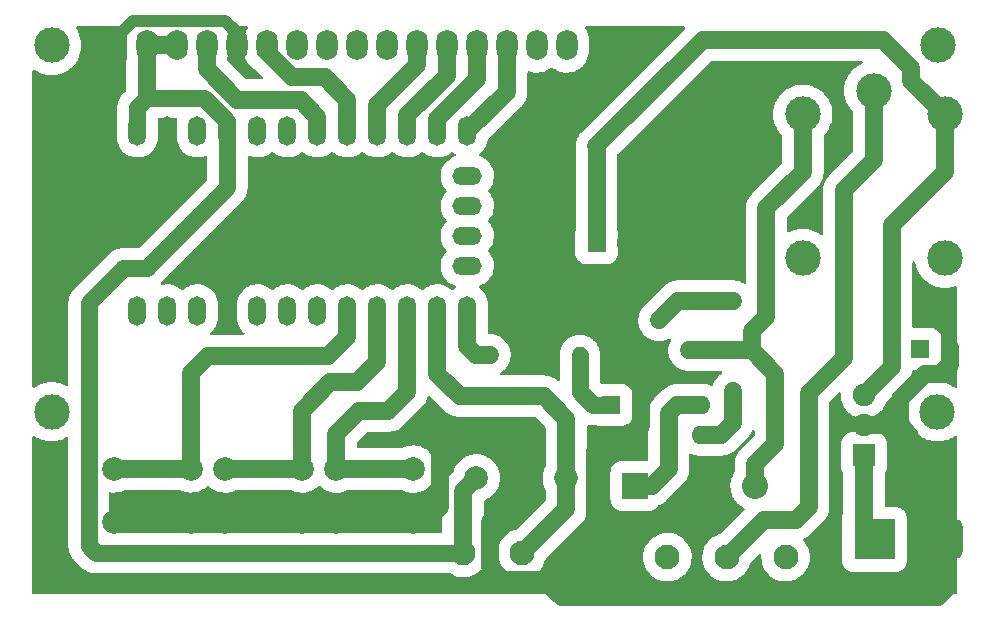
<source format=gbr>
%TF.GenerationSoftware,KiCad,Pcbnew,(6.0.0)*%
%TF.CreationDate,2022-02-01T13:32:59+07:00*%
%TF.ProjectId,egg_pro_mini,6567675f-7072-46f5-9f6d-696e692e6b69,rev?*%
%TF.SameCoordinates,Original*%
%TF.FileFunction,Copper,L1,Top*%
%TF.FilePolarity,Positive*%
%FSLAX46Y46*%
G04 Gerber Fmt 4.6, Leading zero omitted, Abs format (unit mm)*
G04 Created by KiCad (PCBNEW (6.0.0)) date 2022-02-01 13:32:59*
%MOMM*%
%LPD*%
G01*
G04 APERTURE LIST*
G04 Aperture macros list*
%AMRoundRect*
0 Rectangle with rounded corners*
0 $1 Rounding radius*
0 $2 $3 $4 $5 $6 $7 $8 $9 X,Y pos of 4 corners*
0 Add a 4 corners polygon primitive as box body*
4,1,4,$2,$3,$4,$5,$6,$7,$8,$9,$2,$3,0*
0 Add four circle primitives for the rounded corners*
1,1,$1+$1,$2,$3*
1,1,$1+$1,$4,$5*
1,1,$1+$1,$6,$7*
1,1,$1+$1,$8,$9*
0 Add four rect primitives between the rounded corners*
20,1,$1+$1,$2,$3,$4,$5,0*
20,1,$1+$1,$4,$5,$6,$7,0*
20,1,$1+$1,$6,$7,$8,$9,0*
20,1,$1+$1,$8,$9,$2,$3,0*%
G04 Aperture macros list end*
%TA.AperFunction,ComponentPad*%
%ADD10C,1.400000*%
%TD*%
%TA.AperFunction,ComponentPad*%
%ADD11O,1.400000X1.400000*%
%TD*%
%TA.AperFunction,ComponentPad*%
%ADD12C,2.000000*%
%TD*%
%TA.AperFunction,ComponentPad*%
%ADD13O,2.000000X2.000000*%
%TD*%
%TA.AperFunction,ComponentPad*%
%ADD14O,1.500000X2.500000*%
%TD*%
%TA.AperFunction,ComponentPad*%
%ADD15O,2.500000X1.500000*%
%TD*%
%TA.AperFunction,ComponentPad*%
%ADD16R,1.910000X1.910000*%
%TD*%
%TA.AperFunction,ComponentPad*%
%ADD17C,1.910000*%
%TD*%
%TA.AperFunction,ComponentPad*%
%ADD18C,3.000000*%
%TD*%
%TA.AperFunction,ComponentPad*%
%ADD19R,1.800000X2.600000*%
%TD*%
%TA.AperFunction,ComponentPad*%
%ADD20O,1.800000X2.600000*%
%TD*%
%TA.AperFunction,ComponentPad*%
%ADD21R,3.500000X3.500000*%
%TD*%
%TA.AperFunction,ComponentPad*%
%ADD22RoundRect,0.750000X0.750000X1.000000X-0.750000X1.000000X-0.750000X-1.000000X0.750000X-1.000000X0*%
%TD*%
%TA.AperFunction,ComponentPad*%
%ADD23RoundRect,0.875000X0.875000X0.875000X-0.875000X0.875000X-0.875000X-0.875000X0.875000X-0.875000X0*%
%TD*%
%TA.AperFunction,ComponentPad*%
%ADD24R,1.500000X1.500000*%
%TD*%
%TA.AperFunction,ComponentPad*%
%ADD25C,1.500000*%
%TD*%
%TA.AperFunction,ComponentPad*%
%ADD26C,2.100000*%
%TD*%
%TA.AperFunction,ComponentPad*%
%ADD27R,2.200000X2.200000*%
%TD*%
%TA.AperFunction,ComponentPad*%
%ADD28O,2.200000X2.200000*%
%TD*%
%TA.AperFunction,ComponentPad*%
%ADD29R,1.600000X1.600000*%
%TD*%
%TA.AperFunction,ComponentPad*%
%ADD30O,1.600000X1.600000*%
%TD*%
%TA.AperFunction,ComponentPad*%
%ADD31C,1.600000*%
%TD*%
%TA.AperFunction,Conductor*%
%ADD32C,1.500000*%
%TD*%
%TA.AperFunction,Conductor*%
%ADD33C,1.000000*%
%TD*%
%TA.AperFunction,Conductor*%
%ADD34C,1.400000*%
%TD*%
G04 APERTURE END LIST*
D10*
%TO.P,R2,1*%
%TO.N,Net-(R2-Pad1)*%
X160900000Y-83910000D03*
D11*
%TO.P,R2,2*%
%TO.N,Net-(Q1-Pad2)*%
X160900000Y-76290000D03*
%TD*%
D12*
%TO.P,SW3,1,1*%
%TO.N,GND*%
X127320000Y-95010000D03*
X133820000Y-95010000D03*
%TO.P,SW3,2,2*%
%TO.N,D7*%
X127320000Y-90510000D03*
X133820000Y-90510000D03*
%TD*%
%TO.P,R3,1*%
%TO.N,VCC*%
X139180000Y-91250000D03*
D13*
%TO.P,R3,2*%
%TO.N,D8*%
X146800000Y-91250000D03*
%TD*%
D14*
%TO.P,U2,1,D10*%
%TO.N,LD7*%
X138430000Y-61870000D03*
%TO.P,U2,2,D11*%
%TO.N,LD6*%
X135890000Y-61870000D03*
%TO.P,U2,3,D12*%
%TO.N,LD5*%
X133350000Y-61870000D03*
%TO.P,U2,4,D13*%
%TO.N,LD4*%
X130810000Y-61870000D03*
%TO.P,U2,5,A0*%
%TO.N,E*%
X128270000Y-61870000D03*
%TO.P,U2,6,A1*%
%TO.N,RS*%
X125730000Y-61870000D03*
%TO.P,U2,7,A2*%
%TO.N,unconnected-(U2-Pad7)*%
X123190000Y-61870000D03*
%TO.P,U2,8,A3*%
%TO.N,unconnected-(U2-Pad8)*%
X120650000Y-61870000D03*
%TO.P,U2,9,VCC*%
%TO.N,VCC*%
X118110000Y-61870000D03*
%TO.P,U2,10,RST*%
%TO.N,unconnected-(U2-Pad10)*%
X115570000Y-61870000D03*
%TO.P,U2,11,GND*%
%TO.N,GND*%
X113030000Y-61870000D03*
%TO.P,U2,12,RAW*%
%TO.N,VCC*%
X110490000Y-61870000D03*
%TO.P,U2,13,TX*%
%TO.N,unconnected-(U2-Pad13)*%
X110490000Y-77110000D03*
%TO.P,U2,14,RX*%
%TO.N,unconnected-(U2-Pad14)*%
X113030000Y-77110000D03*
%TO.P,U2,15,RST*%
%TO.N,unconnected-(U2-Pad15)*%
X115570000Y-77110000D03*
%TO.P,U2,16,GND*%
%TO.N,GND*%
X118110000Y-77110000D03*
%TO.P,U2,17,D2*%
%TO.N,unconnected-(U2-Pad17)*%
X120650000Y-77110000D03*
%TO.P,U2,18,D3*%
%TO.N,unconnected-(U2-Pad18)*%
X123190000Y-77110000D03*
%TO.P,U2,19,D4*%
%TO.N,unconnected-(U2-Pad19)*%
X125730000Y-77110000D03*
%TO.P,U2,20,D5*%
%TO.N,D5*%
X128270000Y-77110000D03*
%TO.P,U2,21,D6*%
%TO.N,D6*%
X130810000Y-77110000D03*
%TO.P,U2,22,D7*%
%TO.N,D7*%
X133350000Y-77110000D03*
%TO.P,U2,23,D8*%
%TO.N,D8*%
X135890000Y-77110000D03*
%TO.P,U2,24,D9*%
%TO.N,D9*%
X138430000Y-77110000D03*
D15*
%TO.P,U2,25,A4*%
%TO.N,unconnected-(U2-Pad25)*%
X138430000Y-73300000D03*
%TO.P,U2,26,A5*%
%TO.N,unconnected-(U2-Pad26)*%
X138430000Y-70760000D03*
%TO.P,U2,27,A6*%
%TO.N,unconnected-(U2-Pad27)*%
X138430000Y-68220000D03*
%TO.P,U2,28,A7*%
%TO.N,unconnected-(U2-Pad28)*%
X138430000Y-65680000D03*
%TD*%
D16*
%TO.P,U3,1,IN*%
%TO.N,Net-(C1-Pad1)*%
X172008000Y-89350000D03*
D17*
%TO.P,U3,2,GND*%
%TO.N,GND*%
X172008000Y-86800000D03*
%TO.P,U3,3,OUT*%
%TO.N,VCC*%
X172008000Y-84250000D03*
%TD*%
D18*
%TO.P,DS1,*%
%TO.N,*%
X103231125Y-85645700D03*
X178229705Y-85645700D03*
X178230225Y-54645000D03*
X103231125Y-54645000D03*
D19*
%TO.P,DS1,1,VSS*%
%TO.N,GND*%
X108730225Y-54645000D03*
D20*
%TO.P,DS1,2,VDD*%
%TO.N,VCC*%
X111270225Y-54645000D03*
%TO.P,DS1,3,VO*%
X113810225Y-54645000D03*
%TO.P,DS1,4,RS*%
%TO.N,RS*%
X116350225Y-54645000D03*
%TO.P,DS1,5,R/W*%
%TO.N,GND*%
X118890225Y-54645000D03*
%TO.P,DS1,6,E*%
%TO.N,E*%
X121430225Y-54645000D03*
%TO.P,DS1,7,D0*%
%TO.N,unconnected-(DS1-Pad7)*%
X123970225Y-54645000D03*
%TO.P,DS1,8,D1*%
%TO.N,unconnected-(DS1-Pad8)*%
X126510225Y-54645000D03*
%TO.P,DS1,9,D2*%
%TO.N,unconnected-(DS1-Pad9)*%
X129050225Y-54645000D03*
%TO.P,DS1,10,D3*%
%TO.N,unconnected-(DS1-Pad10)*%
X131590225Y-54645000D03*
%TO.P,DS1,11,D4*%
%TO.N,LD4*%
X134130225Y-54645000D03*
%TO.P,DS1,12,D5*%
%TO.N,LD5*%
X136670225Y-54645000D03*
%TO.P,DS1,13,D6*%
%TO.N,LD6*%
X139210225Y-54645000D03*
%TO.P,DS1,14,D7*%
%TO.N,LD7*%
X141750225Y-54645000D03*
%TO.P,DS1,15,LED(+)*%
%TO.N,unconnected-(DS1-Pad15)*%
X144290225Y-54645000D03*
%TO.P,DS1,16,LED(-)*%
%TO.N,unconnected-(DS1-Pad16)*%
X146830225Y-54645000D03*
%TD*%
D21*
%TO.P,J3,1*%
%TO.N,Net-(C1-Pad1)*%
X172900000Y-96467500D03*
D22*
%TO.P,J3,2*%
%TO.N,GND*%
X178900000Y-96467500D03*
D23*
%TO.P,J3,3*%
X175900000Y-91767500D03*
%TD*%
D24*
%TO.P,Q1,1,E*%
%TO.N,GND*%
X152110000Y-80450000D03*
D25*
%TO.P,Q1,2,B*%
%TO.N,Net-(Q1-Pad2)*%
X154650000Y-77910000D03*
%TO.P,Q1,3,C*%
%TO.N,Net-(D1-Pad2)*%
X157190000Y-80450000D03*
%TD*%
D10*
%TO.P,R1,1*%
%TO.N,D9*%
X140330000Y-80830000D03*
D11*
%TO.P,R1,2*%
%TO.N,Net-(R1-Pad2)*%
X147950000Y-80830000D03*
%TD*%
D26*
%TO.P,J2,1,1*%
%TO.N,Net-(J2-Pad1)*%
X155370000Y-97970000D03*
%TO.P,J2,2,2*%
%TO.N,Net-(J2-Pad2)*%
X160370000Y-97970000D03*
%TO.P,J2,3,3*%
%TO.N,Net-(J2-Pad3)*%
X165370000Y-97970000D03*
%TD*%
D27*
%TO.P,D1,1,K*%
%TO.N,VCC*%
X152640000Y-91930000D03*
D28*
%TO.P,D1,2,A*%
%TO.N,Net-(D1-Pad2)*%
X162800000Y-91930000D03*
%TD*%
D29*
%TO.P,U1,1*%
%TO.N,Net-(R1-Pad2)*%
X150600000Y-85075000D03*
D30*
%TO.P,U1,2*%
%TO.N,GND*%
X150600000Y-87615000D03*
%TO.P,U1,3*%
%TO.N,Net-(R2-Pad1)*%
X158220000Y-87615000D03*
%TO.P,U1,4*%
%TO.N,VCC*%
X158220000Y-85075000D03*
%TD*%
D26*
%TO.P,J1,1,1*%
%TO.N,VCC*%
X138060000Y-97620000D03*
%TO.P,J1,2,2*%
%TO.N,D8*%
X143060000Y-97620000D03*
%TO.P,J1,3,3*%
%TO.N,GND*%
X148060000Y-97620000D03*
%TD*%
D12*
%TO.P,SW1,1,1*%
%TO.N,GND*%
X115030000Y-94990000D03*
X108530000Y-94990000D03*
%TO.P,SW1,2,2*%
%TO.N,D5*%
X115030000Y-90490000D03*
X108530000Y-90490000D03*
%TD*%
%TO.P,SW2,1,1*%
%TO.N,GND*%
X117900000Y-95000000D03*
X124400000Y-95000000D03*
%TO.P,SW2,2,2*%
%TO.N,D6*%
X124400000Y-90500000D03*
X117900000Y-90500000D03*
%TD*%
D18*
%TO.P,K1,11*%
%TO.N,Net-(J2-Pad2)*%
X172830000Y-58470000D03*
%TO.P,K1,12*%
%TO.N,Net-(J2-Pad1)*%
X166830000Y-72670000D03*
%TO.P,K1,14*%
%TO.N,Net-(J2-Pad3)*%
X178830000Y-72670000D03*
%TO.P,K1,A1*%
%TO.N,VCC*%
X178830000Y-60470000D03*
%TO.P,K1,A2*%
%TO.N,Net-(D1-Pad2)*%
X166830000Y-60470000D03*
%TD*%
D29*
%TO.P,C3,1*%
%TO.N,VCC*%
X149364888Y-71380000D03*
D31*
%TO.P,C3,2*%
%TO.N,GND*%
X151864888Y-71380000D03*
%TD*%
D29*
%TO.P,C1,1*%
%TO.N,Net-(C1-Pad1)*%
X176754888Y-80340000D03*
D31*
%TO.P,C1,2*%
%TO.N,GND*%
X179254888Y-80340000D03*
%TD*%
D32*
%TO.N,Net-(C1-Pad1)*%
X172008000Y-95575500D02*
X172900000Y-96467500D01*
X172008000Y-89350000D02*
X172008000Y-95575500D01*
%TO.N,GND*%
X107900000Y-64250000D02*
X107900000Y-58640000D01*
D33*
X110090000Y-52540000D02*
X117910000Y-52540000D01*
D32*
X113030000Y-63700000D02*
X111550000Y-65180000D01*
X179254888Y-81705112D02*
X179254888Y-80340000D01*
X178900000Y-100730000D02*
X178900000Y-96467500D01*
X175030000Y-86800000D02*
X175030000Y-84610000D01*
X152110000Y-71625112D02*
X151864888Y-71380000D01*
X177140000Y-82500000D02*
X178460000Y-82500000D01*
X152110000Y-80450000D02*
X152110000Y-71625112D01*
D33*
X118890225Y-53520225D02*
X118890225Y-54645000D01*
D32*
X107900000Y-58640000D02*
X108730225Y-57809775D01*
X133820000Y-95010000D02*
X108550000Y-95010000D01*
X153130000Y-82490000D02*
X153130000Y-86880000D01*
X177757500Y-91767500D02*
X178910000Y-92920000D01*
X140380000Y-94980000D02*
X140380000Y-98840000D01*
X113030000Y-61870000D02*
X113030000Y-63700000D01*
X141430000Y-99890000D02*
X145790000Y-99890000D01*
D33*
X117910000Y-52540000D02*
X118890225Y-53520225D01*
D32*
X137360000Y-87500000D02*
X140850000Y-87500000D01*
X108550000Y-95010000D02*
X108530000Y-94990000D01*
X133820000Y-95010000D02*
X134820000Y-95010000D01*
X149270000Y-88945000D02*
X149270000Y-96410000D01*
X153130000Y-86880000D02*
X152380000Y-87630000D01*
X134820000Y-95010000D02*
X136090000Y-93740000D01*
X178460000Y-82500000D02*
X179254888Y-81705112D01*
X108730225Y-57809775D02*
X108730225Y-54645000D01*
X152365000Y-87615000D02*
X150600000Y-87615000D01*
X145790000Y-99890000D02*
X148060000Y-97620000D01*
X140850000Y-87500000D02*
X142120000Y-88770000D01*
X152110000Y-81470000D02*
X153130000Y-82490000D01*
X175900000Y-91767500D02*
X177757500Y-91767500D01*
D33*
X108730225Y-53899775D02*
X110090000Y-52540000D01*
D32*
X142120000Y-88770000D02*
X142120000Y-93240000D01*
X150600000Y-87615000D02*
X149270000Y-88945000D01*
X146449980Y-101369980D02*
X178260020Y-101369980D01*
X108830000Y-65180000D02*
X107900000Y-64250000D01*
X152380000Y-87630000D02*
X152365000Y-87615000D01*
X178260020Y-101369980D02*
X178900000Y-100730000D01*
X111550000Y-65180000D02*
X108830000Y-65180000D01*
X142120000Y-93240000D02*
X140380000Y-94980000D01*
X152110000Y-80450000D02*
X152110000Y-81470000D01*
X145790000Y-99890000D02*
X145790000Y-100710000D01*
X149270000Y-96410000D02*
X148060000Y-97620000D01*
X172008000Y-86800000D02*
X175030000Y-86800000D01*
X175030000Y-84610000D02*
X177140000Y-82500000D01*
X140380000Y-98840000D02*
X141430000Y-99890000D01*
X175030000Y-86800000D02*
X175900000Y-87670000D01*
X175900000Y-87670000D02*
X175900000Y-91767500D01*
X136090000Y-93740000D02*
X136090000Y-88770000D01*
X178910000Y-92920000D02*
X178910000Y-96457500D01*
X178910000Y-96457500D02*
X178900000Y-96467500D01*
X145790000Y-100710000D02*
X146449980Y-101369980D01*
D33*
X108730225Y-54645000D02*
X108730225Y-53899775D01*
D32*
X136090000Y-88770000D02*
X137360000Y-87500000D01*
%TO.N,VCC*%
X111270225Y-59080225D02*
X111280000Y-59090000D01*
X138060000Y-92370000D02*
X139180000Y-91250000D01*
D34*
X110490000Y-59880000D02*
X110490000Y-61870000D01*
D32*
X149350000Y-63180000D02*
X149364888Y-63194888D01*
X152640000Y-91930000D02*
X154020000Y-91930000D01*
X156185000Y-85075000D02*
X158220000Y-85075000D01*
X172008000Y-84250000D02*
X174350000Y-81908000D01*
X155460000Y-90490000D02*
X155460000Y-85800000D01*
D34*
X116160000Y-59100000D02*
X111290000Y-59100000D01*
X106950000Y-97620000D02*
X138060000Y-97620000D01*
X118110000Y-61870000D02*
X118110000Y-66660000D01*
D32*
X176000000Y-56550000D02*
X173640000Y-54190000D01*
X174350000Y-81908000D02*
X174350000Y-69840000D01*
X176000000Y-57640000D02*
X176000000Y-56550000D01*
X178830000Y-60470000D02*
X176000000Y-57640000D01*
X178830000Y-65360000D02*
X178830000Y-60470000D01*
D34*
X118110000Y-66660000D02*
X111260000Y-73510000D01*
X106350000Y-76450000D02*
X106350000Y-97020000D01*
D32*
X138060000Y-97620000D02*
X138060000Y-92370000D01*
X149364888Y-63194888D02*
X149364888Y-71380000D01*
X174350000Y-69840000D02*
X178830000Y-65360000D01*
X155460000Y-85800000D02*
X156185000Y-85075000D01*
X154020000Y-91930000D02*
X155460000Y-90490000D01*
X158340000Y-54190000D02*
X149350000Y-63180000D01*
D34*
X109290000Y-73510000D02*
X106350000Y-76450000D01*
D32*
X111270225Y-54645000D02*
X111270225Y-59080225D01*
X173640000Y-54190000D02*
X158340000Y-54190000D01*
D34*
X118110000Y-61050000D02*
X116160000Y-59100000D01*
X106350000Y-97020000D02*
X106950000Y-97620000D01*
X111280000Y-59090000D02*
X110490000Y-59880000D01*
X111260000Y-73510000D02*
X109290000Y-73510000D01*
X111290000Y-59100000D02*
X111280000Y-59090000D01*
X118110000Y-61870000D02*
X118110000Y-61050000D01*
D32*
X111270225Y-54645000D02*
X113810225Y-54645000D01*
%TO.N,Net-(D1-Pad2)*%
X166830000Y-65360000D02*
X166830000Y-60470000D01*
X163750000Y-77600000D02*
X163750000Y-68440000D01*
X163750000Y-68440000D02*
X166830000Y-65360000D01*
X162800000Y-90090000D02*
X162800000Y-91930000D01*
X164500000Y-82460000D02*
X164500000Y-88390000D01*
X162490000Y-80450000D02*
X164500000Y-82460000D01*
X164500000Y-88390000D02*
X162800000Y-90090000D01*
X162490000Y-80450000D02*
X162490000Y-78860000D01*
X162490000Y-78860000D02*
X163750000Y-77600000D01*
X157190000Y-80450000D02*
X162490000Y-80450000D01*
%TO.N,RS*%
X116350225Y-56640225D02*
X118950000Y-59240000D01*
X118950000Y-59240000D02*
X124310000Y-59240000D01*
X125730000Y-60660000D02*
X125730000Y-61870000D01*
X124310000Y-59240000D02*
X125730000Y-60660000D01*
X116350225Y-54645000D02*
X116350225Y-56640225D01*
%TO.N,E*%
X126330000Y-57350000D02*
X128270000Y-59290000D01*
X121430225Y-55166754D02*
X123613471Y-57350000D01*
X121430225Y-54645000D02*
X121430225Y-55166754D01*
X128270000Y-59290000D02*
X128270000Y-61870000D01*
X123613471Y-57350000D02*
X126330000Y-57350000D01*
%TO.N,LD4*%
X130810000Y-61870000D02*
X130810000Y-59650000D01*
X130810000Y-59650000D02*
X134130225Y-56329775D01*
X134130225Y-56329775D02*
X134130225Y-54645000D01*
%TO.N,LD5*%
X133350000Y-60530000D02*
X136670225Y-57209775D01*
X133350000Y-61870000D02*
X133350000Y-60530000D01*
X136670225Y-57209775D02*
X136670225Y-54645000D01*
%TO.N,LD6*%
X139210225Y-57509775D02*
X139210225Y-54645000D01*
X135890000Y-61870000D02*
X135890000Y-60830000D01*
X135890000Y-60830000D02*
X139210225Y-57509775D01*
%TO.N,LD7*%
X141750225Y-58549775D02*
X141750225Y-54645000D01*
X138430000Y-61870000D02*
X141750225Y-58549775D01*
%TO.N,D9*%
X139170000Y-80830000D02*
X140330000Y-80830000D01*
X138430000Y-80090000D02*
X139170000Y-80830000D01*
X138430000Y-77110000D02*
X138430000Y-80090000D01*
%TO.N,Net-(J2-Pad2)*%
X166210000Y-94790000D02*
X163550000Y-94790000D01*
X167310000Y-84090000D02*
X167310000Y-93690000D01*
X170280000Y-66920000D02*
X170280000Y-81120000D01*
X163550000Y-94790000D02*
X160370000Y-97970000D01*
X172830000Y-58470000D02*
X172830000Y-64370000D01*
X167310000Y-93690000D02*
X166210000Y-94790000D01*
X170280000Y-81120000D02*
X167310000Y-84090000D01*
X172830000Y-64370000D02*
X170280000Y-66920000D01*
%TO.N,Net-(Q1-Pad2)*%
X156280000Y-76280000D02*
X156600000Y-76280000D01*
X154650000Y-77910000D02*
X156280000Y-76280000D01*
X156600000Y-76280000D02*
X156610000Y-76290000D01*
X156610000Y-76290000D02*
X160900000Y-76290000D01*
%TO.N,D5*%
X128270000Y-79290000D02*
X128270000Y-77110000D01*
X108530000Y-90490000D02*
X115030000Y-90490000D01*
X126640000Y-80920000D02*
X128270000Y-79290000D01*
X115030000Y-82350000D02*
X116460000Y-80920000D01*
X115030000Y-90490000D02*
X115030000Y-82350000D01*
X116460000Y-80920000D02*
X126640000Y-80920000D01*
D34*
%TO.N,Net-(R1-Pad2)*%
X147950000Y-80830000D02*
X147950000Y-84020000D01*
X147950000Y-84020000D02*
X149030000Y-85100000D01*
X150575000Y-85100000D02*
X150600000Y-85075000D01*
X149030000Y-85100000D02*
X150575000Y-85100000D01*
D32*
%TO.N,Net-(R2-Pad1)*%
X159885000Y-87615000D02*
X160900000Y-86600000D01*
X160900000Y-86600000D02*
X160900000Y-83910000D01*
X158220000Y-87615000D02*
X159885000Y-87615000D01*
%TO.N,D8*%
X137760000Y-84330000D02*
X144890000Y-84330000D01*
X135890000Y-77110000D02*
X135890000Y-82460000D01*
X146800000Y-93880000D02*
X143060000Y-97620000D01*
X144890000Y-84330000D02*
X146800000Y-86240000D01*
X146800000Y-91250000D02*
X146800000Y-93880000D01*
X146800000Y-86240000D02*
X146800000Y-91250000D01*
X135890000Y-82460000D02*
X137760000Y-84330000D01*
%TO.N,D7*%
X127320000Y-90510000D02*
X127320000Y-87560000D01*
X127320000Y-90510000D02*
X133820000Y-90510000D01*
X129290000Y-85590000D02*
X131730000Y-85590000D01*
X127320000Y-87560000D02*
X129290000Y-85590000D01*
X131730000Y-85590000D02*
X133350000Y-83970000D01*
X133350000Y-83970000D02*
X133350000Y-77110000D01*
%TO.N,D6*%
X129110000Y-83150000D02*
X130810000Y-81450000D01*
X124400000Y-90500000D02*
X124400000Y-85570000D01*
X117900000Y-90500000D02*
X124400000Y-90500000D01*
X126820000Y-83150000D02*
X129110000Y-83150000D01*
X124400000Y-85570000D02*
X126820000Y-83150000D01*
X130810000Y-81450000D02*
X130810000Y-77110000D01*
%TD*%
%TA.AperFunction,Conductor*%
%TO.N,GND*%
G36*
X156808350Y-53030002D02*
G01*
X156854843Y-53083658D01*
X156864947Y-53153932D01*
X156835453Y-53218512D01*
X156829324Y-53225095D01*
X148125283Y-61929136D01*
X148124109Y-61930295D01*
X148038625Y-62013569D01*
X148038622Y-62013573D01*
X148035277Y-62016831D01*
X147991221Y-62074768D01*
X147986404Y-62080716D01*
X147961477Y-62109646D01*
X147941957Y-62132299D01*
X147941954Y-62132304D01*
X147938903Y-62135844D01*
X147920698Y-62164698D01*
X147913210Y-62176565D01*
X147906944Y-62185597D01*
X147880620Y-62220215D01*
X147880617Y-62220220D01*
X147877791Y-62223936D01*
X147875546Y-62228029D01*
X147842794Y-62287728D01*
X147838899Y-62294341D01*
X147800066Y-62355886D01*
X147798184Y-62360162D01*
X147798184Y-62360163D01*
X147780673Y-62399960D01*
X147775812Y-62409817D01*
X147752646Y-62452044D01*
X147751028Y-62456430D01*
X147727458Y-62520321D01*
X147724582Y-62527438D01*
X147695280Y-62594033D01*
X147694049Y-62598550D01*
X147682612Y-62640498D01*
X147679261Y-62650966D01*
X147668786Y-62679362D01*
X147662594Y-62696145D01*
X147661644Y-62700714D01*
X147661643Y-62700716D01*
X147647775Y-62767388D01*
X147645980Y-62774863D01*
X147626844Y-62845053D01*
X147626295Y-62849687D01*
X147626293Y-62849700D01*
X147621183Y-62892870D01*
X147619417Y-62903716D01*
X147610562Y-62946288D01*
X147610561Y-62946297D01*
X147609609Y-62950873D01*
X147609344Y-62955545D01*
X147609343Y-62955550D01*
X147605484Y-63023517D01*
X147604815Y-63031171D01*
X147596263Y-63103430D01*
X147596406Y-63108101D01*
X147597733Y-63151559D01*
X147597589Y-63162548D01*
X147597113Y-63170940D01*
X147594859Y-63210636D01*
X147595288Y-63215300D01*
X147601517Y-63283098D01*
X147601987Y-63290778D01*
X147604209Y-63363490D01*
X147605042Y-63368095D01*
X147605042Y-63368098D01*
X147612377Y-63408661D01*
X147614388Y-63431081D01*
X147614388Y-70247268D01*
X147609507Y-70281998D01*
X147575122Y-70401913D01*
X147564388Y-70522184D01*
X147564388Y-72237816D01*
X147564637Y-72240603D01*
X147564637Y-72240609D01*
X147570041Y-72301152D01*
X147575122Y-72358087D01*
X147631147Y-72553470D01*
X147725315Y-72733596D01*
X147853779Y-72891109D01*
X147858719Y-72895138D01*
X148005977Y-73015238D01*
X148011292Y-73019573D01*
X148016945Y-73022528D01*
X148016946Y-73022529D01*
X148051226Y-73040450D01*
X148191418Y-73113741D01*
X148386801Y-73169766D01*
X148418433Y-73172589D01*
X148504279Y-73180251D01*
X148504285Y-73180251D01*
X148507072Y-73180500D01*
X150222704Y-73180500D01*
X150225491Y-73180251D01*
X150225497Y-73180251D01*
X150311343Y-73172589D01*
X150342975Y-73169766D01*
X150538358Y-73113741D01*
X150678550Y-73040450D01*
X150712830Y-73022529D01*
X150712831Y-73022528D01*
X150718484Y-73019573D01*
X150723800Y-73015238D01*
X150871057Y-72895138D01*
X150875997Y-72891109D01*
X151004461Y-72733596D01*
X151098629Y-72553470D01*
X151154654Y-72358087D01*
X151159735Y-72301152D01*
X151165139Y-72240609D01*
X151165139Y-72240603D01*
X151165388Y-72237816D01*
X151165388Y-70522184D01*
X151154654Y-70401913D01*
X151120269Y-70281998D01*
X151115388Y-70247268D01*
X151115388Y-63942383D01*
X151135390Y-63874262D01*
X151152293Y-63853288D01*
X159028176Y-55977405D01*
X159090488Y-55943379D01*
X159117271Y-55940500D01*
X171765733Y-55940500D01*
X171833854Y-55960502D01*
X171880347Y-56014158D01*
X171890451Y-56084432D01*
X171860957Y-56149012D01*
X171812116Y-56183652D01*
X171766912Y-56201549D01*
X171766902Y-56201554D01*
X171763234Y-56203006D01*
X171759775Y-56204907D01*
X171759772Y-56204909D01*
X171636593Y-56272628D01*
X171487516Y-56354584D01*
X171484312Y-56356912D01*
X171484307Y-56356915D01*
X171238729Y-56535338D01*
X171232970Y-56539522D01*
X171003610Y-56754906D01*
X171001086Y-56757957D01*
X171001085Y-56757958D01*
X170903331Y-56876122D01*
X170803053Y-56997337D01*
X170634463Y-57262993D01*
X170632779Y-57266572D01*
X170632775Y-57266579D01*
X170502186Y-57544095D01*
X170500497Y-57547685D01*
X170403269Y-57846921D01*
X170344312Y-58155985D01*
X170324556Y-58470000D01*
X170344312Y-58784015D01*
X170403269Y-59093079D01*
X170500497Y-59392315D01*
X170502184Y-59395901D01*
X170502186Y-59395905D01*
X170632775Y-59673421D01*
X170632779Y-59673428D01*
X170634463Y-59677007D01*
X170803053Y-59942663D01*
X171003610Y-60185094D01*
X171006500Y-60187808D01*
X171006502Y-60187810D01*
X171039754Y-60219036D01*
X171075719Y-60280249D01*
X171079500Y-60310885D01*
X171079500Y-63592729D01*
X171059498Y-63660850D01*
X171042595Y-63681824D01*
X169080869Y-65643550D01*
X169075675Y-65648458D01*
X169023589Y-65694947D01*
X169017265Y-65700591D01*
X168949153Y-65782488D01*
X168944551Y-65788021D01*
X168943153Y-65789673D01*
X168868903Y-65875844D01*
X168866402Y-65879807D01*
X168866401Y-65879809D01*
X168865117Y-65881843D01*
X168855436Y-65895167D01*
X168853890Y-65897026D01*
X168853881Y-65897039D01*
X168850895Y-65900629D01*
X168848471Y-65904623D01*
X168848470Y-65904625D01*
X168791898Y-65997854D01*
X168790740Y-65999725D01*
X168757702Y-66052086D01*
X168730066Y-66095886D01*
X168728186Y-66100160D01*
X168728185Y-66100161D01*
X168727214Y-66102369D01*
X168719593Y-66117008D01*
X168718347Y-66119060D01*
X168718342Y-66119070D01*
X168715920Y-66123061D01*
X168688660Y-66188070D01*
X168671949Y-66227921D01*
X168671081Y-66229941D01*
X168625280Y-66334033D01*
X168623413Y-66340880D01*
X168618049Y-66356457D01*
X168617112Y-66358690D01*
X168617109Y-66358698D01*
X168615305Y-66363001D01*
X168587319Y-66473200D01*
X168586759Y-66475327D01*
X168558073Y-66580543D01*
X168558072Y-66580551D01*
X168556844Y-66585053D01*
X168556010Y-66592100D01*
X168553006Y-66608305D01*
X168551261Y-66615177D01*
X168542252Y-66704645D01*
X168539871Y-66728290D01*
X168539636Y-66730437D01*
X168526263Y-66843430D01*
X168527837Y-66894938D01*
X168529441Y-66947441D01*
X168529500Y-66951289D01*
X168529500Y-70566682D01*
X168509498Y-70634803D01*
X168455842Y-70681296D01*
X168385568Y-70691400D01*
X168329439Y-70668618D01*
X168175693Y-70556915D01*
X168175688Y-70556912D01*
X168172484Y-70554584D01*
X167896766Y-70403006D01*
X167723464Y-70334391D01*
X167607908Y-70288639D01*
X167607905Y-70288638D01*
X167604225Y-70287181D01*
X167600391Y-70286197D01*
X167600383Y-70286194D01*
X167411926Y-70237807D01*
X167299473Y-70208934D01*
X167295545Y-70208438D01*
X167295541Y-70208437D01*
X167171625Y-70192783D01*
X166987318Y-70169500D01*
X166672682Y-70169500D01*
X166488375Y-70192783D01*
X166364459Y-70208437D01*
X166364455Y-70208438D01*
X166360527Y-70208934D01*
X166248074Y-70237807D01*
X166059617Y-70286194D01*
X166059609Y-70286197D01*
X166055775Y-70287181D01*
X166052095Y-70288638D01*
X166052092Y-70288639D01*
X165936536Y-70334391D01*
X165763234Y-70403006D01*
X165759767Y-70404912D01*
X165687202Y-70444805D01*
X165617871Y-70460095D01*
X165551280Y-70435475D01*
X165508571Y-70378761D01*
X165500500Y-70334391D01*
X165500500Y-69217271D01*
X165520502Y-69149150D01*
X165537405Y-69128176D01*
X168029131Y-66636450D01*
X168034325Y-66631542D01*
X168089243Y-66582526D01*
X168089245Y-66582524D01*
X168092735Y-66579409D01*
X168165473Y-66491951D01*
X168166870Y-66490300D01*
X168181605Y-66473200D01*
X168241097Y-66404156D01*
X168243599Y-66400191D01*
X168244883Y-66398157D01*
X168254564Y-66384833D01*
X168256110Y-66382974D01*
X168256119Y-66382961D01*
X168259105Y-66379371D01*
X168266290Y-66367530D01*
X168318104Y-66282143D01*
X168319262Y-66280272D01*
X168377438Y-66188070D01*
X168377439Y-66188069D01*
X168379934Y-66184114D01*
X168381815Y-66179838D01*
X168381821Y-66179828D01*
X168382797Y-66177610D01*
X168390400Y-66163004D01*
X168391657Y-66160933D01*
X168391659Y-66160929D01*
X168394080Y-66156939D01*
X168438049Y-66052086D01*
X168438916Y-66050067D01*
X168441159Y-66044970D01*
X168484721Y-65945967D01*
X168485952Y-65941453D01*
X168486590Y-65939115D01*
X168491951Y-65923544D01*
X168494695Y-65916999D01*
X168522690Y-65806765D01*
X168523220Y-65804751D01*
X168553156Y-65694947D01*
X168553990Y-65687900D01*
X168556994Y-65671695D01*
X168558739Y-65664823D01*
X168570132Y-65551684D01*
X168570368Y-65549524D01*
X168573579Y-65522394D01*
X168583737Y-65436570D01*
X168580559Y-65332546D01*
X168580500Y-65328698D01*
X168580500Y-62310885D01*
X168600502Y-62242764D01*
X168620246Y-62219036D01*
X168653498Y-62187810D01*
X168653500Y-62187808D01*
X168656390Y-62185094D01*
X168856947Y-61942663D01*
X169025537Y-61677007D01*
X169027221Y-61673428D01*
X169027225Y-61673421D01*
X169157814Y-61395905D01*
X169157816Y-61395901D01*
X169159503Y-61392315D01*
X169256731Y-61093079D01*
X169315688Y-60784015D01*
X169335444Y-60470000D01*
X169315688Y-60155985D01*
X169256731Y-59846921D01*
X169172583Y-59587941D01*
X169160729Y-59551458D01*
X169160729Y-59551457D01*
X169159503Y-59547685D01*
X169157814Y-59544095D01*
X169027225Y-59266579D01*
X169027221Y-59266572D01*
X169025537Y-59262993D01*
X168856947Y-58997337D01*
X168656390Y-58754906D01*
X168427030Y-58539522D01*
X168403374Y-58522335D01*
X168175693Y-58356915D01*
X168175688Y-58356912D01*
X168172484Y-58354584D01*
X167896766Y-58203006D01*
X167737363Y-58139894D01*
X167607908Y-58088639D01*
X167607905Y-58088638D01*
X167604225Y-58087181D01*
X167600391Y-58086197D01*
X167600383Y-58086194D01*
X167381679Y-58030041D01*
X167299473Y-58008934D01*
X167295545Y-58008438D01*
X167295541Y-58008437D01*
X167171625Y-57992783D01*
X166987318Y-57969500D01*
X166672682Y-57969500D01*
X166488375Y-57992783D01*
X166364459Y-58008437D01*
X166364455Y-58008438D01*
X166360527Y-58008934D01*
X166278321Y-58030041D01*
X166059617Y-58086194D01*
X166059609Y-58086197D01*
X166055775Y-58087181D01*
X166052095Y-58088638D01*
X166052092Y-58088639D01*
X165922637Y-58139894D01*
X165763234Y-58203006D01*
X165487516Y-58354584D01*
X165484312Y-58356912D01*
X165484307Y-58356915D01*
X165256626Y-58522335D01*
X165232970Y-58539522D01*
X165003610Y-58754906D01*
X164803053Y-58997337D01*
X164634463Y-59262993D01*
X164632779Y-59266572D01*
X164632775Y-59266579D01*
X164502186Y-59544095D01*
X164500497Y-59547685D01*
X164499271Y-59551457D01*
X164499271Y-59551458D01*
X164487417Y-59587941D01*
X164403269Y-59846921D01*
X164344312Y-60155985D01*
X164324556Y-60470000D01*
X164344312Y-60784015D01*
X164403269Y-61093079D01*
X164500497Y-61392315D01*
X164502184Y-61395901D01*
X164502186Y-61395905D01*
X164632775Y-61673421D01*
X164632779Y-61673428D01*
X164634463Y-61677007D01*
X164803053Y-61942663D01*
X165003610Y-62185094D01*
X165006500Y-62187808D01*
X165006502Y-62187810D01*
X165039754Y-62219036D01*
X165075719Y-62280249D01*
X165079500Y-62310885D01*
X165079500Y-64582729D01*
X165059498Y-64650850D01*
X165042595Y-64671824D01*
X162550869Y-67163550D01*
X162545675Y-67168458D01*
X162491467Y-67216841D01*
X162487265Y-67220591D01*
X162484272Y-67224190D01*
X162414551Y-67308021D01*
X162413153Y-67309673D01*
X162338903Y-67395844D01*
X162336402Y-67399807D01*
X162336401Y-67399809D01*
X162335117Y-67401843D01*
X162325436Y-67415167D01*
X162323890Y-67417026D01*
X162323881Y-67417039D01*
X162320895Y-67420629D01*
X162318471Y-67424623D01*
X162318470Y-67424625D01*
X162261898Y-67517854D01*
X162260740Y-67519725D01*
X162231352Y-67566302D01*
X162200066Y-67615886D01*
X162198186Y-67620160D01*
X162198185Y-67620161D01*
X162197214Y-67622369D01*
X162189593Y-67637008D01*
X162188347Y-67639060D01*
X162188342Y-67639070D01*
X162185920Y-67643061D01*
X162141949Y-67747921D01*
X162141081Y-67749941D01*
X162095280Y-67854033D01*
X162093413Y-67860880D01*
X162088049Y-67876457D01*
X162087112Y-67878690D01*
X162087109Y-67878698D01*
X162085305Y-67883001D01*
X162084155Y-67887530D01*
X162057319Y-67993200D01*
X162056759Y-67995327D01*
X162028073Y-68100543D01*
X162028072Y-68100551D01*
X162026844Y-68105053D01*
X162026010Y-68112100D01*
X162023006Y-68128305D01*
X162021261Y-68135177D01*
X162020793Y-68139828D01*
X162009871Y-68248290D01*
X162009636Y-68250437D01*
X161996263Y-68363430D01*
X161996555Y-68372994D01*
X161999441Y-68467441D01*
X161999500Y-68471289D01*
X161999500Y-74685676D01*
X161979498Y-74753797D01*
X161925842Y-74800290D01*
X161855568Y-74810394D01*
X161808135Y-74793395D01*
X161700940Y-74728348D01*
X161696939Y-74725920D01*
X161692623Y-74724110D01*
X161461314Y-74627114D01*
X161461309Y-74627112D01*
X161456999Y-74625305D01*
X161452467Y-74624154D01*
X161452464Y-74624153D01*
X161321217Y-74590821D01*
X161204823Y-74561261D01*
X160988714Y-74539500D01*
X156795843Y-74539500D01*
X156781033Y-74538627D01*
X156676570Y-74526263D01*
X156577272Y-74529297D01*
X156572559Y-74529441D01*
X156568711Y-74529500D01*
X156334665Y-74529500D01*
X156327522Y-74529297D01*
X156254039Y-74525124D01*
X156254033Y-74525124D01*
X156249364Y-74524859D01*
X156199501Y-74529441D01*
X156136140Y-74535263D01*
X156133949Y-74535446D01*
X156102731Y-74537766D01*
X156020534Y-74543874D01*
X156015971Y-74544906D01*
X156015961Y-74544908D01*
X156013618Y-74545438D01*
X155997352Y-74548015D01*
X155994939Y-74548237D01*
X155994934Y-74548238D01*
X155990274Y-74548666D01*
X155985729Y-74549778D01*
X155985724Y-74549779D01*
X155879798Y-74575699D01*
X155877658Y-74576203D01*
X155782360Y-74597767D01*
X155766768Y-74601295D01*
X155762410Y-74602990D01*
X155762403Y-74602992D01*
X155760155Y-74603866D01*
X155744434Y-74608823D01*
X155742102Y-74609394D01*
X155737549Y-74610508D01*
X155733216Y-74612281D01*
X155733215Y-74612281D01*
X155632299Y-74653567D01*
X155630256Y-74654382D01*
X155528630Y-74693902D01*
X155528628Y-74693903D01*
X155524277Y-74695595D01*
X155518115Y-74699117D01*
X155503317Y-74706335D01*
X155496741Y-74709025D01*
X155399026Y-74767160D01*
X155397129Y-74768266D01*
X155298388Y-74824701D01*
X155292804Y-74829103D01*
X155279236Y-74838427D01*
X155277159Y-74839663D01*
X155273139Y-74842055D01*
X155234720Y-74873444D01*
X155185116Y-74913972D01*
X155183402Y-74915348D01*
X155098330Y-74982414D01*
X155094064Y-74985777D01*
X155041047Y-75042136D01*
X155022736Y-75061601D01*
X155020056Y-75064363D01*
X153450869Y-76633550D01*
X153445675Y-76638458D01*
X153387265Y-76690591D01*
X153321588Y-76769560D01*
X153314551Y-76778021D01*
X153313153Y-76779673D01*
X153238903Y-76865844D01*
X153236402Y-76869807D01*
X153236401Y-76869809D01*
X153235117Y-76871843D01*
X153225436Y-76885167D01*
X153223890Y-76887026D01*
X153223881Y-76887039D01*
X153220895Y-76890629D01*
X153218471Y-76894623D01*
X153218470Y-76894625D01*
X153161898Y-76987854D01*
X153160740Y-76989725D01*
X153100066Y-77085886D01*
X153098186Y-77090160D01*
X153098185Y-77090161D01*
X153097214Y-77092369D01*
X153089593Y-77107008D01*
X153088347Y-77109060D01*
X153088342Y-77109070D01*
X153085920Y-77113061D01*
X153068598Y-77154370D01*
X153041949Y-77217921D01*
X153041081Y-77219941D01*
X152995280Y-77324033D01*
X152993413Y-77330880D01*
X152988049Y-77346457D01*
X152987112Y-77348690D01*
X152987109Y-77348698D01*
X152985305Y-77353001D01*
X152984155Y-77357530D01*
X152957319Y-77463200D01*
X152956759Y-77465327D01*
X152928073Y-77570543D01*
X152928072Y-77570551D01*
X152926844Y-77575053D01*
X152926010Y-77582100D01*
X152923006Y-77598305D01*
X152921261Y-77605177D01*
X152920793Y-77609828D01*
X152909871Y-77718290D01*
X152909636Y-77720437D01*
X152896263Y-77833430D01*
X152896480Y-77840521D01*
X152895904Y-77856998D01*
X152895194Y-77864049D01*
X152895418Y-77868715D01*
X152895418Y-77868721D01*
X152900651Y-77977655D01*
X152900737Y-77979852D01*
X152903718Y-78077405D01*
X152904209Y-78093490D01*
X152905039Y-78098078D01*
X152905040Y-78098092D01*
X152905471Y-78100473D01*
X152907336Y-78116836D01*
X152907677Y-78123930D01*
X152908588Y-78128508D01*
X152908588Y-78128511D01*
X152929864Y-78235477D01*
X152930274Y-78237636D01*
X152942094Y-78303001D01*
X152950506Y-78349519D01*
X152952784Y-78356230D01*
X152957052Y-78372157D01*
X152958435Y-78379112D01*
X152960015Y-78383512D01*
X152960017Y-78383520D01*
X152996863Y-78486143D01*
X152997574Y-78488177D01*
X153034139Y-78595893D01*
X153037385Y-78602195D01*
X153043953Y-78617301D01*
X153046355Y-78623989D01*
X153095207Y-78714906D01*
X153100171Y-78724145D01*
X153101175Y-78726054D01*
X153153268Y-78827198D01*
X153155998Y-78830990D01*
X153157417Y-78832961D01*
X153166148Y-78846935D01*
X153167284Y-78849050D01*
X153167291Y-78849060D01*
X153169504Y-78853180D01*
X153202794Y-78897760D01*
X153237528Y-78944275D01*
X153238821Y-78946038D01*
X153305279Y-79038354D01*
X153310242Y-79043449D01*
X153320930Y-79055964D01*
X153325177Y-79061651D01*
X153328500Y-79064945D01*
X153405901Y-79141674D01*
X153407449Y-79143235D01*
X153486831Y-79224723D01*
X153490546Y-79227548D01*
X153490553Y-79227554D01*
X153492476Y-79229016D01*
X153504925Y-79239838D01*
X153509954Y-79244823D01*
X153513724Y-79247587D01*
X153513726Y-79247589D01*
X153601656Y-79312062D01*
X153603350Y-79313326D01*
X153693936Y-79382209D01*
X153700161Y-79385624D01*
X153714052Y-79394474D01*
X153719775Y-79398670D01*
X153820478Y-79451652D01*
X153822295Y-79452630D01*
X153922044Y-79507354D01*
X153926436Y-79508974D01*
X153926438Y-79508975D01*
X153928706Y-79509812D01*
X153943756Y-79516513D01*
X153945885Y-79517633D01*
X153945891Y-79517636D01*
X153950033Y-79519815D01*
X154057445Y-79557325D01*
X154059453Y-79558046D01*
X154084442Y-79567265D01*
X154161755Y-79595787D01*
X154161761Y-79595789D01*
X154166145Y-79597406D01*
X154173085Y-79598850D01*
X154188967Y-79603254D01*
X154195667Y-79605594D01*
X154200257Y-79606465D01*
X154200259Y-79606466D01*
X154203388Y-79607060D01*
X154307418Y-79626811D01*
X154309492Y-79627224D01*
X154359787Y-79637685D01*
X154416304Y-79649441D01*
X154416309Y-79649442D01*
X154420873Y-79650391D01*
X154425535Y-79650656D01*
X154425536Y-79650656D01*
X154427967Y-79650794D01*
X154444308Y-79652800D01*
X154451282Y-79654124D01*
X154455951Y-79654307D01*
X154455956Y-79654308D01*
X154564916Y-79658589D01*
X154567112Y-79658695D01*
X154675961Y-79664876D01*
X154675967Y-79664876D01*
X154680636Y-79665141D01*
X154687702Y-79664492D01*
X154704171Y-79664060D01*
X154711263Y-79664339D01*
X154824348Y-79651954D01*
X154826495Y-79651738D01*
X154939726Y-79641334D01*
X154944261Y-79640224D01*
X154944274Y-79640222D01*
X154946622Y-79639647D01*
X154962855Y-79636785D01*
X154969898Y-79636014D01*
X154974411Y-79634826D01*
X154974421Y-79634824D01*
X155079876Y-79607060D01*
X155082006Y-79606519D01*
X155187907Y-79580605D01*
X155187908Y-79580605D01*
X155192451Y-79579493D01*
X155199019Y-79576806D01*
X155214648Y-79571576D01*
X155221505Y-79569771D01*
X155326041Y-79524859D01*
X155327979Y-79524047D01*
X155368782Y-79507354D01*
X155383736Y-79501236D01*
X155428928Y-79482747D01*
X155428929Y-79482746D01*
X155433259Y-79480975D01*
X155437278Y-79478584D01*
X155437282Y-79478582D01*
X155439356Y-79477348D01*
X155454031Y-79469871D01*
X155456247Y-79468919D01*
X155456261Y-79468912D01*
X155460557Y-79467066D01*
X155464538Y-79464603D01*
X155467981Y-79462810D01*
X155537641Y-79449096D01*
X155603657Y-79475219D01*
X155645069Y-79532886D01*
X155648731Y-79603788D01*
X155633883Y-79639938D01*
X155628373Y-79649019D01*
X155625920Y-79653061D01*
X155597786Y-79720154D01*
X155594595Y-79727156D01*
X155562414Y-79792413D01*
X155560991Y-79796860D01*
X155547733Y-79838277D01*
X155543928Y-79848589D01*
X155527116Y-79888681D01*
X155527114Y-79888687D01*
X155525305Y-79893001D01*
X155524154Y-79897533D01*
X155524153Y-79897536D01*
X155507398Y-79963510D01*
X155505277Y-79970908D01*
X155483094Y-80040208D01*
X155482344Y-80044811D01*
X155482341Y-80044825D01*
X155475350Y-80087751D01*
X155473112Y-80098511D01*
X155471777Y-80103768D01*
X155461261Y-80145177D01*
X155454635Y-80210989D01*
X155453974Y-80217549D01*
X155452969Y-80225180D01*
X155442024Y-80292381D01*
X155442023Y-80292397D01*
X155441272Y-80297006D01*
X155440875Y-80327337D01*
X155440641Y-80345165D01*
X155440018Y-80356136D01*
X155435194Y-80404049D01*
X155435418Y-80408715D01*
X155435418Y-80408719D01*
X155436528Y-80431825D01*
X155438124Y-80465030D01*
X155438685Y-80476716D01*
X155438819Y-80484397D01*
X155437866Y-80557165D01*
X155440507Y-80576570D01*
X155444361Y-80604887D01*
X155445367Y-80615831D01*
X155447677Y-80663930D01*
X155448590Y-80668519D01*
X155448590Y-80668521D01*
X155461870Y-80735287D01*
X155463140Y-80742875D01*
X155472952Y-80814970D01*
X155486431Y-80861214D01*
X155489040Y-80871879D01*
X155498435Y-80919112D01*
X155500013Y-80923508D01*
X155500015Y-80923514D01*
X155523023Y-80987595D01*
X155525401Y-80994915D01*
X155545758Y-81064757D01*
X155547718Y-81069009D01*
X155547719Y-81069011D01*
X155565921Y-81108494D01*
X155570081Y-81118663D01*
X155586355Y-81163989D01*
X155588572Y-81168115D01*
X155620791Y-81228078D01*
X155624223Y-81234960D01*
X155654686Y-81301039D01*
X155666347Y-81318824D01*
X155681091Y-81341313D01*
X155686703Y-81350745D01*
X155709504Y-81393180D01*
X155712299Y-81396923D01*
X155712301Y-81396926D01*
X155753039Y-81451480D01*
X155757453Y-81457785D01*
X155797341Y-81518625D01*
X155800447Y-81522105D01*
X155800457Y-81522118D01*
X155829416Y-81554563D01*
X155836367Y-81563070D01*
X155865177Y-81601651D01*
X155916847Y-81652873D01*
X155922131Y-81658441D01*
X155967484Y-81709254D01*
X155970591Y-81712735D01*
X156007618Y-81743530D01*
X156015755Y-81750921D01*
X156043919Y-81778840D01*
X156049954Y-81784823D01*
X156053716Y-81787581D01*
X156053719Y-81787584D01*
X156108627Y-81827844D01*
X156114685Y-81832578D01*
X156170629Y-81879105D01*
X156174621Y-81881527D01*
X156174626Y-81881531D01*
X156211808Y-81904094D01*
X156220945Y-81910199D01*
X156230969Y-81917549D01*
X156259775Y-81938670D01*
X156263911Y-81940846D01*
X156263914Y-81940848D01*
X156324160Y-81972545D01*
X156330857Y-81976334D01*
X156393061Y-82014080D01*
X156397370Y-82015887D01*
X156397372Y-82015888D01*
X156437477Y-82032706D01*
X156447404Y-82037388D01*
X156490033Y-82059815D01*
X156494441Y-82061354D01*
X156494447Y-82061357D01*
X156558719Y-82083802D01*
X156565901Y-82086559D01*
X156628695Y-82112890D01*
X156628702Y-82112892D01*
X156633001Y-82114695D01*
X156679671Y-82126548D01*
X156690195Y-82129715D01*
X156735667Y-82145594D01*
X156740257Y-82146465D01*
X156740259Y-82146466D01*
X156782626Y-82154509D01*
X156807162Y-82159168D01*
X156814656Y-82160829D01*
X156885177Y-82178739D01*
X156933082Y-82183562D01*
X156943961Y-82185140D01*
X156986686Y-82193252D01*
X156986694Y-82193253D01*
X156991282Y-82194124D01*
X157057289Y-82196718D01*
X157063994Y-82196981D01*
X157071670Y-82197518D01*
X157098145Y-82200184D01*
X157098151Y-82200184D01*
X157101286Y-82200500D01*
X157151079Y-82200500D01*
X157156026Y-82200597D01*
X157246595Y-82204156D01*
X157246601Y-82204156D01*
X157251263Y-82204339D01*
X157279478Y-82201249D01*
X157293195Y-82200500D01*
X159892652Y-82200500D01*
X159960773Y-82220502D01*
X160007266Y-82274158D01*
X160017370Y-82344432D01*
X159987876Y-82409012D01*
X159961737Y-82431872D01*
X159835288Y-82514775D01*
X159835283Y-82514779D01*
X159831375Y-82517341D01*
X159761798Y-82579441D01*
X159652309Y-82677164D01*
X159637265Y-82690591D01*
X159470895Y-82890629D01*
X159335920Y-83113061D01*
X159334111Y-83117375D01*
X159334110Y-83117377D01*
X159239809Y-83342261D01*
X159235305Y-83353001D01*
X159234154Y-83357533D01*
X159234153Y-83357536D01*
X159225065Y-83393321D01*
X159188910Y-83454423D01*
X159125461Y-83486277D01*
X159054862Y-83478772D01*
X159047233Y-83475321D01*
X158896371Y-83400924D01*
X158887206Y-83397990D01*
X158707413Y-83340438D01*
X158641497Y-83319338D01*
X158416423Y-83282683D01*
X158381976Y-83277073D01*
X158381975Y-83277073D01*
X158377364Y-83276322D01*
X158238184Y-83274500D01*
X158114451Y-83272880D01*
X158114448Y-83272880D01*
X158109774Y-83272819D01*
X157844605Y-83308907D01*
X157840118Y-83310215D01*
X157840117Y-83310215D01*
X157808378Y-83319466D01*
X157773120Y-83324500D01*
X156239665Y-83324500D01*
X156232522Y-83324297D01*
X156159039Y-83320124D01*
X156159033Y-83320124D01*
X156154364Y-83319859D01*
X156103859Y-83324500D01*
X156041140Y-83330263D01*
X156038949Y-83330446D01*
X156007731Y-83332766D01*
X155925534Y-83338874D01*
X155920971Y-83339906D01*
X155920961Y-83339908D01*
X155918618Y-83340438D01*
X155902352Y-83343015D01*
X155899929Y-83343238D01*
X155899925Y-83343239D01*
X155895274Y-83343666D01*
X155890742Y-83344775D01*
X155890736Y-83344776D01*
X155784793Y-83370700D01*
X155782653Y-83371204D01*
X155685827Y-83393114D01*
X155671768Y-83396295D01*
X155667409Y-83397990D01*
X155667410Y-83397990D01*
X155665159Y-83398865D01*
X155649440Y-83403821D01*
X155648315Y-83404096D01*
X155642550Y-83405507D01*
X155638217Y-83407280D01*
X155638216Y-83407280D01*
X155537283Y-83448573D01*
X155535240Y-83449388D01*
X155429277Y-83490595D01*
X155423115Y-83494117D01*
X155408317Y-83501335D01*
X155401741Y-83504025D01*
X155397717Y-83506419D01*
X155304007Y-83562171D01*
X155302110Y-83563277D01*
X155203388Y-83619701D01*
X155199724Y-83622589D01*
X155199723Y-83622590D01*
X155197814Y-83624095D01*
X155184236Y-83633426D01*
X155182157Y-83634663D01*
X155182153Y-83634666D01*
X155178139Y-83637054D01*
X155090064Y-83709015D01*
X155088392Y-83710356D01*
X155041607Y-83747239D01*
X154999064Y-83780777D01*
X154995864Y-83784179D01*
X154927736Y-83856601D01*
X154925056Y-83859363D01*
X154260869Y-84523550D01*
X154255675Y-84528458D01*
X154230835Y-84550629D01*
X154197265Y-84580591D01*
X154129493Y-84662079D01*
X154124551Y-84668021D01*
X154123130Y-84669700D01*
X154076872Y-84723385D01*
X154048903Y-84755844D01*
X154046402Y-84759807D01*
X154046401Y-84759809D01*
X154045117Y-84761843D01*
X154035436Y-84775167D01*
X154033890Y-84777026D01*
X154033881Y-84777039D01*
X154030895Y-84780629D01*
X154028471Y-84784623D01*
X154028470Y-84784625D01*
X153971898Y-84877854D01*
X153970740Y-84879725D01*
X153946479Y-84918176D01*
X153910066Y-84975886D01*
X153908186Y-84980160D01*
X153908185Y-84980161D01*
X153907214Y-84982369D01*
X153899593Y-84997008D01*
X153898347Y-84999060D01*
X153898342Y-84999070D01*
X153895920Y-85003061D01*
X153851949Y-85107921D01*
X153851081Y-85109941D01*
X153805280Y-85214033D01*
X153803413Y-85220880D01*
X153798049Y-85236457D01*
X153797112Y-85238690D01*
X153797109Y-85238698D01*
X153795305Y-85243001D01*
X153767319Y-85353200D01*
X153766759Y-85355327D01*
X153738073Y-85460543D01*
X153738072Y-85460551D01*
X153736844Y-85465053D01*
X153736010Y-85472100D01*
X153733006Y-85488305D01*
X153731261Y-85495177D01*
X153720963Y-85597441D01*
X153719871Y-85608290D01*
X153719636Y-85610437D01*
X153706263Y-85723430D01*
X153709174Y-85818687D01*
X153709441Y-85827441D01*
X153709500Y-85831289D01*
X153709500Y-89703500D01*
X153689498Y-89771621D01*
X153635842Y-89818114D01*
X153583500Y-89829500D01*
X151482184Y-89829500D01*
X151479397Y-89829749D01*
X151479391Y-89829749D01*
X151393545Y-89837411D01*
X151361913Y-89840234D01*
X151166530Y-89896259D01*
X150986404Y-89990427D01*
X150981461Y-89994458D01*
X150981460Y-89994459D01*
X150958199Y-90013430D01*
X150828891Y-90118891D01*
X150700427Y-90276404D01*
X150606259Y-90456530D01*
X150550234Y-90651913D01*
X150539500Y-90772184D01*
X150539500Y-93087816D01*
X150539749Y-93090603D01*
X150539749Y-93090609D01*
X150544907Y-93148399D01*
X150550234Y-93208087D01*
X150606259Y-93403470D01*
X150700427Y-93583596D01*
X150704458Y-93588539D01*
X150704459Y-93588540D01*
X150711311Y-93596941D01*
X150828891Y-93741109D01*
X150833831Y-93745138D01*
X150960809Y-93848698D01*
X150986404Y-93869573D01*
X150992057Y-93872528D01*
X150992058Y-93872529D01*
X151009620Y-93881710D01*
X151166530Y-93963741D01*
X151361913Y-94019766D01*
X151368076Y-94020316D01*
X151479391Y-94030251D01*
X151479397Y-94030251D01*
X151482184Y-94030500D01*
X153797816Y-94030500D01*
X153800603Y-94030251D01*
X153800609Y-94030251D01*
X153911924Y-94020316D01*
X153918087Y-94019766D01*
X154113470Y-93963741D01*
X154270380Y-93881710D01*
X154287942Y-93872529D01*
X154287943Y-93872528D01*
X154293596Y-93869573D01*
X154451109Y-93741109D01*
X154548426Y-93621786D01*
X154598360Y-93584803D01*
X154667711Y-93556431D01*
X154669752Y-93555616D01*
X154771368Y-93516099D01*
X154771373Y-93516097D01*
X154775723Y-93514405D01*
X154779782Y-93512085D01*
X154779786Y-93512083D01*
X154781884Y-93510884D01*
X154796686Y-93503664D01*
X154803259Y-93500975D01*
X154900977Y-93442838D01*
X154902874Y-93441732D01*
X154959921Y-93409127D01*
X155001612Y-93385299D01*
X155007196Y-93380897D01*
X155020764Y-93371573D01*
X155022841Y-93370337D01*
X155022843Y-93370335D01*
X155026861Y-93367945D01*
X155114884Y-93296028D01*
X155116598Y-93294652D01*
X155202268Y-93227115D01*
X155202271Y-93227112D01*
X155205936Y-93224223D01*
X155277264Y-93148399D01*
X155279944Y-93145637D01*
X156659131Y-91766450D01*
X156664325Y-91761542D01*
X156719243Y-91712526D01*
X156719245Y-91712524D01*
X156722735Y-91709409D01*
X156795473Y-91621951D01*
X156796870Y-91620300D01*
X156798637Y-91618250D01*
X156860990Y-91545886D01*
X156868041Y-91537703D01*
X156868043Y-91537701D01*
X156871097Y-91534156D01*
X156873599Y-91530191D01*
X156874883Y-91528157D01*
X156884564Y-91514833D01*
X156886110Y-91512974D01*
X156886119Y-91512961D01*
X156889105Y-91509371D01*
X156915645Y-91465635D01*
X156948102Y-91412146D01*
X156949260Y-91410275D01*
X157007438Y-91318070D01*
X157007439Y-91318069D01*
X157009934Y-91314114D01*
X157011815Y-91309838D01*
X157011821Y-91309828D01*
X157012797Y-91307610D01*
X157020400Y-91293004D01*
X157021657Y-91290933D01*
X157021659Y-91290929D01*
X157024080Y-91286939D01*
X157063280Y-91193458D01*
X157068054Y-91182074D01*
X157068921Y-91180055D01*
X157080302Y-91154190D01*
X157114721Y-91075966D01*
X157116588Y-91069119D01*
X157121948Y-91053552D01*
X157122887Y-91051312D01*
X157122889Y-91051305D01*
X157124695Y-91046999D01*
X157152684Y-90936790D01*
X157153214Y-90934776D01*
X157183157Y-90824947D01*
X157183991Y-90817896D01*
X157186995Y-90801692D01*
X157187588Y-90799358D01*
X157187590Y-90799347D01*
X157188739Y-90794823D01*
X157195768Y-90725015D01*
X157200123Y-90681773D01*
X157200362Y-90679588D01*
X157213189Y-90571208D01*
X157213738Y-90566570D01*
X157210559Y-90462526D01*
X157210500Y-90458678D01*
X157210500Y-89327129D01*
X157230502Y-89259008D01*
X157284158Y-89212515D01*
X157354432Y-89202411D01*
X157395166Y-89215620D01*
X157442675Y-89240616D01*
X157490705Y-89265886D01*
X157500039Y-89270797D01*
X157546461Y-89287008D01*
X157748273Y-89357484D01*
X157748279Y-89357486D01*
X157752690Y-89359026D01*
X157757283Y-89359898D01*
X158009923Y-89407864D01*
X158015606Y-89408943D01*
X158142616Y-89413933D01*
X158278345Y-89419266D01*
X158278350Y-89419266D01*
X158283013Y-89419449D01*
X158378943Y-89408943D01*
X158544382Y-89390825D01*
X158544387Y-89390824D01*
X158549035Y-89390315D01*
X158553559Y-89389124D01*
X158627519Y-89369652D01*
X158659599Y-89365500D01*
X159830335Y-89365500D01*
X159837478Y-89365703D01*
X159910961Y-89369876D01*
X159910967Y-89369876D01*
X159915636Y-89370141D01*
X159973775Y-89364799D01*
X160028860Y-89359737D01*
X160031051Y-89359554D01*
X160062269Y-89357234D01*
X160144466Y-89351126D01*
X160149029Y-89350094D01*
X160149039Y-89350092D01*
X160151382Y-89349562D01*
X160167648Y-89346985D01*
X160170071Y-89346762D01*
X160170075Y-89346761D01*
X160174726Y-89346334D01*
X160179265Y-89345223D01*
X160179267Y-89345223D01*
X160285214Y-89319299D01*
X160287352Y-89318795D01*
X160315058Y-89312526D01*
X160398232Y-89293705D01*
X160404844Y-89291134D01*
X160420549Y-89286182D01*
X160427451Y-89284493D01*
X160438583Y-89279939D01*
X160532711Y-89241431D01*
X160534752Y-89240616D01*
X160636368Y-89201099D01*
X160636373Y-89201097D01*
X160640723Y-89199405D01*
X160644782Y-89197085D01*
X160644786Y-89197083D01*
X160646884Y-89195884D01*
X160661686Y-89188664D01*
X160668259Y-89185975D01*
X160765977Y-89127838D01*
X160767874Y-89126732D01*
X160801441Y-89107547D01*
X160866612Y-89070299D01*
X160872196Y-89065897D01*
X160885764Y-89056573D01*
X160887841Y-89055337D01*
X160887843Y-89055335D01*
X160891861Y-89052945D01*
X160979884Y-88981028D01*
X160981598Y-88979652D01*
X161067268Y-88912115D01*
X161067271Y-88912112D01*
X161070936Y-88909223D01*
X161142264Y-88833399D01*
X161144944Y-88830637D01*
X162099131Y-87876450D01*
X162104325Y-87871542D01*
X162159243Y-87822526D01*
X162159245Y-87822524D01*
X162162735Y-87819409D01*
X162235473Y-87731951D01*
X162236870Y-87730300D01*
X162257828Y-87705978D01*
X162292070Y-87666238D01*
X162308041Y-87647703D01*
X162308043Y-87647701D01*
X162311097Y-87644156D01*
X162313599Y-87640191D01*
X162314883Y-87638157D01*
X162324564Y-87624833D01*
X162326110Y-87622974D01*
X162326119Y-87622961D01*
X162329105Y-87619371D01*
X162333136Y-87612729D01*
X162388102Y-87522146D01*
X162389260Y-87520275D01*
X162447438Y-87428070D01*
X162447439Y-87428069D01*
X162449934Y-87424114D01*
X162451815Y-87419838D01*
X162451821Y-87419828D01*
X162452797Y-87417610D01*
X162460400Y-87403004D01*
X162461657Y-87400933D01*
X162461659Y-87400929D01*
X162464080Y-87396939D01*
X162507303Y-87293864D01*
X162552092Y-87238778D01*
X162619552Y-87216652D01*
X162688266Y-87234510D01*
X162736417Y-87286682D01*
X162749500Y-87342590D01*
X162749500Y-87612729D01*
X162729498Y-87680850D01*
X162712595Y-87701824D01*
X161600869Y-88813550D01*
X161595675Y-88818458D01*
X161580485Y-88832016D01*
X161537265Y-88870591D01*
X161505136Y-88909223D01*
X161464551Y-88958021D01*
X161463153Y-88959673D01*
X161388903Y-89045844D01*
X161386402Y-89049807D01*
X161386401Y-89049809D01*
X161385117Y-89051843D01*
X161375436Y-89065167D01*
X161373890Y-89067026D01*
X161373881Y-89067039D01*
X161370895Y-89070629D01*
X161368471Y-89074623D01*
X161368470Y-89074625D01*
X161311898Y-89167854D01*
X161310740Y-89169725D01*
X161253102Y-89261074D01*
X161250066Y-89265886D01*
X161247227Y-89272340D01*
X161247214Y-89272369D01*
X161239593Y-89287008D01*
X161238347Y-89289060D01*
X161238342Y-89289070D01*
X161235920Y-89293061D01*
X161191949Y-89397921D01*
X161191081Y-89399941D01*
X161145280Y-89504033D01*
X161143413Y-89510880D01*
X161138049Y-89526457D01*
X161137112Y-89528690D01*
X161137109Y-89528698D01*
X161135305Y-89533001D01*
X161124970Y-89573696D01*
X161107319Y-89643200D01*
X161106759Y-89645327D01*
X161078073Y-89750543D01*
X161078072Y-89750551D01*
X161076844Y-89755053D01*
X161076010Y-89762100D01*
X161073006Y-89778305D01*
X161071261Y-89785177D01*
X161059988Y-89897124D01*
X161059871Y-89898290D01*
X161059636Y-89900437D01*
X161046263Y-90013430D01*
X161046406Y-90018101D01*
X161049441Y-90117441D01*
X161049500Y-90121289D01*
X161049500Y-90725872D01*
X161025823Y-90799397D01*
X161013142Y-90817045D01*
X161013139Y-90817051D01*
X161010629Y-90820543D01*
X160876614Y-91073653D01*
X160778190Y-91342610D01*
X160717178Y-91622436D01*
X160715460Y-91644263D01*
X160703295Y-91798840D01*
X160694707Y-91907953D01*
X160711194Y-92193878D01*
X160712019Y-92198083D01*
X160712020Y-92198091D01*
X160731768Y-92298747D01*
X160766332Y-92474920D01*
X160767719Y-92478970D01*
X160767720Y-92478975D01*
X160825830Y-92648700D01*
X160859102Y-92745878D01*
X160861029Y-92749709D01*
X160982957Y-92992136D01*
X160987787Y-93001740D01*
X160990213Y-93005269D01*
X160990216Y-93005275D01*
X161087632Y-93147016D01*
X161150006Y-93237770D01*
X161152893Y-93240943D01*
X161152894Y-93240944D01*
X161265765Y-93364988D01*
X161342756Y-93449600D01*
X161562472Y-93633311D01*
X161566098Y-93635586D01*
X161566100Y-93635587D01*
X161609077Y-93662546D01*
X161805088Y-93785503D01*
X161808990Y-93787265D01*
X161808994Y-93787267D01*
X161827583Y-93795660D01*
X161881437Y-93841923D01*
X161901731Y-93909958D01*
X161882021Y-93978163D01*
X161864827Y-93999592D01*
X159912226Y-95952193D01*
X159856380Y-95984632D01*
X159694083Y-96029032D01*
X159436917Y-96138722D01*
X159292777Y-96224988D01*
X159200700Y-96280095D01*
X159200696Y-96280098D01*
X159197018Y-96282299D01*
X158978823Y-96457106D01*
X158786371Y-96659908D01*
X158623223Y-96886952D01*
X158492398Y-97134038D01*
X158490926Y-97138061D01*
X158490924Y-97138065D01*
X158418173Y-97336868D01*
X158396317Y-97396592D01*
X158336757Y-97669757D01*
X158336421Y-97674026D01*
X158328519Y-97774440D01*
X158314822Y-97948477D01*
X158330916Y-98227596D01*
X158331743Y-98231810D01*
X158331743Y-98231812D01*
X158336461Y-98255860D01*
X158384741Y-98501948D01*
X158475303Y-98766457D01*
X158477230Y-98770288D01*
X158558884Y-98932638D01*
X158600925Y-99016228D01*
X158759282Y-99246639D01*
X158762169Y-99249812D01*
X158762170Y-99249813D01*
X158927342Y-99431335D01*
X158947444Y-99453427D01*
X158950725Y-99456170D01*
X159158638Y-99630013D01*
X159158643Y-99630017D01*
X159161930Y-99632765D01*
X159216891Y-99667242D01*
X159395131Y-99779052D01*
X159395135Y-99779054D01*
X159398771Y-99781335D01*
X159402681Y-99783100D01*
X159402682Y-99783101D01*
X159649671Y-99894621D01*
X159649675Y-99894623D01*
X159653583Y-99896387D01*
X159657702Y-99897607D01*
X159917539Y-99974575D01*
X159917544Y-99974576D01*
X159921652Y-99975793D01*
X159925886Y-99976441D01*
X159925891Y-99976442D01*
X160168904Y-100013628D01*
X160198018Y-100018083D01*
X160340396Y-100020319D01*
X160473275Y-100022407D01*
X160473281Y-100022407D01*
X160477566Y-100022474D01*
X160755123Y-99988886D01*
X161025554Y-99917940D01*
X161029514Y-99916300D01*
X161029519Y-99916298D01*
X161154704Y-99864444D01*
X161283855Y-99810948D01*
X161520825Y-99672474D01*
X161521542Y-99672055D01*
X161521543Y-99672054D01*
X161525245Y-99669891D01*
X161745258Y-99497379D01*
X161787851Y-99453427D01*
X161912383Y-99324919D01*
X161939823Y-99296603D01*
X162105340Y-99071280D01*
X162130470Y-99024997D01*
X162236695Y-98829354D01*
X162236696Y-98829352D01*
X162238745Y-98825578D01*
X162337570Y-98564044D01*
X162351792Y-98501948D01*
X162355036Y-98487785D01*
X162388759Y-98426822D01*
X163111566Y-97704014D01*
X163173876Y-97669991D01*
X163244691Y-97675055D01*
X163301527Y-97717602D01*
X163326338Y-97784122D01*
X163326271Y-97802996D01*
X163315158Y-97944205D01*
X163314822Y-97948477D01*
X163330916Y-98227596D01*
X163331743Y-98231810D01*
X163331743Y-98231812D01*
X163336461Y-98255860D01*
X163384741Y-98501948D01*
X163475303Y-98766457D01*
X163477230Y-98770288D01*
X163558884Y-98932638D01*
X163600925Y-99016228D01*
X163759282Y-99246639D01*
X163762169Y-99249812D01*
X163762170Y-99249813D01*
X163927342Y-99431335D01*
X163947444Y-99453427D01*
X163950725Y-99456170D01*
X164158638Y-99630013D01*
X164158643Y-99630017D01*
X164161930Y-99632765D01*
X164216891Y-99667242D01*
X164395131Y-99779052D01*
X164395135Y-99779054D01*
X164398771Y-99781335D01*
X164402681Y-99783100D01*
X164402682Y-99783101D01*
X164649671Y-99894621D01*
X164649675Y-99894623D01*
X164653583Y-99896387D01*
X164657702Y-99897607D01*
X164917539Y-99974575D01*
X164917544Y-99974576D01*
X164921652Y-99975793D01*
X164925886Y-99976441D01*
X164925891Y-99976442D01*
X165168904Y-100013628D01*
X165198018Y-100018083D01*
X165340396Y-100020319D01*
X165473275Y-100022407D01*
X165473281Y-100022407D01*
X165477566Y-100022474D01*
X165755123Y-99988886D01*
X166025554Y-99917940D01*
X166029514Y-99916300D01*
X166029519Y-99916298D01*
X166154704Y-99864444D01*
X166283855Y-99810948D01*
X166520825Y-99672474D01*
X166521542Y-99672055D01*
X166521543Y-99672054D01*
X166525245Y-99669891D01*
X166745258Y-99497379D01*
X166787851Y-99453427D01*
X166912383Y-99324919D01*
X166939823Y-99296603D01*
X167105340Y-99071280D01*
X167130470Y-99024997D01*
X167236695Y-98829354D01*
X167236696Y-98829352D01*
X167238745Y-98825578D01*
X167337570Y-98564044D01*
X167399987Y-98291518D01*
X167424840Y-98013043D01*
X167425291Y-97970000D01*
X167425122Y-97967520D01*
X167406567Y-97695342D01*
X167406566Y-97695336D01*
X167406275Y-97691065D01*
X167402960Y-97675055D01*
X167350450Y-97421498D01*
X167349579Y-97417292D01*
X167343734Y-97400784D01*
X167257684Y-97157787D01*
X167256253Y-97153746D01*
X167128022Y-96905304D01*
X167050792Y-96795417D01*
X166969724Y-96680067D01*
X166969721Y-96680064D01*
X166967261Y-96676563D01*
X166964348Y-96673429D01*
X166964343Y-96673422D01*
X166886930Y-96590116D01*
X166855211Y-96526599D01*
X166862867Y-96456016D01*
X166907468Y-96400778D01*
X166933562Y-96386912D01*
X166961368Y-96376099D01*
X166961373Y-96376097D01*
X166965723Y-96374405D01*
X166969782Y-96372085D01*
X166969786Y-96372083D01*
X166971884Y-96370884D01*
X166986686Y-96363664D01*
X166993259Y-96360975D01*
X167090977Y-96302838D01*
X167092874Y-96301732D01*
X167130731Y-96280095D01*
X167191612Y-96245299D01*
X167197196Y-96240897D01*
X167210764Y-96231573D01*
X167212841Y-96230337D01*
X167212843Y-96230335D01*
X167216861Y-96227945D01*
X167304884Y-96156028D01*
X167306598Y-96154652D01*
X167392268Y-96087115D01*
X167392271Y-96087112D01*
X167395936Y-96084223D01*
X167467264Y-96008399D01*
X167469944Y-96005637D01*
X168509131Y-94966450D01*
X168514325Y-94961542D01*
X168569243Y-94912526D01*
X168569245Y-94912524D01*
X168572735Y-94909409D01*
X168645473Y-94821951D01*
X168646870Y-94820300D01*
X168718041Y-94737703D01*
X168718043Y-94737701D01*
X168721097Y-94734156D01*
X168723599Y-94730191D01*
X168724883Y-94728157D01*
X168734564Y-94714833D01*
X168736110Y-94712974D01*
X168736119Y-94712961D01*
X168739105Y-94709371D01*
X168750823Y-94690061D01*
X168798102Y-94612146D01*
X168799260Y-94610275D01*
X168857438Y-94518070D01*
X168857439Y-94518069D01*
X168859934Y-94514114D01*
X168862788Y-94507626D01*
X168870407Y-94492992D01*
X168871653Y-94490940D01*
X168871658Y-94490930D01*
X168874080Y-94486939D01*
X168918065Y-94382046D01*
X168918919Y-94380059D01*
X168942358Y-94326789D01*
X168964720Y-94275967D01*
X168966587Y-94269120D01*
X168971951Y-94253543D01*
X168972888Y-94251310D01*
X168972891Y-94251302D01*
X168974695Y-94246999D01*
X169002686Y-94136782D01*
X169003241Y-94134673D01*
X169031927Y-94029457D01*
X169031928Y-94029449D01*
X169033156Y-94024947D01*
X169033990Y-94017900D01*
X169036994Y-94001695D01*
X169038739Y-93994823D01*
X169050132Y-93881684D01*
X169050368Y-93879524D01*
X169051196Y-93872529D01*
X169063737Y-93766570D01*
X169060559Y-93662546D01*
X169060500Y-93658698D01*
X169060500Y-90362816D01*
X170052500Y-90362816D01*
X170052749Y-90365603D01*
X170052749Y-90365609D01*
X170060359Y-90450873D01*
X170063234Y-90483087D01*
X170119259Y-90678470D01*
X170213427Y-90858596D01*
X170229144Y-90877867D01*
X170256697Y-90943299D01*
X170257500Y-90957502D01*
X170257500Y-94234196D01*
X170243161Y-94292571D01*
X170216259Y-94344030D01*
X170160234Y-94539413D01*
X170149500Y-94659684D01*
X170149500Y-98275316D01*
X170149749Y-98278103D01*
X170149749Y-98278109D01*
X170150946Y-98291518D01*
X170160234Y-98395587D01*
X170216259Y-98590970D01*
X170310427Y-98771096D01*
X170438891Y-98928609D01*
X170443831Y-98932638D01*
X170560284Y-99027614D01*
X170596404Y-99057073D01*
X170602057Y-99060028D01*
X170602058Y-99060029D01*
X170611127Y-99064770D01*
X170776530Y-99151241D01*
X170971913Y-99207266D01*
X171003545Y-99210089D01*
X171089391Y-99217751D01*
X171089397Y-99217751D01*
X171092184Y-99218000D01*
X174707816Y-99218000D01*
X174710603Y-99217751D01*
X174710609Y-99217751D01*
X174796455Y-99210089D01*
X174828087Y-99207266D01*
X175023470Y-99151241D01*
X175188873Y-99064770D01*
X175197942Y-99060029D01*
X175197943Y-99060028D01*
X175203596Y-99057073D01*
X175239717Y-99027614D01*
X175356169Y-98932638D01*
X175361109Y-98928609D01*
X175489573Y-98771096D01*
X175583741Y-98590970D01*
X175639766Y-98395587D01*
X175649054Y-98291518D01*
X175650251Y-98278109D01*
X175650251Y-98278103D01*
X175650500Y-98275316D01*
X175650500Y-94659684D01*
X175639766Y-94539413D01*
X175583741Y-94344030D01*
X175489573Y-94163904D01*
X175466576Y-94135706D01*
X175365138Y-94011331D01*
X175361109Y-94006391D01*
X175346925Y-93994823D01*
X175208540Y-93881959D01*
X175208539Y-93881958D01*
X175203596Y-93877927D01*
X175187617Y-93869573D01*
X175134727Y-93841923D01*
X175023470Y-93783759D01*
X174828087Y-93727734D01*
X174796455Y-93724911D01*
X174710609Y-93717249D01*
X174710603Y-93717249D01*
X174707816Y-93717000D01*
X173884500Y-93717000D01*
X173816379Y-93696998D01*
X173769886Y-93643342D01*
X173758500Y-93591000D01*
X173758500Y-90957502D01*
X173778502Y-90889381D01*
X173786856Y-90877867D01*
X173802573Y-90858596D01*
X173896741Y-90678470D01*
X173952766Y-90483087D01*
X173955641Y-90450873D01*
X173963251Y-90365609D01*
X173963251Y-90365603D01*
X173963500Y-90362816D01*
X173963500Y-88337184D01*
X173952766Y-88216913D01*
X173896741Y-88021530D01*
X173802573Y-87841404D01*
X173784635Y-87819409D01*
X173678138Y-87688831D01*
X173674109Y-87683891D01*
X173620527Y-87640191D01*
X173521540Y-87559459D01*
X173521539Y-87559458D01*
X173516596Y-87555427D01*
X173336470Y-87461259D01*
X173141087Y-87405234D01*
X173092896Y-87400933D01*
X173023609Y-87394749D01*
X173023603Y-87394749D01*
X173020816Y-87394500D01*
X170995184Y-87394500D01*
X170992397Y-87394749D01*
X170992391Y-87394749D01*
X170923104Y-87400933D01*
X170874913Y-87405234D01*
X170679530Y-87461259D01*
X170499404Y-87555427D01*
X170494461Y-87559458D01*
X170494460Y-87559459D01*
X170395473Y-87640191D01*
X170341891Y-87683891D01*
X170337862Y-87688831D01*
X170231366Y-87819409D01*
X170213427Y-87841404D01*
X170119259Y-88021530D01*
X170063234Y-88216913D01*
X170052500Y-88337184D01*
X170052500Y-90362816D01*
X169060500Y-90362816D01*
X169060500Y-84867271D01*
X169080502Y-84799150D01*
X169097400Y-84778181D01*
X169839164Y-84036416D01*
X169901474Y-84002393D01*
X169972289Y-84007457D01*
X170029125Y-84050004D01*
X170053936Y-84116524D01*
X170053601Y-84138355D01*
X170048926Y-84183986D01*
X170048472Y-84188419D01*
X170048647Y-84192870D01*
X170058346Y-84439700D01*
X170059345Y-84465134D01*
X170060145Y-84469514D01*
X170096556Y-84668879D01*
X170109098Y-84737555D01*
X170122383Y-84777374D01*
X170192832Y-84988537D01*
X170196739Y-85000249D01*
X170206031Y-85018845D01*
X170318036Y-85243001D01*
X170320520Y-85247973D01*
X170477970Y-85475785D01*
X170480986Y-85479047D01*
X170480991Y-85479054D01*
X170654611Y-85666874D01*
X170665949Y-85679139D01*
X170738300Y-85738042D01*
X170877243Y-85851160D01*
X170877248Y-85851163D01*
X170880705Y-85853978D01*
X171117954Y-85996814D01*
X171122049Y-85998548D01*
X171122051Y-85998549D01*
X171323230Y-86083737D01*
X171372962Y-86104796D01*
X171377255Y-86105934D01*
X171377260Y-86105936D01*
X171517009Y-86142989D01*
X171640640Y-86175769D01*
X171915648Y-86208319D01*
X172192499Y-86201794D01*
X172196897Y-86201062D01*
X172461278Y-86157057D01*
X172461282Y-86157056D01*
X172465668Y-86156326D01*
X172469909Y-86154985D01*
X172469912Y-86154984D01*
X172725460Y-86074165D01*
X172725462Y-86074164D01*
X172729706Y-86072822D01*
X172733717Y-86070896D01*
X172733722Y-86070894D01*
X172975325Y-85954878D01*
X172975326Y-85954877D01*
X172979344Y-85952948D01*
X173127463Y-85853978D01*
X173205893Y-85801573D01*
X173205897Y-85801570D01*
X173209601Y-85799095D01*
X173212918Y-85796124D01*
X173212922Y-85796121D01*
X173412565Y-85617306D01*
X173412566Y-85617305D01*
X173415883Y-85614334D01*
X173419126Y-85610476D01*
X173591202Y-85405767D01*
X173591204Y-85405764D01*
X173594074Y-85402350D01*
X173624045Y-85354294D01*
X173738254Y-85171165D01*
X173738256Y-85171162D01*
X173740618Y-85167374D01*
X173759664Y-85124294D01*
X173808355Y-85014156D01*
X173852592Y-84914094D01*
X173856671Y-84899630D01*
X173888845Y-84844736D01*
X175549122Y-83184458D01*
X175554316Y-83179550D01*
X175609243Y-83130526D01*
X175609245Y-83130524D01*
X175612735Y-83127409D01*
X175685490Y-83039931D01*
X175686887Y-83038280D01*
X175694267Y-83029716D01*
X175761097Y-82952156D01*
X175764881Y-82946159D01*
X175774563Y-82932834D01*
X175776112Y-82930972D01*
X175776124Y-82930956D01*
X175779105Y-82927371D01*
X175803582Y-82887034D01*
X175838124Y-82830112D01*
X175839281Y-82828243D01*
X175879744Y-82764112D01*
X175899933Y-82732114D01*
X175902790Y-82725622D01*
X175910400Y-82711003D01*
X175911659Y-82708929D01*
X175911660Y-82708928D01*
X175914080Y-82704939D01*
X175915887Y-82700630D01*
X175958069Y-82600038D01*
X175958937Y-82598018D01*
X176002836Y-82498248D01*
X176004720Y-82493967D01*
X176006587Y-82487120D01*
X176011951Y-82471543D01*
X176012888Y-82469310D01*
X176012891Y-82469302D01*
X176014695Y-82464999D01*
X176042686Y-82354782D01*
X176043241Y-82352673D01*
X176071926Y-82247459D01*
X176071926Y-82247457D01*
X176073156Y-82242947D01*
X176073307Y-82241668D01*
X176105530Y-82179406D01*
X176167070Y-82144005D01*
X176196583Y-82140500D01*
X177612704Y-82140500D01*
X177615491Y-82140251D01*
X177615497Y-82140251D01*
X177701343Y-82132589D01*
X177732975Y-82129766D01*
X177928358Y-82073741D01*
X178108484Y-81979573D01*
X178124146Y-81966800D01*
X178261057Y-81855138D01*
X178265997Y-81851109D01*
X178324938Y-81778840D01*
X178390429Y-81698540D01*
X178390430Y-81698539D01*
X178394461Y-81693596D01*
X178412056Y-81659941D01*
X178415757Y-81652860D01*
X178488629Y-81513470D01*
X178544654Y-81318087D01*
X178555065Y-81201435D01*
X178555139Y-81200609D01*
X178555139Y-81200603D01*
X178555388Y-81197816D01*
X178555388Y-79482184D01*
X178554957Y-79477348D01*
X178545187Y-79367886D01*
X178544654Y-79361913D01*
X178488629Y-79166530D01*
X178404623Y-79005842D01*
X178397417Y-78992058D01*
X178397416Y-78992057D01*
X178394461Y-78986404D01*
X178381900Y-78971002D01*
X178270026Y-78833831D01*
X178265997Y-78828891D01*
X178237633Y-78805758D01*
X178113428Y-78704459D01*
X178113427Y-78704458D01*
X178108484Y-78700427D01*
X177928358Y-78606259D01*
X177732975Y-78550234D01*
X177701343Y-78547411D01*
X177615497Y-78539749D01*
X177615491Y-78539749D01*
X177612704Y-78539500D01*
X176226500Y-78539500D01*
X176158379Y-78519498D01*
X176111886Y-78465842D01*
X176100500Y-78413500D01*
X176100500Y-73038848D01*
X176120502Y-72970727D01*
X176174158Y-72924234D01*
X176244432Y-72914130D01*
X176309012Y-72943624D01*
X176347396Y-73003350D01*
X176350268Y-73015238D01*
X176403269Y-73293079D01*
X176500497Y-73592315D01*
X176502184Y-73595901D01*
X176502186Y-73595905D01*
X176632775Y-73873421D01*
X176632779Y-73873428D01*
X176634463Y-73877007D01*
X176803053Y-74142663D01*
X176805578Y-74145715D01*
X176989986Y-74368625D01*
X177003610Y-74385094D01*
X177232970Y-74600478D01*
X177236172Y-74602805D01*
X177236174Y-74602806D01*
X177484307Y-74783085D01*
X177484312Y-74783088D01*
X177487516Y-74785416D01*
X177595920Y-74845012D01*
X177746034Y-74927538D01*
X177763234Y-74936994D01*
X177916234Y-74997571D01*
X178052092Y-75051361D01*
X178052095Y-75051362D01*
X178055775Y-75052819D01*
X178059609Y-75053803D01*
X178059617Y-75053806D01*
X178229753Y-75097489D01*
X178360527Y-75131066D01*
X178364455Y-75131562D01*
X178364459Y-75131563D01*
X178488375Y-75147217D01*
X178672682Y-75170500D01*
X178987318Y-75170500D01*
X179171625Y-75147217D01*
X179295541Y-75131563D01*
X179295545Y-75131562D01*
X179299473Y-75131066D01*
X179430247Y-75097489D01*
X179600383Y-75053806D01*
X179600391Y-75053803D01*
X179604225Y-75052819D01*
X179607905Y-75051362D01*
X179607908Y-75051361D01*
X179697616Y-75015843D01*
X179768317Y-75009364D01*
X179831297Y-75042136D01*
X179866561Y-75103756D01*
X179870000Y-75132995D01*
X179870000Y-83499367D01*
X179849998Y-83567488D01*
X179796342Y-83613981D01*
X179726068Y-83624085D01*
X179669939Y-83601303D01*
X179575398Y-83532615D01*
X179575393Y-83532612D01*
X179572189Y-83530284D01*
X179338584Y-83401858D01*
X179299933Y-83380609D01*
X179299930Y-83380607D01*
X179296471Y-83378706D01*
X179118587Y-83308277D01*
X179007613Y-83264339D01*
X179007610Y-83264338D01*
X179003930Y-83262881D01*
X179000096Y-83261897D01*
X179000088Y-83261894D01*
X178811631Y-83213507D01*
X178699178Y-83184634D01*
X178695250Y-83184138D01*
X178695246Y-83184137D01*
X178571330Y-83168483D01*
X178387023Y-83145200D01*
X178072387Y-83145200D01*
X177888080Y-83168483D01*
X177764164Y-83184137D01*
X177764160Y-83184138D01*
X177760232Y-83184634D01*
X177647779Y-83213507D01*
X177459322Y-83261894D01*
X177459314Y-83261897D01*
X177455480Y-83262881D01*
X177451800Y-83264338D01*
X177451797Y-83264339D01*
X177340823Y-83308277D01*
X177162939Y-83378706D01*
X177159480Y-83380607D01*
X177159477Y-83380609D01*
X177120826Y-83401858D01*
X176887221Y-83530284D01*
X176884017Y-83532612D01*
X176884012Y-83532615D01*
X176641266Y-83708980D01*
X176632675Y-83715222D01*
X176403315Y-83930606D01*
X176202758Y-84173037D01*
X176034168Y-84438693D01*
X176032484Y-84442272D01*
X176032480Y-84442279D01*
X175925464Y-84669700D01*
X175900202Y-84723385D01*
X175802974Y-85022621D01*
X175744017Y-85331685D01*
X175724261Y-85645700D01*
X175744017Y-85959715D01*
X175802974Y-86268779D01*
X175900202Y-86568015D01*
X175901889Y-86571601D01*
X175901891Y-86571605D01*
X176032480Y-86849121D01*
X176032484Y-86849128D01*
X176034168Y-86852707D01*
X176202758Y-87118363D01*
X176247199Y-87172083D01*
X176347946Y-87293864D01*
X176403315Y-87360794D01*
X176632675Y-87576178D01*
X176635877Y-87578505D01*
X176635879Y-87578506D01*
X176884012Y-87758785D01*
X176884017Y-87758788D01*
X176887221Y-87761116D01*
X177024271Y-87836460D01*
X177118167Y-87888080D01*
X177162939Y-87912694D01*
X177212837Y-87932450D01*
X177451797Y-88027061D01*
X177451800Y-88027062D01*
X177455480Y-88028519D01*
X177459314Y-88029503D01*
X177459322Y-88029506D01*
X177647779Y-88077893D01*
X177760232Y-88106766D01*
X177764160Y-88107262D01*
X177764164Y-88107263D01*
X177888080Y-88122917D01*
X178072387Y-88146200D01*
X178387023Y-88146200D01*
X178571330Y-88122917D01*
X178695246Y-88107263D01*
X178695250Y-88107262D01*
X178699178Y-88106766D01*
X178811631Y-88077893D01*
X179000088Y-88029506D01*
X179000096Y-88029503D01*
X179003930Y-88028519D01*
X179007610Y-88027062D01*
X179007613Y-88027061D01*
X179246573Y-87932450D01*
X179296471Y-87912694D01*
X179341244Y-87888080D01*
X179435139Y-87836460D01*
X179572189Y-87761116D01*
X179575393Y-87758788D01*
X179575398Y-87758785D01*
X179669939Y-87690097D01*
X179736807Y-87666238D01*
X179805959Y-87682319D01*
X179855439Y-87733233D01*
X179870000Y-87792033D01*
X179870000Y-100994000D01*
X179849998Y-101062121D01*
X179796342Y-101108614D01*
X179744000Y-101120000D01*
X101726000Y-101120000D01*
X101657879Y-101099998D01*
X101611386Y-101046342D01*
X101600000Y-100994000D01*
X101600000Y-87798695D01*
X101620002Y-87730574D01*
X101673658Y-87684081D01*
X101743932Y-87673977D01*
X101800061Y-87696759D01*
X101888641Y-87761116D01*
X102025691Y-87836460D01*
X102119587Y-87888080D01*
X102164359Y-87912694D01*
X102214257Y-87932450D01*
X102453217Y-88027061D01*
X102453220Y-88027062D01*
X102456900Y-88028519D01*
X102460734Y-88029503D01*
X102460742Y-88029506D01*
X102649199Y-88077893D01*
X102761652Y-88106766D01*
X102765580Y-88107262D01*
X102765584Y-88107263D01*
X102889500Y-88122917D01*
X103073807Y-88146200D01*
X103388443Y-88146200D01*
X103572750Y-88122917D01*
X103696666Y-88107263D01*
X103696670Y-88107262D01*
X103700598Y-88106766D01*
X103813051Y-88077893D01*
X104001508Y-88029506D01*
X104001516Y-88029503D01*
X104005350Y-88028519D01*
X104009030Y-88027062D01*
X104009033Y-88027061D01*
X104247993Y-87932450D01*
X104297891Y-87912694D01*
X104301353Y-87910791D01*
X104462799Y-87822035D01*
X104532130Y-87806746D01*
X104598721Y-87831367D01*
X104641429Y-87888080D01*
X104649500Y-87932450D01*
X104649500Y-96983256D01*
X104649077Y-97144908D01*
X104658353Y-97206609D01*
X104659387Y-97215759D01*
X104664120Y-97277976D01*
X104672834Y-97315571D01*
X104677125Y-97334084D01*
X104678979Y-97343803D01*
X104687541Y-97400754D01*
X104695252Y-97425585D01*
X104706036Y-97460316D01*
X104708450Y-97469229D01*
X104722539Y-97530015D01*
X104724312Y-97534458D01*
X104724315Y-97534469D01*
X104743884Y-97583519D01*
X104747186Y-97592843D01*
X104754849Y-97617520D01*
X104764263Y-97647838D01*
X104766355Y-97652136D01*
X104766357Y-97652142D01*
X104791556Y-97703921D01*
X104795290Y-97712367D01*
X104816636Y-97765873D01*
X104816639Y-97765880D01*
X104818410Y-97770318D01*
X104847607Y-97819983D01*
X104852270Y-97828679D01*
X104877476Y-97880474D01*
X104880200Y-97884416D01*
X104880201Y-97884417D01*
X104912939Y-97931785D01*
X104917907Y-97939568D01*
X104947097Y-97989222D01*
X104947103Y-97989230D01*
X104949527Y-97993354D01*
X104967563Y-98015508D01*
X104985885Y-98038013D01*
X104991825Y-98045924D01*
X105022274Y-98089981D01*
X105022279Y-98089987D01*
X105024574Y-98093308D01*
X105080050Y-98154920D01*
X105081224Y-98156094D01*
X105082341Y-98157271D01*
X105082297Y-98157313D01*
X105089555Y-98165353D01*
X105109842Y-98190272D01*
X105109851Y-98190281D01*
X105112871Y-98193991D01*
X105116422Y-98197205D01*
X105176450Y-98251540D01*
X105180990Y-98255860D01*
X105721501Y-98796371D01*
X105835589Y-98911058D01*
X105839437Y-98913900D01*
X105839438Y-98913901D01*
X105885766Y-98948119D01*
X105892988Y-98953874D01*
X105940319Y-98994514D01*
X105944368Y-98997039D01*
X105944380Y-98997048D01*
X105989196Y-99024997D01*
X105997366Y-99030548D01*
X106043698Y-99064770D01*
X106047929Y-99066996D01*
X106047937Y-99067001D01*
X106098900Y-99093813D01*
X106106894Y-99098400D01*
X106159846Y-99131424D01*
X106164244Y-99133314D01*
X106164245Y-99133314D01*
X106212773Y-99154163D01*
X106221704Y-99158423D01*
X106272663Y-99185234D01*
X106277179Y-99186793D01*
X106277185Y-99186796D01*
X106331608Y-99205588D01*
X106340220Y-99208919D01*
X106397557Y-99233553D01*
X106402192Y-99234756D01*
X106402195Y-99234757D01*
X106453310Y-99248023D01*
X106462782Y-99250883D01*
X106517215Y-99269679D01*
X106521921Y-99270538D01*
X106521923Y-99270539D01*
X106578588Y-99280888D01*
X106587603Y-99282879D01*
X106627175Y-99293149D01*
X106647981Y-99298549D01*
X106705269Y-99304418D01*
X106715060Y-99305812D01*
X106771726Y-99316161D01*
X106854519Y-99320500D01*
X106856191Y-99320500D01*
X106857824Y-99320543D01*
X106857822Y-99320604D01*
X106868626Y-99321156D01*
X106905355Y-99324919D01*
X106910136Y-99324681D01*
X106910137Y-99324681D01*
X106990993Y-99320656D01*
X106997257Y-99320500D01*
X136875837Y-99320500D01*
X136942793Y-99339763D01*
X137085131Y-99429052D01*
X137085135Y-99429054D01*
X137088771Y-99431335D01*
X137092681Y-99433100D01*
X137092682Y-99433101D01*
X137339671Y-99544621D01*
X137339675Y-99544623D01*
X137343583Y-99546387D01*
X137347702Y-99547607D01*
X137607539Y-99624575D01*
X137607544Y-99624576D01*
X137611652Y-99625793D01*
X137615886Y-99626441D01*
X137615891Y-99626442D01*
X137858904Y-99663628D01*
X137888018Y-99668083D01*
X138030396Y-99670319D01*
X138163275Y-99672407D01*
X138163281Y-99672407D01*
X138167566Y-99672474D01*
X138445123Y-99638886D01*
X138715554Y-99567940D01*
X138719514Y-99566300D01*
X138719519Y-99566298D01*
X138893348Y-99494295D01*
X138973855Y-99460948D01*
X139215245Y-99319891D01*
X139435258Y-99147379D01*
X139450720Y-99131424D01*
X139566064Y-99012397D01*
X139629823Y-98946603D01*
X139795340Y-98721280D01*
X139797386Y-98717512D01*
X139926695Y-98479354D01*
X139926696Y-98479352D01*
X139928745Y-98475578D01*
X140027570Y-98214044D01*
X140074172Y-98010569D01*
X140089030Y-97945698D01*
X140089031Y-97945693D01*
X140089987Y-97941518D01*
X140114840Y-97663043D01*
X140115291Y-97620000D01*
X140115122Y-97617520D01*
X140096567Y-97345342D01*
X140096566Y-97345336D01*
X140096275Y-97341065D01*
X140092747Y-97324026D01*
X140040450Y-97071498D01*
X140039579Y-97067292D01*
X140033734Y-97050784D01*
X139947684Y-96807787D01*
X139946253Y-96803746D01*
X139824534Y-96567920D01*
X139810500Y-96510131D01*
X139810500Y-93241168D01*
X139830502Y-93173047D01*
X139884158Y-93126554D01*
X139898502Y-93121035D01*
X139918314Y-93114769D01*
X139922325Y-93112843D01*
X139922330Y-93112841D01*
X140169678Y-92994066D01*
X140169679Y-92994065D01*
X140173697Y-92992136D01*
X140213049Y-92965842D01*
X140405545Y-92837221D01*
X140405549Y-92837218D01*
X140409253Y-92834743D01*
X140620281Y-92645730D01*
X140802573Y-92428868D01*
X140815202Y-92408619D01*
X140849988Y-92352841D01*
X140952489Y-92188485D01*
X140956506Y-92179400D01*
X141002774Y-92074743D01*
X141067040Y-91929376D01*
X141143939Y-91656712D01*
X141157954Y-91552369D01*
X141181225Y-91379115D01*
X141181226Y-91379107D01*
X141181652Y-91375933D01*
X141183730Y-91309828D01*
X141185509Y-91253222D01*
X141185509Y-91253217D01*
X141185610Y-91250000D01*
X141165601Y-90967407D01*
X141158787Y-90935754D01*
X141106911Y-90694800D01*
X141106911Y-90694798D01*
X141105975Y-90690453D01*
X141007920Y-90424663D01*
X140873393Y-90175340D01*
X140705078Y-89947460D01*
X140658554Y-89900199D01*
X140588956Y-89829500D01*
X140506334Y-89745570D01*
X140502794Y-89742869D01*
X140502788Y-89742863D01*
X140284667Y-89576398D01*
X140284663Y-89576395D01*
X140281126Y-89573696D01*
X140208459Y-89533001D01*
X140037837Y-89437448D01*
X140037832Y-89437445D01*
X140033947Y-89435270D01*
X140029789Y-89433662D01*
X140029784Y-89433659D01*
X139773885Y-89334659D01*
X139773879Y-89334657D01*
X139769730Y-89333052D01*
X139765398Y-89332048D01*
X139765395Y-89332047D01*
X139690141Y-89314604D01*
X139493747Y-89269082D01*
X139211503Y-89244637D01*
X139207068Y-89244881D01*
X139207064Y-89244881D01*
X138933073Y-89259960D01*
X138933066Y-89259961D01*
X138928630Y-89260205D01*
X138806526Y-89284493D01*
X138655146Y-89314604D01*
X138655141Y-89314605D01*
X138650774Y-89315474D01*
X138646571Y-89316950D01*
X138387684Y-89407864D01*
X138387681Y-89407865D01*
X138383476Y-89409342D01*
X138379523Y-89411395D01*
X138379517Y-89411398D01*
X138237135Y-89485360D01*
X138132072Y-89539936D01*
X138128457Y-89542519D01*
X138128451Y-89542523D01*
X138081048Y-89576398D01*
X137901576Y-89704651D01*
X137898349Y-89707729D01*
X137898347Y-89707731D01*
X137759448Y-89840234D01*
X137696588Y-89900199D01*
X137521199Y-90122680D01*
X137490612Y-90175340D01*
X137381141Y-90363807D01*
X137381138Y-90363813D01*
X137378907Y-90367654D01*
X137377237Y-90371777D01*
X137274225Y-90626100D01*
X137274223Y-90626106D01*
X137272552Y-90630232D01*
X137265683Y-90657886D01*
X137263925Y-90664963D01*
X137230736Y-90723683D01*
X136860869Y-91093550D01*
X136855675Y-91098458D01*
X136797265Y-91150591D01*
X136766983Y-91187002D01*
X136724551Y-91238021D01*
X136723153Y-91239673D01*
X136686139Y-91282630D01*
X136655602Y-91318070D01*
X136648903Y-91325844D01*
X136646402Y-91329807D01*
X136646401Y-91329809D01*
X136645117Y-91331843D01*
X136635436Y-91345167D01*
X136633890Y-91347026D01*
X136633881Y-91347039D01*
X136630895Y-91350629D01*
X136628471Y-91354623D01*
X136628470Y-91354625D01*
X136571898Y-91447854D01*
X136570740Y-91449725D01*
X136557894Y-91470084D01*
X136510066Y-91545886D01*
X136508186Y-91550160D01*
X136508185Y-91550161D01*
X136507214Y-91552369D01*
X136499593Y-91567008D01*
X136498347Y-91569060D01*
X136498342Y-91569070D01*
X136495920Y-91573061D01*
X136459042Y-91661005D01*
X136451949Y-91677921D01*
X136451081Y-91679941D01*
X136405280Y-91784033D01*
X136403413Y-91790880D01*
X136398049Y-91806457D01*
X136397112Y-91808690D01*
X136397109Y-91808698D01*
X136395305Y-91813001D01*
X136371756Y-91905730D01*
X136367319Y-91923200D01*
X136366759Y-91925327D01*
X136338073Y-92030543D01*
X136338072Y-92030551D01*
X136336844Y-92035053D01*
X136336010Y-92042100D01*
X136333006Y-92058305D01*
X136331261Y-92065177D01*
X136319871Y-92178290D01*
X136319636Y-92180437D01*
X136306263Y-92293430D01*
X136308078Y-92352841D01*
X136309441Y-92397441D01*
X136309500Y-92401289D01*
X136309500Y-95793500D01*
X136289498Y-95861621D01*
X136235842Y-95908114D01*
X136183500Y-95919500D01*
X108176500Y-95919500D01*
X108108379Y-95899498D01*
X108061886Y-95845842D01*
X108050500Y-95793500D01*
X108050500Y-92589606D01*
X108070502Y-92521485D01*
X108124158Y-92474992D01*
X108191310Y-92464479D01*
X108435523Y-92493384D01*
X108718745Y-92486709D01*
X108765385Y-92478946D01*
X108993810Y-92440926D01*
X108993814Y-92440925D01*
X108998200Y-92440195D01*
X109002441Y-92438854D01*
X109002444Y-92438853D01*
X109264068Y-92356112D01*
X109264070Y-92356111D01*
X109268314Y-92354769D01*
X109272325Y-92352843D01*
X109272330Y-92352841D01*
X109480421Y-92252917D01*
X109534963Y-92240500D01*
X114023824Y-92240500D01*
X114088812Y-92258553D01*
X114119472Y-92277012D01*
X114123567Y-92278746D01*
X114123569Y-92278747D01*
X114376247Y-92385742D01*
X114376254Y-92385744D01*
X114380348Y-92387478D01*
X114480492Y-92414031D01*
X114649889Y-92458946D01*
X114649893Y-92458947D01*
X114654186Y-92460085D01*
X114658595Y-92460607D01*
X114658601Y-92460608D01*
X114780132Y-92474992D01*
X114935523Y-92493384D01*
X115218745Y-92486709D01*
X115265385Y-92478946D01*
X115493810Y-92440926D01*
X115493814Y-92440925D01*
X115498200Y-92440195D01*
X115502441Y-92438854D01*
X115502444Y-92438853D01*
X115764068Y-92356112D01*
X115764070Y-92356111D01*
X115768314Y-92354769D01*
X115772325Y-92352843D01*
X115772330Y-92352841D01*
X116019678Y-92234066D01*
X116019679Y-92234065D01*
X116023697Y-92232136D01*
X116038069Y-92222533D01*
X116255551Y-92077217D01*
X116255555Y-92077214D01*
X116259253Y-92074743D01*
X116372536Y-91973277D01*
X116436621Y-91942729D01*
X116507052Y-91951677D01*
X116536147Y-91969421D01*
X116544914Y-91976558D01*
X116743307Y-92138075D01*
X116743311Y-92138078D01*
X116746764Y-92140889D01*
X116810730Y-92179400D01*
X116969049Y-92274716D01*
X116989472Y-92287012D01*
X116993567Y-92288746D01*
X116993569Y-92288747D01*
X117246247Y-92395742D01*
X117246254Y-92395744D01*
X117250348Y-92397478D01*
X117350492Y-92424031D01*
X117519889Y-92468946D01*
X117519893Y-92468947D01*
X117524186Y-92470085D01*
X117528595Y-92470607D01*
X117528601Y-92470608D01*
X117664639Y-92486709D01*
X117805523Y-92503384D01*
X118088745Y-92496709D01*
X118108722Y-92493384D01*
X118363810Y-92450926D01*
X118363814Y-92450925D01*
X118368200Y-92450195D01*
X118372441Y-92448854D01*
X118372444Y-92448853D01*
X118634068Y-92366112D01*
X118634070Y-92366111D01*
X118638314Y-92364769D01*
X118642325Y-92362843D01*
X118642330Y-92362841D01*
X118850421Y-92262917D01*
X118904963Y-92250500D01*
X123393824Y-92250500D01*
X123458812Y-92268553D01*
X123489472Y-92287012D01*
X123493567Y-92288746D01*
X123493569Y-92288747D01*
X123746247Y-92395742D01*
X123746254Y-92395744D01*
X123750348Y-92397478D01*
X123850492Y-92424031D01*
X124019889Y-92468946D01*
X124019893Y-92468947D01*
X124024186Y-92470085D01*
X124028595Y-92470607D01*
X124028601Y-92470608D01*
X124164639Y-92486709D01*
X124305523Y-92503384D01*
X124588745Y-92496709D01*
X124608722Y-92493384D01*
X124863810Y-92450926D01*
X124863814Y-92450925D01*
X124868200Y-92450195D01*
X124872441Y-92448854D01*
X124872444Y-92448853D01*
X125134068Y-92366112D01*
X125134070Y-92366111D01*
X125138314Y-92364769D01*
X125142325Y-92362843D01*
X125142330Y-92362841D01*
X125389678Y-92244066D01*
X125389679Y-92244065D01*
X125393697Y-92242136D01*
X125405775Y-92234066D01*
X125625545Y-92087221D01*
X125625549Y-92087218D01*
X125629253Y-92084743D01*
X125632568Y-92081774D01*
X125632582Y-92081763D01*
X125767721Y-91960721D01*
X125831808Y-91930171D01*
X125902239Y-91939119D01*
X125940320Y-91966208D01*
X125940792Y-91965705D01*
X125944043Y-91968758D01*
X125947065Y-91972027D01*
X125950519Y-91974839D01*
X126163307Y-92148075D01*
X126163311Y-92148078D01*
X126166764Y-92150889D01*
X126170586Y-92153190D01*
X126389049Y-92284716D01*
X126409472Y-92297012D01*
X126413567Y-92298746D01*
X126413569Y-92298747D01*
X126666247Y-92405742D01*
X126666254Y-92405744D01*
X126670348Y-92407478D01*
X126770492Y-92434031D01*
X126939889Y-92478946D01*
X126939893Y-92478947D01*
X126944186Y-92480085D01*
X126948595Y-92480607D01*
X126948601Y-92480608D01*
X127084639Y-92496709D01*
X127225523Y-92513384D01*
X127508745Y-92506709D01*
X127528722Y-92503384D01*
X127783810Y-92460926D01*
X127783814Y-92460925D01*
X127788200Y-92460195D01*
X127792441Y-92458854D01*
X127792444Y-92458853D01*
X128054068Y-92376112D01*
X128054070Y-92376111D01*
X128058314Y-92374769D01*
X128062325Y-92372843D01*
X128062330Y-92372841D01*
X128270421Y-92272917D01*
X128324963Y-92260500D01*
X132813824Y-92260500D01*
X132878812Y-92278553D01*
X132909472Y-92297012D01*
X132913567Y-92298746D01*
X132913569Y-92298747D01*
X133166247Y-92405742D01*
X133166254Y-92405744D01*
X133170348Y-92407478D01*
X133270492Y-92434031D01*
X133439889Y-92478946D01*
X133439893Y-92478947D01*
X133444186Y-92480085D01*
X133448595Y-92480607D01*
X133448601Y-92480608D01*
X133584639Y-92496709D01*
X133725523Y-92513384D01*
X134008745Y-92506709D01*
X134028722Y-92503384D01*
X134283810Y-92460926D01*
X134283814Y-92460925D01*
X134288200Y-92460195D01*
X134292441Y-92458854D01*
X134292444Y-92458853D01*
X134554068Y-92376112D01*
X134554070Y-92376111D01*
X134558314Y-92374769D01*
X134562325Y-92372843D01*
X134562330Y-92372841D01*
X134809678Y-92254066D01*
X134809679Y-92254065D01*
X134813697Y-92252136D01*
X134825775Y-92244066D01*
X135045545Y-92097221D01*
X135045549Y-92097218D01*
X135049253Y-92094743D01*
X135260281Y-91905730D01*
X135442573Y-91688868D01*
X135448141Y-91679941D01*
X135512107Y-91577374D01*
X135592489Y-91448485D01*
X135609382Y-91410275D01*
X135654769Y-91307610D01*
X135707040Y-91189376D01*
X135783939Y-90916712D01*
X135787610Y-90889381D01*
X135821225Y-90639115D01*
X135821226Y-90639107D01*
X135821652Y-90635933D01*
X135825610Y-90510000D01*
X135805601Y-90227407D01*
X135795235Y-90179256D01*
X135746911Y-89954800D01*
X135746911Y-89954798D01*
X135745975Y-89950453D01*
X135647920Y-89684663D01*
X135513393Y-89435340D01*
X135345078Y-89207460D01*
X135338817Y-89201099D01*
X135190060Y-89049988D01*
X135146334Y-89005570D01*
X135142794Y-89002869D01*
X135142788Y-89002863D01*
X134924667Y-88836398D01*
X134924663Y-88836395D01*
X134921126Y-88833696D01*
X134866942Y-88803351D01*
X134677837Y-88697448D01*
X134677832Y-88697445D01*
X134673947Y-88695270D01*
X134669789Y-88693662D01*
X134669784Y-88693659D01*
X134413885Y-88594659D01*
X134413879Y-88594657D01*
X134409730Y-88593052D01*
X134405398Y-88592048D01*
X134405395Y-88592047D01*
X134286998Y-88564604D01*
X134133747Y-88529082D01*
X133851503Y-88504637D01*
X133847068Y-88504881D01*
X133847064Y-88504881D01*
X133573073Y-88519960D01*
X133573066Y-88519961D01*
X133568630Y-88520205D01*
X133441046Y-88545583D01*
X133295146Y-88574604D01*
X133295141Y-88574605D01*
X133290774Y-88575474D01*
X133286571Y-88576950D01*
X133027684Y-88667864D01*
X133027681Y-88667865D01*
X133023476Y-88669342D01*
X133019523Y-88671395D01*
X133019517Y-88671398D01*
X132877224Y-88745314D01*
X132819141Y-88759500D01*
X129196500Y-88759500D01*
X129128379Y-88739498D01*
X129081886Y-88685842D01*
X129070500Y-88633500D01*
X129070500Y-88337271D01*
X129090502Y-88269150D01*
X129107405Y-88248176D01*
X129978176Y-87377405D01*
X130040488Y-87343379D01*
X130067271Y-87340500D01*
X131675335Y-87340500D01*
X131682478Y-87340703D01*
X131755961Y-87344876D01*
X131755967Y-87344876D01*
X131760636Y-87345141D01*
X131818775Y-87339799D01*
X131873860Y-87334737D01*
X131876051Y-87334554D01*
X131907269Y-87332234D01*
X131989466Y-87326126D01*
X131994029Y-87325094D01*
X131994039Y-87325092D01*
X131996382Y-87324562D01*
X132012648Y-87321985D01*
X132015071Y-87321762D01*
X132015075Y-87321761D01*
X132019726Y-87321334D01*
X132024265Y-87320223D01*
X132024267Y-87320223D01*
X132130214Y-87294299D01*
X132132352Y-87293795D01*
X132163786Y-87286682D01*
X132243232Y-87268705D01*
X132249844Y-87266134D01*
X132265549Y-87261182D01*
X132272451Y-87259493D01*
X132276785Y-87257720D01*
X132377711Y-87216431D01*
X132379752Y-87215616D01*
X132481368Y-87176099D01*
X132481373Y-87176097D01*
X132485723Y-87174405D01*
X132489782Y-87172085D01*
X132489786Y-87172083D01*
X132491884Y-87170884D01*
X132506686Y-87163664D01*
X132513259Y-87160975D01*
X132610977Y-87102838D01*
X132612874Y-87101732D01*
X132711612Y-87045299D01*
X132717196Y-87040897D01*
X132730764Y-87031573D01*
X132732841Y-87030337D01*
X132732843Y-87030335D01*
X132736861Y-87027945D01*
X132797124Y-86978708D01*
X132824884Y-86956028D01*
X132826598Y-86954652D01*
X132912268Y-86887115D01*
X132912271Y-86887112D01*
X132915936Y-86884223D01*
X132987264Y-86808399D01*
X132989944Y-86805637D01*
X134549131Y-85246450D01*
X134554325Y-85241542D01*
X134609243Y-85192526D01*
X134609245Y-85192524D01*
X134612735Y-85189409D01*
X134685473Y-85101951D01*
X134686870Y-85100300D01*
X134758041Y-85017703D01*
X134758043Y-85017701D01*
X134761097Y-85014156D01*
X134763599Y-85010191D01*
X134764883Y-85008157D01*
X134774564Y-84994833D01*
X134776110Y-84992974D01*
X134776119Y-84992961D01*
X134779105Y-84989371D01*
X134789689Y-84971930D01*
X134838102Y-84892146D01*
X134839260Y-84890275D01*
X134897438Y-84798070D01*
X134897439Y-84798069D01*
X134899934Y-84794114D01*
X134902788Y-84787626D01*
X134910407Y-84772992D01*
X134911653Y-84770940D01*
X134911658Y-84770930D01*
X134914080Y-84766939D01*
X134958065Y-84662046D01*
X134958919Y-84660059D01*
X134966883Y-84641959D01*
X135004720Y-84555967D01*
X135006587Y-84549120D01*
X135011951Y-84533543D01*
X135012888Y-84531310D01*
X135012891Y-84531302D01*
X135014695Y-84526999D01*
X135042686Y-84416782D01*
X135043241Y-84414672D01*
X135055932Y-84368123D01*
X135093148Y-84307663D01*
X135157143Y-84276920D01*
X135227601Y-84285657D01*
X135266590Y-84312171D01*
X136483550Y-85529131D01*
X136488458Y-85534325D01*
X136540591Y-85592735D01*
X136628119Y-85665531D01*
X136629676Y-85666850D01*
X136715843Y-85741096D01*
X136721835Y-85744876D01*
X136735171Y-85754566D01*
X136740629Y-85759105D01*
X136744620Y-85761527D01*
X136744630Y-85761534D01*
X136837894Y-85818129D01*
X136839763Y-85819285D01*
X136858789Y-85831289D01*
X136935886Y-85879933D01*
X136942378Y-85882790D01*
X136956992Y-85890398D01*
X136963061Y-85894080D01*
X136967369Y-85895887D01*
X136967370Y-85895887D01*
X137067962Y-85938069D01*
X137069982Y-85938937D01*
X137108198Y-85955752D01*
X137174033Y-85984720D01*
X137180880Y-85986587D01*
X137196457Y-85991951D01*
X137198695Y-85992890D01*
X137198702Y-85992892D01*
X137203001Y-85994695D01*
X137313249Y-86022694D01*
X137315263Y-86023224D01*
X137425052Y-86053156D01*
X137432102Y-86053991D01*
X137448294Y-86056992D01*
X137450641Y-86057588D01*
X137450653Y-86057590D01*
X137455177Y-86058739D01*
X137459823Y-86059207D01*
X137459824Y-86059207D01*
X137568277Y-86070128D01*
X137570462Y-86070367D01*
X137656578Y-86080559D01*
X137683429Y-86083737D01*
X137787440Y-86080559D01*
X137791288Y-86080500D01*
X144112729Y-86080500D01*
X144180850Y-86100502D01*
X144201824Y-86117405D01*
X145012595Y-86928176D01*
X145046621Y-86990488D01*
X145049500Y-87017271D01*
X145049500Y-90246613D01*
X145032454Y-90309899D01*
X145001145Y-90363800D01*
X145001142Y-90363806D01*
X144998907Y-90367654D01*
X144954571Y-90477114D01*
X144894226Y-90626100D01*
X144892552Y-90630232D01*
X144891481Y-90634545D01*
X144891479Y-90634550D01*
X144825328Y-90900856D01*
X144824255Y-90905177D01*
X144823801Y-90909605D01*
X144823801Y-90909607D01*
X144798742Y-91154190D01*
X144795380Y-91187002D01*
X144797418Y-91238879D01*
X144805629Y-91447854D01*
X144806502Y-91470084D01*
X144857400Y-91748775D01*
X144858809Y-91752998D01*
X144932821Y-91974839D01*
X144947058Y-92017514D01*
X145034814Y-92193142D01*
X145036213Y-92195941D01*
X145049500Y-92252260D01*
X145049500Y-93102729D01*
X145029498Y-93170850D01*
X145012595Y-93191824D01*
X142602226Y-95602193D01*
X142546380Y-95634632D01*
X142384083Y-95679032D01*
X142126917Y-95788722D01*
X142118934Y-95793500D01*
X141890700Y-95930095D01*
X141890696Y-95930098D01*
X141887018Y-95932299D01*
X141668823Y-96107106D01*
X141476371Y-96309908D01*
X141313223Y-96536952D01*
X141182398Y-96784038D01*
X141180926Y-96788061D01*
X141180924Y-96788065D01*
X141087792Y-97042561D01*
X141086317Y-97046592D01*
X141026757Y-97319757D01*
X141026421Y-97324026D01*
X141005638Y-97588114D01*
X141004822Y-97598477D01*
X141020916Y-97877596D01*
X141074741Y-98151948D01*
X141076578Y-98157313D01*
X141158158Y-98395587D01*
X141165303Y-98416457D01*
X141167230Y-98420288D01*
X141241550Y-98568056D01*
X141290925Y-98666228D01*
X141449282Y-98896639D01*
X141452169Y-98899812D01*
X141452170Y-98899813D01*
X141611336Y-99074735D01*
X141637444Y-99103427D01*
X141686322Y-99144295D01*
X141848638Y-99280013D01*
X141848643Y-99280017D01*
X141851930Y-99282765D01*
X141942793Y-99339763D01*
X142085131Y-99429052D01*
X142085135Y-99429054D01*
X142088771Y-99431335D01*
X142092681Y-99433100D01*
X142092682Y-99433101D01*
X142339671Y-99544621D01*
X142339675Y-99544623D01*
X142343583Y-99546387D01*
X142347702Y-99547607D01*
X142607539Y-99624575D01*
X142607544Y-99624576D01*
X142611652Y-99625793D01*
X142615886Y-99626441D01*
X142615891Y-99626442D01*
X142858904Y-99663628D01*
X142888018Y-99668083D01*
X143030396Y-99670319D01*
X143163275Y-99672407D01*
X143163281Y-99672407D01*
X143167566Y-99672474D01*
X143445123Y-99638886D01*
X143715554Y-99567940D01*
X143719514Y-99566300D01*
X143719519Y-99566298D01*
X143893348Y-99494295D01*
X143973855Y-99460948D01*
X144215245Y-99319891D01*
X144435258Y-99147379D01*
X144450720Y-99131424D01*
X144566064Y-99012397D01*
X144629823Y-98946603D01*
X144795340Y-98721280D01*
X144797386Y-98717512D01*
X144926695Y-98479354D01*
X144926696Y-98479352D01*
X144928745Y-98475578D01*
X145027570Y-98214044D01*
X145041792Y-98151948D01*
X145045036Y-98137785D01*
X145078761Y-98076820D01*
X145207104Y-97948477D01*
X153314822Y-97948477D01*
X153330916Y-98227596D01*
X153331743Y-98231810D01*
X153331743Y-98231812D01*
X153336461Y-98255860D01*
X153384741Y-98501948D01*
X153475303Y-98766457D01*
X153477230Y-98770288D01*
X153558884Y-98932638D01*
X153600925Y-99016228D01*
X153759282Y-99246639D01*
X153762169Y-99249812D01*
X153762170Y-99249813D01*
X153927342Y-99431335D01*
X153947444Y-99453427D01*
X153950725Y-99456170D01*
X154158638Y-99630013D01*
X154158643Y-99630017D01*
X154161930Y-99632765D01*
X154216891Y-99667242D01*
X154395131Y-99779052D01*
X154395135Y-99779054D01*
X154398771Y-99781335D01*
X154402681Y-99783100D01*
X154402682Y-99783101D01*
X154649671Y-99894621D01*
X154649675Y-99894623D01*
X154653583Y-99896387D01*
X154657702Y-99897607D01*
X154917539Y-99974575D01*
X154917544Y-99974576D01*
X154921652Y-99975793D01*
X154925886Y-99976441D01*
X154925891Y-99976442D01*
X155168904Y-100013628D01*
X155198018Y-100018083D01*
X155340396Y-100020319D01*
X155473275Y-100022407D01*
X155473281Y-100022407D01*
X155477566Y-100022474D01*
X155755123Y-99988886D01*
X156025554Y-99917940D01*
X156029514Y-99916300D01*
X156029519Y-99916298D01*
X156154704Y-99864444D01*
X156283855Y-99810948D01*
X156520825Y-99672474D01*
X156521542Y-99672055D01*
X156521543Y-99672054D01*
X156525245Y-99669891D01*
X156745258Y-99497379D01*
X156787851Y-99453427D01*
X156912383Y-99324919D01*
X156939823Y-99296603D01*
X157105340Y-99071280D01*
X157130470Y-99024997D01*
X157236695Y-98829354D01*
X157236696Y-98829352D01*
X157238745Y-98825578D01*
X157337570Y-98564044D01*
X157399987Y-98291518D01*
X157424840Y-98013043D01*
X157425291Y-97970000D01*
X157425122Y-97967520D01*
X157406567Y-97695342D01*
X157406566Y-97695336D01*
X157406275Y-97691065D01*
X157402960Y-97675055D01*
X157350450Y-97421498D01*
X157349579Y-97417292D01*
X157343734Y-97400784D01*
X157257684Y-97157787D01*
X157256253Y-97153746D01*
X157128022Y-96905304D01*
X157050792Y-96795417D01*
X156969724Y-96680067D01*
X156969721Y-96680064D01*
X156967261Y-96676563D01*
X156964343Y-96673422D01*
X156779861Y-96474896D01*
X156779860Y-96474895D01*
X156776944Y-96471757D01*
X156560591Y-96294675D01*
X156322208Y-96148594D01*
X156304738Y-96140925D01*
X156070133Y-96037940D01*
X156070129Y-96037939D01*
X156066205Y-96036216D01*
X155797319Y-95959622D01*
X155589849Y-95930095D01*
X155524778Y-95920834D01*
X155524776Y-95920834D01*
X155520526Y-95920229D01*
X155373177Y-95919457D01*
X155245233Y-95918787D01*
X155245226Y-95918787D01*
X155240947Y-95918765D01*
X155236703Y-95919324D01*
X155236699Y-95919324D01*
X155154885Y-95930095D01*
X154963757Y-95955257D01*
X154959617Y-95956390D01*
X154959615Y-95956390D01*
X154856381Y-95984632D01*
X154694083Y-96029032D01*
X154436917Y-96138722D01*
X154292777Y-96224988D01*
X154200700Y-96280095D01*
X154200696Y-96280098D01*
X154197018Y-96282299D01*
X153978823Y-96457106D01*
X153786371Y-96659908D01*
X153623223Y-96886952D01*
X153492398Y-97134038D01*
X153490926Y-97138061D01*
X153490924Y-97138065D01*
X153418173Y-97336868D01*
X153396317Y-97396592D01*
X153336757Y-97669757D01*
X153336421Y-97674026D01*
X153328519Y-97774440D01*
X153314822Y-97948477D01*
X145207104Y-97948477D01*
X147999131Y-95156450D01*
X148004325Y-95151542D01*
X148059243Y-95102526D01*
X148059245Y-95102524D01*
X148062735Y-95099409D01*
X148135473Y-95011951D01*
X148136870Y-95010300D01*
X148208041Y-94927703D01*
X148208043Y-94927701D01*
X148211097Y-94924156D01*
X148213599Y-94920191D01*
X148214883Y-94918157D01*
X148224564Y-94904833D01*
X148226110Y-94902974D01*
X148226119Y-94902961D01*
X148229105Y-94899371D01*
X148288102Y-94802146D01*
X148289260Y-94800275D01*
X148347438Y-94708070D01*
X148347439Y-94708069D01*
X148349934Y-94704114D01*
X148351815Y-94699838D01*
X148351821Y-94699828D01*
X148352797Y-94697610D01*
X148360400Y-94683004D01*
X148361657Y-94680933D01*
X148361659Y-94680929D01*
X148364080Y-94676939D01*
X148391250Y-94612146D01*
X148408054Y-94572074D01*
X148408921Y-94570055D01*
X148454721Y-94465966D01*
X148456588Y-94459119D01*
X148461948Y-94443552D01*
X148462887Y-94441312D01*
X148462889Y-94441305D01*
X148464695Y-94436999D01*
X148492699Y-94326732D01*
X148493229Y-94324719D01*
X148523156Y-94214947D01*
X148523990Y-94207900D01*
X148526994Y-94191695D01*
X148528739Y-94184823D01*
X148540132Y-94071684D01*
X148540368Y-94069524D01*
X148546477Y-94017910D01*
X148553737Y-93956570D01*
X148550559Y-93852546D01*
X148550500Y-93848698D01*
X148550500Y-92259814D01*
X148568621Y-92196511D01*
X148568045Y-92196206D01*
X148569488Y-92193480D01*
X148569585Y-92193142D01*
X148570129Y-92192269D01*
X148572489Y-92188485D01*
X148687040Y-91929376D01*
X148763939Y-91656712D01*
X148777954Y-91552369D01*
X148801225Y-91379115D01*
X148801226Y-91379107D01*
X148801652Y-91375933D01*
X148803730Y-91309828D01*
X148805509Y-91253222D01*
X148805509Y-91253217D01*
X148805610Y-91250000D01*
X148785601Y-90967407D01*
X148778787Y-90935754D01*
X148726911Y-90694800D01*
X148726911Y-90694798D01*
X148725975Y-90690453D01*
X148627920Y-90424663D01*
X148565612Y-90309185D01*
X148550500Y-90249354D01*
X148550500Y-86895362D01*
X148570502Y-86827241D01*
X148624158Y-86780748D01*
X148694432Y-86770644D01*
X148708149Y-86773402D01*
X148727982Y-86778549D01*
X148732736Y-86779036D01*
X148732741Y-86779037D01*
X148785275Y-86784420D01*
X148795067Y-86785814D01*
X148828652Y-86791947D01*
X148851726Y-86796161D01*
X148934519Y-86800500D01*
X148936191Y-86800500D01*
X148937824Y-86800543D01*
X148937822Y-86800605D01*
X148948620Y-86801156D01*
X148985355Y-86804920D01*
X148990136Y-86804682D01*
X148990137Y-86804682D01*
X149071007Y-86800656D01*
X149077272Y-86800500D01*
X149383399Y-86800500D01*
X149426512Y-86808802D01*
X149426530Y-86808741D01*
X149432663Y-86810500D01*
X149432664Y-86810500D01*
X149491047Y-86827241D01*
X149621913Y-86864766D01*
X149653545Y-86867589D01*
X149739391Y-86875251D01*
X149739397Y-86875251D01*
X149742184Y-86875500D01*
X151457816Y-86875500D01*
X151460603Y-86875251D01*
X151460609Y-86875251D01*
X151546455Y-86867589D01*
X151578087Y-86864766D01*
X151773470Y-86808741D01*
X151953596Y-86714573D01*
X152000193Y-86676570D01*
X152106169Y-86590138D01*
X152111109Y-86586109D01*
X152239573Y-86428596D01*
X152333741Y-86248470D01*
X152389766Y-86053087D01*
X152392589Y-86021455D01*
X152400251Y-85935609D01*
X152400251Y-85935603D01*
X152400500Y-85932816D01*
X152400500Y-84217184D01*
X152389766Y-84096913D01*
X152333741Y-83901530D01*
X152239573Y-83721404D01*
X152232633Y-83712894D01*
X152115138Y-83568831D01*
X152111109Y-83563891D01*
X152034417Y-83501343D01*
X151958540Y-83439459D01*
X151958539Y-83439458D01*
X151953596Y-83435427D01*
X151773470Y-83341259D01*
X151578087Y-83285234D01*
X151546455Y-83282411D01*
X151460609Y-83274749D01*
X151460603Y-83274749D01*
X151457816Y-83274500D01*
X149776500Y-83274500D01*
X149708379Y-83254498D01*
X149661886Y-83200842D01*
X149650500Y-83148500D01*
X149650500Y-80946341D01*
X149651507Y-80930439D01*
X149652533Y-80922375D01*
X149652931Y-80919247D01*
X149655268Y-80830000D01*
X149655035Y-80826861D01*
X149655034Y-80826831D01*
X149650609Y-80767295D01*
X149650500Y-80765352D01*
X149650500Y-80764218D01*
X149648948Y-80743810D01*
X149645298Y-80695826D01*
X149645281Y-80695608D01*
X149642580Y-80659258D01*
X149636537Y-80577945D01*
X149636226Y-80576570D01*
X149635880Y-80572024D01*
X149607196Y-80448271D01*
X149607069Y-80447716D01*
X149603474Y-80431825D01*
X149580756Y-80331428D01*
X149579630Y-80328532D01*
X149578862Y-80325672D01*
X149578543Y-80324655D01*
X149577461Y-80319985D01*
X149531954Y-80205921D01*
X149531556Y-80204911D01*
X149489150Y-80095863D01*
X149486825Y-80091795D01*
X149486136Y-80090350D01*
X149483834Y-80085087D01*
X149483363Y-80084126D01*
X149481590Y-80079682D01*
X149467565Y-80055825D01*
X149421159Y-79976885D01*
X149420387Y-79975553D01*
X149366052Y-79880486D01*
X149366049Y-79880481D01*
X149363731Y-79876426D01*
X149360839Y-79872758D01*
X149358221Y-79868876D01*
X149358360Y-79868782D01*
X149352973Y-79860898D01*
X149352903Y-79860779D01*
X149352902Y-79860777D01*
X149350473Y-79856646D01*
X149277374Y-79766858D01*
X149276137Y-79765314D01*
X149239974Y-79719442D01*
X149207255Y-79677938D01*
X149203642Y-79674539D01*
X149192263Y-79662315D01*
X149190145Y-79659714D01*
X149187129Y-79656009D01*
X149183583Y-79652799D01*
X149103741Y-79580529D01*
X149101963Y-79578888D01*
X149026576Y-79507970D01*
X149026565Y-79507961D01*
X149023160Y-79504758D01*
X149016449Y-79500102D01*
X149003718Y-79489993D01*
X148998867Y-79485602D01*
X148998866Y-79485601D01*
X148995315Y-79482387D01*
X148991323Y-79479750D01*
X148991313Y-79479742D01*
X148904205Y-79422196D01*
X148901837Y-79420593D01*
X148819335Y-79363359D01*
X148819334Y-79363358D01*
X148815489Y-79360691D01*
X148805295Y-79355664D01*
X148791574Y-79347790D01*
X148783440Y-79342416D01*
X148779447Y-79339778D01*
X148683251Y-79295431D01*
X148680316Y-79294031D01*
X148588805Y-79248903D01*
X148584354Y-79247478D01*
X148584351Y-79247477D01*
X148574941Y-79244465D01*
X148560608Y-79238892D01*
X148544491Y-79231462D01*
X148539885Y-79230137D01*
X148539880Y-79230135D01*
X148445809Y-79203071D01*
X148442234Y-79201985D01*
X148372348Y-79179615D01*
X148348087Y-79171849D01*
X148343472Y-79171097D01*
X148343466Y-79171096D01*
X148330562Y-79168994D01*
X148315984Y-79165722D01*
X148300458Y-79161256D01*
X148300455Y-79161255D01*
X148295855Y-79159932D01*
X148291117Y-79159321D01*
X148291113Y-79159320D01*
X148197232Y-79147210D01*
X148193099Y-79146607D01*
X148103236Y-79131972D01*
X148103235Y-79131972D01*
X148098624Y-79131221D01*
X148083357Y-79131021D01*
X148077684Y-79130947D01*
X148063213Y-79129923D01*
X148043995Y-79127444D01*
X148043996Y-79127444D01*
X148039259Y-79126833D01*
X147943041Y-79129101D01*
X147938456Y-79129125D01*
X147887375Y-79128456D01*
X147850572Y-79127974D01*
X147850569Y-79127974D01*
X147845896Y-79127913D01*
X147824302Y-79130852D01*
X147821973Y-79131169D01*
X147807949Y-79132285D01*
X147806297Y-79132324D01*
X147785389Y-79132816D01*
X147785384Y-79132817D01*
X147780610Y-79132929D01*
X147775912Y-79133762D01*
X147775908Y-79133762D01*
X147733610Y-79141259D01*
X147689019Y-79149162D01*
X147684037Y-79149941D01*
X147600097Y-79161364D01*
X147600093Y-79161365D01*
X147595455Y-79161996D01*
X147590963Y-79163305D01*
X147590955Y-79163307D01*
X147569208Y-79169646D01*
X147555938Y-79172747D01*
X147530562Y-79177244D01*
X147530558Y-79177245D01*
X147525858Y-79178078D01*
X147521330Y-79179615D01*
X147440846Y-79206935D01*
X147435604Y-79208588D01*
X147423571Y-79212095D01*
X147352803Y-79232723D01*
X147348560Y-79234679D01*
X147348552Y-79234682D01*
X147325073Y-79245505D01*
X147312829Y-79250390D01*
X147285398Y-79259702D01*
X147285388Y-79259706D01*
X147280867Y-79261241D01*
X147276626Y-79263444D01*
X147204039Y-79301150D01*
X147198707Y-79303762D01*
X147177851Y-79313377D01*
X147123270Y-79338539D01*
X147096410Y-79356149D01*
X147095065Y-79357031D01*
X147084065Y-79363471D01*
X147055522Y-79378298D01*
X147055514Y-79378303D01*
X147051275Y-79380505D01*
X147047417Y-79383323D01*
X147047408Y-79383329D01*
X146983958Y-79429683D01*
X146978714Y-79433314D01*
X146915818Y-79474550D01*
X146915813Y-79474554D01*
X146911899Y-79477120D01*
X146884338Y-79501719D01*
X146874795Y-79509433D01*
X146842364Y-79533125D01*
X146838968Y-79536504D01*
X146838966Y-79536505D01*
X146785539Y-79589652D01*
X146780580Y-79594325D01*
X146726826Y-79642303D01*
X146723333Y-79645421D01*
X146720345Y-79649014D01*
X146720340Y-79649019D01*
X146697685Y-79676260D01*
X146689672Y-79685020D01*
X146658942Y-79715589D01*
X146656097Y-79719441D01*
X146656096Y-79719442D01*
X146613224Y-79777484D01*
X146608749Y-79783191D01*
X146564704Y-79836152D01*
X146561715Y-79839746D01*
X146539248Y-79876770D01*
X146532894Y-79886243D01*
X146505230Y-79923698D01*
X146503006Y-79927924D01*
X146503001Y-79927933D01*
X146470889Y-79988968D01*
X146467100Y-79995665D01*
X146433024Y-80051821D01*
X146433020Y-80051828D01*
X146430595Y-80055825D01*
X146413806Y-80095863D01*
X146412620Y-80098691D01*
X146407933Y-80108630D01*
X146384766Y-80152663D01*
X146383207Y-80157179D01*
X146383204Y-80157185D01*
X146361740Y-80219346D01*
X146358838Y-80226945D01*
X146334665Y-80284591D01*
X146334663Y-80284597D01*
X146332854Y-80288911D01*
X146331704Y-80293439D01*
X146331701Y-80293448D01*
X146324962Y-80319985D01*
X146321964Y-80331793D01*
X146320627Y-80337056D01*
X146317608Y-80347152D01*
X146300321Y-80397215D01*
X146299461Y-80401926D01*
X146288219Y-80463477D01*
X146286392Y-80471854D01*
X146270639Y-80533883D01*
X146270170Y-80538539D01*
X146270170Y-80538540D01*
X146265343Y-80586475D01*
X146263927Y-80596487D01*
X146260394Y-80615834D01*
X146253839Y-80651726D01*
X146249500Y-80734519D01*
X146249500Y-80737482D01*
X146248866Y-80750106D01*
X146245316Y-80785361D01*
X146245540Y-80790027D01*
X146245540Y-80790033D01*
X146249355Y-80869444D01*
X146249500Y-80875490D01*
X146249500Y-82915102D01*
X146229498Y-82983223D01*
X146175842Y-83029716D01*
X146105568Y-83039820D01*
X146042932Y-83011977D01*
X146021941Y-82994519D01*
X146020300Y-82993130D01*
X145937703Y-82921959D01*
X145937701Y-82921957D01*
X145934156Y-82918903D01*
X145930191Y-82916401D01*
X145928157Y-82915117D01*
X145914833Y-82905436D01*
X145912974Y-82903890D01*
X145912961Y-82903881D01*
X145909371Y-82900895D01*
X145886529Y-82887034D01*
X145812146Y-82841898D01*
X145810275Y-82840740D01*
X145718070Y-82782562D01*
X145718069Y-82782561D01*
X145714114Y-82780066D01*
X145707626Y-82777212D01*
X145692992Y-82769593D01*
X145690940Y-82768347D01*
X145690930Y-82768342D01*
X145686939Y-82765920D01*
X145582046Y-82721935D01*
X145580059Y-82721081D01*
X145533580Y-82700630D01*
X145475967Y-82675280D01*
X145469120Y-82673413D01*
X145453543Y-82668049D01*
X145451310Y-82667112D01*
X145451302Y-82667109D01*
X145446999Y-82665305D01*
X145336782Y-82637314D01*
X145334673Y-82636759D01*
X145229457Y-82608073D01*
X145229449Y-82608072D01*
X145224947Y-82606844D01*
X145217900Y-82606010D01*
X145201695Y-82603006D01*
X145194823Y-82601261D01*
X145081684Y-82589868D01*
X145079563Y-82589636D01*
X144966570Y-82576263D01*
X144862559Y-82579441D01*
X144858711Y-82579500D01*
X141271242Y-82579500D01*
X141203121Y-82559498D01*
X141156628Y-82505842D01*
X141146524Y-82435568D01*
X141176018Y-82370988D01*
X141208719Y-82344107D01*
X141307555Y-82287618D01*
X141307557Y-82287616D01*
X141311612Y-82285299D01*
X141515936Y-82124223D01*
X141694208Y-81934714D01*
X141799631Y-81782748D01*
X141839846Y-81724779D01*
X141839848Y-81724776D01*
X141842511Y-81720937D01*
X141846556Y-81712735D01*
X141955521Y-81491775D01*
X141955522Y-81491772D01*
X141957586Y-81487587D01*
X141959231Y-81482450D01*
X142011608Y-81318824D01*
X142036906Y-81239792D01*
X142076787Y-80994915D01*
X142077977Y-80987606D01*
X142077977Y-80987605D01*
X142078728Y-80982994D01*
X142080731Y-80830000D01*
X142082073Y-80727512D01*
X142082073Y-80727509D01*
X142082134Y-80722835D01*
X142047048Y-80465030D01*
X142042002Y-80447716D01*
X141999437Y-80301683D01*
X141974242Y-80215243D01*
X141969951Y-80205934D01*
X141941941Y-80145177D01*
X141865314Y-79978961D01*
X141862751Y-79975051D01*
X141725225Y-79765288D01*
X141725221Y-79765283D01*
X141722659Y-79761375D01*
X141631923Y-79659714D01*
X141552526Y-79570757D01*
X141552524Y-79570755D01*
X141549409Y-79567265D01*
X141349371Y-79400895D01*
X141126939Y-79265920D01*
X141122623Y-79264110D01*
X140891314Y-79167114D01*
X140891309Y-79167112D01*
X140886999Y-79165305D01*
X140882467Y-79164154D01*
X140882464Y-79164153D01*
X140742251Y-79128544D01*
X140634823Y-79101261D01*
X140418714Y-79079500D01*
X140306500Y-79079500D01*
X140238379Y-79059498D01*
X140191886Y-79005842D01*
X140180500Y-78953500D01*
X140180500Y-76543956D01*
X140179050Y-76524440D01*
X140166472Y-76355186D01*
X140166471Y-76355182D01*
X140166126Y-76350534D01*
X140108705Y-76096768D01*
X140101635Y-76078588D01*
X140016098Y-75858630D01*
X140016097Y-75858628D01*
X140014405Y-75854277D01*
X139885299Y-75628388D01*
X139724223Y-75424064D01*
X139534714Y-75245792D01*
X139498196Y-75220458D01*
X139449851Y-75186920D01*
X139405281Y-75131657D01*
X139397664Y-75061070D01*
X139429419Y-74997571D01*
X139476002Y-74965961D01*
X139668777Y-74890995D01*
X139681370Y-74886098D01*
X139681372Y-74886097D01*
X139685723Y-74884405D01*
X139691872Y-74880891D01*
X139794244Y-74822380D01*
X139911612Y-74755299D01*
X140115936Y-74594223D01*
X140294208Y-74404714D01*
X140442511Y-74190937D01*
X140460258Y-74154949D01*
X140555521Y-73961775D01*
X140555522Y-73961772D01*
X140557586Y-73957587D01*
X140636906Y-73709792D01*
X140678728Y-73452994D01*
X140682134Y-73192835D01*
X140647048Y-72935030D01*
X140574242Y-72685243D01*
X140465314Y-72448961D01*
X140462751Y-72445051D01*
X140325225Y-72235288D01*
X140325221Y-72235283D01*
X140322659Y-72231375D01*
X140217760Y-72113845D01*
X140187322Y-72049705D01*
X140196393Y-71979291D01*
X140219988Y-71943612D01*
X140257361Y-71903884D01*
X140294208Y-71864714D01*
X140442511Y-71650937D01*
X140460258Y-71614949D01*
X140555521Y-71421775D01*
X140555522Y-71421772D01*
X140557586Y-71417587D01*
X140636906Y-71169792D01*
X140678728Y-70912994D01*
X140681629Y-70691400D01*
X140682073Y-70657512D01*
X140682073Y-70657509D01*
X140682134Y-70652835D01*
X140647048Y-70395030D01*
X140574242Y-70145243D01*
X140465314Y-69908961D01*
X140441905Y-69873256D01*
X140325225Y-69695288D01*
X140325221Y-69695283D01*
X140322659Y-69691375D01*
X140217760Y-69573845D01*
X140187322Y-69509705D01*
X140196393Y-69439291D01*
X140219988Y-69403612D01*
X140291002Y-69328122D01*
X140294208Y-69324714D01*
X140442511Y-69110937D01*
X140460258Y-69074949D01*
X140555521Y-68881775D01*
X140555522Y-68881772D01*
X140557586Y-68877587D01*
X140575819Y-68820629D01*
X140635483Y-68634237D01*
X140636906Y-68629792D01*
X140678728Y-68372994D01*
X140681781Y-68139828D01*
X140682073Y-68117512D01*
X140682073Y-68117509D01*
X140682134Y-68112835D01*
X140647048Y-67855030D01*
X140574242Y-67605243D01*
X140465314Y-67368961D01*
X140447356Y-67341570D01*
X140325225Y-67155288D01*
X140325221Y-67155283D01*
X140322659Y-67151375D01*
X140217760Y-67033845D01*
X140187322Y-66969705D01*
X140196393Y-66899291D01*
X140219988Y-66863612D01*
X140234580Y-66848101D01*
X140294208Y-66784714D01*
X140411338Y-66615873D01*
X140439846Y-66574779D01*
X140439848Y-66574776D01*
X140442511Y-66570937D01*
X140460258Y-66534949D01*
X140555521Y-66341775D01*
X140555522Y-66341772D01*
X140557586Y-66337587D01*
X140636906Y-66089792D01*
X140669636Y-65888824D01*
X140677977Y-65837606D01*
X140677977Y-65837605D01*
X140678728Y-65832994D01*
X140680840Y-65671687D01*
X140682073Y-65577512D01*
X140682073Y-65577509D01*
X140682134Y-65572835D01*
X140647048Y-65315030D01*
X140574242Y-65065243D01*
X140465314Y-64828961D01*
X140462751Y-64825051D01*
X140325225Y-64615288D01*
X140325221Y-64615283D01*
X140322659Y-64611375D01*
X140236034Y-64514320D01*
X140152526Y-64420757D01*
X140152524Y-64420755D01*
X140149409Y-64417265D01*
X139949371Y-64250895D01*
X139726939Y-64115920D01*
X139722623Y-64114110D01*
X139491319Y-64017116D01*
X139491313Y-64017114D01*
X139486999Y-64015305D01*
X139484979Y-64014792D01*
X139427285Y-63974600D01*
X139400219Y-63908965D01*
X139412934Y-63839117D01*
X139456434Y-63790321D01*
X139494706Y-63765229D01*
X139494711Y-63765225D01*
X139498625Y-63762659D01*
X139650257Y-63627322D01*
X139689243Y-63592526D01*
X139689245Y-63592524D01*
X139692735Y-63589409D01*
X139859105Y-63389371D01*
X139994080Y-63166939D01*
X139998225Y-63157055D01*
X140092886Y-62931314D01*
X140092888Y-62931309D01*
X140094695Y-62926999D01*
X140115507Y-62845053D01*
X140157586Y-62679362D01*
X140158739Y-62674823D01*
X140160730Y-62655051D01*
X140187457Y-62589277D01*
X140197001Y-62578580D01*
X142949347Y-59826233D01*
X142954541Y-59821325D01*
X143009468Y-59772301D01*
X143009470Y-59772299D01*
X143012960Y-59769184D01*
X143085756Y-59681657D01*
X143087107Y-59680061D01*
X143161321Y-59593931D01*
X143165101Y-59587940D01*
X143174791Y-59574603D01*
X143176337Y-59572744D01*
X143179330Y-59569146D01*
X143181760Y-59565142D01*
X143181764Y-59565136D01*
X143238361Y-59471869D01*
X143239517Y-59470000D01*
X143286267Y-59395905D01*
X143300158Y-59373889D01*
X143303015Y-59367397D01*
X143310625Y-59352778D01*
X143311884Y-59350704D01*
X143311885Y-59350703D01*
X143314305Y-59346714D01*
X143322338Y-59327557D01*
X143358294Y-59241813D01*
X143359162Y-59239793D01*
X143379133Y-59194404D01*
X143404945Y-59135742D01*
X143406812Y-59128895D01*
X143412176Y-59113318D01*
X143413113Y-59111085D01*
X143413116Y-59111077D01*
X143414920Y-59106774D01*
X143442911Y-58996557D01*
X143443466Y-58994448D01*
X143472152Y-58889232D01*
X143472153Y-58889224D01*
X143473381Y-58884722D01*
X143474215Y-58877675D01*
X143477219Y-58861470D01*
X143478964Y-58854598D01*
X143490352Y-58741502D01*
X143490591Y-58739316D01*
X143503413Y-58630982D01*
X143503962Y-58626346D01*
X143500784Y-58522335D01*
X143500725Y-58518487D01*
X143500725Y-56959934D01*
X143520727Y-56891813D01*
X143574383Y-56845320D01*
X143644657Y-56835216D01*
X143668680Y-56841124D01*
X143783096Y-56881528D01*
X143783101Y-56881529D01*
X143787393Y-56883045D01*
X143871848Y-56899691D01*
X144053521Y-56935499D01*
X144053527Y-56935500D01*
X144057993Y-56936380D01*
X144062547Y-56936607D01*
X144062549Y-56936607D01*
X144328889Y-56949867D01*
X144328895Y-56949867D01*
X144333458Y-56950094D01*
X144608017Y-56923898D01*
X144612451Y-56922813D01*
X144612457Y-56922812D01*
X144871481Y-56859429D01*
X144875919Y-56858343D01*
X145131551Y-56754801D01*
X145135481Y-56752500D01*
X145135487Y-56752497D01*
X145365628Y-56617745D01*
X145365635Y-56617740D01*
X145369560Y-56615442D01*
X145479641Y-56527408D01*
X145545334Y-56500484D01*
X145615155Y-56513350D01*
X145632484Y-56523939D01*
X145648145Y-56535338D01*
X145754285Y-56612595D01*
X145823241Y-56662787D01*
X146067326Y-56791206D01*
X146327393Y-56883045D01*
X146411848Y-56899691D01*
X146593521Y-56935499D01*
X146593527Y-56935500D01*
X146597993Y-56936380D01*
X146602547Y-56936607D01*
X146602549Y-56936607D01*
X146868889Y-56949867D01*
X146868895Y-56949867D01*
X146873458Y-56950094D01*
X147148017Y-56923898D01*
X147152451Y-56922813D01*
X147152457Y-56922812D01*
X147411481Y-56859429D01*
X147415919Y-56858343D01*
X147671551Y-56754801D01*
X147675481Y-56752500D01*
X147675487Y-56752497D01*
X147905628Y-56617745D01*
X147905635Y-56617740D01*
X147909560Y-56615442D01*
X148124957Y-56443184D01*
X148200039Y-56362809D01*
X148310117Y-56244972D01*
X148310119Y-56244969D01*
X148313233Y-56241636D01*
X148470441Y-56015021D01*
X148489155Y-55977405D01*
X148591257Y-55772173D01*
X148591258Y-55772170D01*
X148593290Y-55768086D01*
X148679205Y-55506002D01*
X148711486Y-55320083D01*
X148725731Y-55238043D01*
X148725732Y-55238035D01*
X148726387Y-55234262D01*
X148730725Y-55147124D01*
X148730725Y-54174930D01*
X148728514Y-54144446D01*
X148716180Y-53974468D01*
X148715850Y-53969917D01*
X148703335Y-53913229D01*
X148657373Y-53705053D01*
X148657372Y-53705050D01*
X148656389Y-53700597D01*
X148558674Y-53442681D01*
X148424750Y-53201572D01*
X148425444Y-53201187D01*
X148406030Y-53137045D01*
X148425467Y-53068761D01*
X148478735Y-53021824D01*
X148532026Y-53010000D01*
X156740229Y-53010000D01*
X156808350Y-53030002D01*
G37*
%TD.AperFunction*%
%TA.AperFunction,Conductor*%
G36*
X109641192Y-53030002D02*
G01*
X109687685Y-53083658D01*
X109697789Y-53153932D01*
X109676599Y-53207819D01*
X109633418Y-53270066D01*
X109630009Y-53274979D01*
X109507160Y-53521914D01*
X109421245Y-53783998D01*
X109420465Y-53788489D01*
X109420465Y-53788490D01*
X109379935Y-54021921D01*
X109374063Y-54055738D01*
X109369725Y-54142876D01*
X109369725Y-55115070D01*
X109369890Y-55117338D01*
X109369890Y-55117350D01*
X109378095Y-55230425D01*
X109384600Y-55320083D01*
X109385584Y-55324538D01*
X109385584Y-55324541D01*
X109426604Y-55510335D01*
X109444061Y-55589403D01*
X109445678Y-55593671D01*
X109511552Y-55767544D01*
X109519725Y-55812184D01*
X109519725Y-58393215D01*
X109499723Y-58461336D01*
X109482820Y-58482310D01*
X109313613Y-58651517D01*
X109198942Y-58765589D01*
X109196100Y-58769437D01*
X109196099Y-58769438D01*
X109161881Y-58815766D01*
X109156125Y-58822989D01*
X109128985Y-58854598D01*
X109115486Y-58870319D01*
X109112961Y-58874368D01*
X109112952Y-58874380D01*
X109085003Y-58919196D01*
X109079452Y-58927366D01*
X109045230Y-58973698D01*
X109043004Y-58977929D01*
X109042999Y-58977937D01*
X109016187Y-59028900D01*
X109011600Y-59036894D01*
X108978576Y-59089846D01*
X108976686Y-59094244D01*
X108976686Y-59094245D01*
X108955837Y-59142773D01*
X108951577Y-59151704D01*
X108924766Y-59202663D01*
X108923207Y-59207179D01*
X108923204Y-59207185D01*
X108904412Y-59261608D01*
X108901081Y-59270220D01*
X108876447Y-59327557D01*
X108875244Y-59332192D01*
X108875243Y-59332195D01*
X108861977Y-59383310D01*
X108859117Y-59392782D01*
X108840321Y-59447215D01*
X108839462Y-59451921D01*
X108839461Y-59451923D01*
X108829112Y-59508588D01*
X108827121Y-59517603D01*
X108820246Y-59544095D01*
X108811451Y-59577981D01*
X108809455Y-59597468D01*
X108805582Y-59635266D01*
X108804188Y-59645060D01*
X108793839Y-59701726D01*
X108789500Y-59784519D01*
X108789500Y-59786191D01*
X108789457Y-59787824D01*
X108789396Y-59787822D01*
X108788844Y-59798626D01*
X108785081Y-59835355D01*
X108785319Y-59840136D01*
X108785319Y-59840137D01*
X108789344Y-59920993D01*
X108789500Y-59927257D01*
X108789500Y-60938236D01*
X108785623Y-60969251D01*
X108761261Y-61065177D01*
X108739500Y-61281286D01*
X108739500Y-62436044D01*
X108739673Y-62438369D01*
X108739673Y-62438375D01*
X108751577Y-62598550D01*
X108753874Y-62629466D01*
X108811295Y-62883232D01*
X108812987Y-62887584D01*
X108812988Y-62887586D01*
X108896926Y-63103430D01*
X108905595Y-63125723D01*
X109034701Y-63351612D01*
X109195777Y-63555936D01*
X109385286Y-63734208D01*
X109599063Y-63882511D01*
X109603253Y-63884577D01*
X109603256Y-63884579D01*
X109828225Y-63995521D01*
X109828228Y-63995522D01*
X109832413Y-63997586D01*
X109836856Y-63999008D01*
X109836858Y-63999009D01*
X109956310Y-64037246D01*
X110080208Y-64076906D01*
X110220431Y-64099743D01*
X110332394Y-64117977D01*
X110332395Y-64117977D01*
X110337006Y-64118728D01*
X110467085Y-64120431D01*
X110592488Y-64122073D01*
X110592491Y-64122073D01*
X110597165Y-64122134D01*
X110854970Y-64087048D01*
X111104757Y-64014242D01*
X111109738Y-64011946D01*
X111190747Y-63974600D01*
X111341039Y-63905314D01*
X111344944Y-63902754D01*
X111344949Y-63902751D01*
X111554712Y-63765225D01*
X111554717Y-63765221D01*
X111558625Y-63762659D01*
X111710257Y-63627322D01*
X111749243Y-63592526D01*
X111749245Y-63592524D01*
X111752735Y-63589409D01*
X111919105Y-63389371D01*
X112054080Y-63166939D01*
X112058225Y-63157055D01*
X112152886Y-62931314D01*
X112152888Y-62931309D01*
X112154695Y-62926999D01*
X112175507Y-62845053D01*
X112217586Y-62679362D01*
X112218739Y-62674823D01*
X112240500Y-62458714D01*
X112240500Y-61303956D01*
X112239050Y-61284440D01*
X112226472Y-61115186D01*
X112226471Y-61115182D01*
X112226126Y-61110534D01*
X112193607Y-60966820D01*
X112190500Y-60939012D01*
X112190500Y-60926500D01*
X112210502Y-60858379D01*
X112264158Y-60811886D01*
X112316500Y-60800500D01*
X113746480Y-60800500D01*
X113814601Y-60820502D01*
X113861094Y-60874158D01*
X113871198Y-60944432D01*
X113868603Y-60957515D01*
X113841261Y-61065177D01*
X113819500Y-61281286D01*
X113819500Y-62436044D01*
X113819673Y-62438369D01*
X113819673Y-62438375D01*
X113831577Y-62598550D01*
X113833874Y-62629466D01*
X113891295Y-62883232D01*
X113892987Y-62887584D01*
X113892988Y-62887586D01*
X113976926Y-63103430D01*
X113985595Y-63125723D01*
X114114701Y-63351612D01*
X114275777Y-63555936D01*
X114465286Y-63734208D01*
X114679063Y-63882511D01*
X114683253Y-63884577D01*
X114683256Y-63884579D01*
X114908225Y-63995521D01*
X114908228Y-63995522D01*
X114912413Y-63997586D01*
X114916856Y-63999008D01*
X114916858Y-63999009D01*
X115036310Y-64037246D01*
X115160208Y-64076906D01*
X115300431Y-64099743D01*
X115412394Y-64117977D01*
X115412395Y-64117977D01*
X115417006Y-64118728D01*
X115547085Y-64120431D01*
X115672488Y-64122073D01*
X115672491Y-64122073D01*
X115677165Y-64122134D01*
X115934970Y-64087048D01*
X116184757Y-64014242D01*
X116230751Y-63993039D01*
X116300985Y-63982684D01*
X116365671Y-64011946D01*
X116404268Y-64071534D01*
X116409500Y-64107465D01*
X116409500Y-65903440D01*
X116389498Y-65971561D01*
X116372595Y-65992535D01*
X110592535Y-71772595D01*
X110530223Y-71806621D01*
X110503440Y-71809500D01*
X109326887Y-71809500D01*
X109165092Y-71809076D01*
X109103390Y-71818352D01*
X109094222Y-71819389D01*
X109069826Y-71821244D01*
X109036793Y-71823757D01*
X109036790Y-71823757D01*
X109032024Y-71824120D01*
X109027365Y-71825200D01*
X109027364Y-71825200D01*
X108975923Y-71837123D01*
X108966207Y-71838977D01*
X108913979Y-71846829D01*
X108913974Y-71846830D01*
X108909246Y-71847541D01*
X108849674Y-71866039D01*
X108840771Y-71868450D01*
X108779985Y-71882539D01*
X108775542Y-71884312D01*
X108775531Y-71884315D01*
X108726481Y-71903884D01*
X108717157Y-71907186D01*
X108692176Y-71914943D01*
X108662162Y-71924263D01*
X108657870Y-71926352D01*
X108657854Y-71926358D01*
X108606070Y-71951559D01*
X108597626Y-71955292D01*
X108539682Y-71978410D01*
X108490024Y-72007602D01*
X108481312Y-72012273D01*
X108433834Y-72035378D01*
X108433829Y-72035381D01*
X108429526Y-72037475D01*
X108415859Y-72046921D01*
X108378195Y-72072953D01*
X108370434Y-72077907D01*
X108316646Y-72109527D01*
X108312938Y-72112546D01*
X108312929Y-72112552D01*
X108271985Y-72145885D01*
X108264076Y-72151824D01*
X108221402Y-72181318D01*
X108216692Y-72184574D01*
X108155080Y-72240050D01*
X108153906Y-72241224D01*
X108152729Y-72242341D01*
X108152687Y-72242297D01*
X108144647Y-72249555D01*
X108119728Y-72269842D01*
X108119719Y-72269851D01*
X108116009Y-72272871D01*
X108058460Y-72336450D01*
X108054140Y-72340990D01*
X105173629Y-75221501D01*
X105058942Y-75335589D01*
X105056100Y-75339437D01*
X105056099Y-75339438D01*
X105021881Y-75385766D01*
X105016125Y-75392989D01*
X104986294Y-75427732D01*
X104975486Y-75440319D01*
X104972961Y-75444368D01*
X104972952Y-75444380D01*
X104945003Y-75489196D01*
X104939452Y-75497366D01*
X104905230Y-75543698D01*
X104903004Y-75547929D01*
X104902999Y-75547937D01*
X104876187Y-75598900D01*
X104871600Y-75606894D01*
X104838576Y-75659846D01*
X104836686Y-75664244D01*
X104836686Y-75664245D01*
X104815837Y-75712773D01*
X104811577Y-75721704D01*
X104784766Y-75772663D01*
X104783207Y-75777179D01*
X104783204Y-75777185D01*
X104764412Y-75831608D01*
X104761081Y-75840220D01*
X104736447Y-75897557D01*
X104735244Y-75902192D01*
X104735243Y-75902195D01*
X104721977Y-75953310D01*
X104719117Y-75962782D01*
X104700321Y-76017215D01*
X104699462Y-76021921D01*
X104699461Y-76021923D01*
X104689112Y-76078588D01*
X104687121Y-76087603D01*
X104683560Y-76101325D01*
X104671451Y-76147981D01*
X104670964Y-76152735D01*
X104665582Y-76205266D01*
X104664188Y-76215060D01*
X104653839Y-76271726D01*
X104649500Y-76354519D01*
X104649500Y-76356191D01*
X104649457Y-76357824D01*
X104649396Y-76357822D01*
X104648844Y-76368626D01*
X104645081Y-76405355D01*
X104645319Y-76410136D01*
X104645319Y-76410137D01*
X104649344Y-76490993D01*
X104649500Y-76497257D01*
X104649500Y-83358950D01*
X104629498Y-83427071D01*
X104575842Y-83473564D01*
X104505568Y-83483668D01*
X104462799Y-83469365D01*
X104301353Y-83380609D01*
X104301350Y-83380607D01*
X104297891Y-83378706D01*
X104120007Y-83308277D01*
X104009033Y-83264339D01*
X104009030Y-83264338D01*
X104005350Y-83262881D01*
X104001516Y-83261897D01*
X104001508Y-83261894D01*
X103813051Y-83213507D01*
X103700598Y-83184634D01*
X103696670Y-83184138D01*
X103696666Y-83184137D01*
X103572750Y-83168483D01*
X103388443Y-83145200D01*
X103073807Y-83145200D01*
X102889500Y-83168483D01*
X102765584Y-83184137D01*
X102765580Y-83184138D01*
X102761652Y-83184634D01*
X102649199Y-83213507D01*
X102460742Y-83261894D01*
X102460734Y-83261897D01*
X102456900Y-83262881D01*
X102453220Y-83264338D01*
X102453217Y-83264339D01*
X102342243Y-83308277D01*
X102164359Y-83378706D01*
X102160900Y-83380607D01*
X102160897Y-83380609D01*
X102122246Y-83401858D01*
X101888641Y-83530284D01*
X101812750Y-83585422D01*
X101800061Y-83594641D01*
X101733193Y-83618500D01*
X101664042Y-83602419D01*
X101614561Y-83551505D01*
X101600000Y-83492705D01*
X101600000Y-56797995D01*
X101620002Y-56729874D01*
X101673658Y-56683381D01*
X101743932Y-56673277D01*
X101800061Y-56696059D01*
X101888641Y-56760416D01*
X101947407Y-56792723D01*
X102115889Y-56885347D01*
X102164359Y-56911994D01*
X102260589Y-56950094D01*
X102453217Y-57026361D01*
X102453220Y-57026362D01*
X102456900Y-57027819D01*
X102460734Y-57028803D01*
X102460742Y-57028806D01*
X102649199Y-57077193D01*
X102761652Y-57106066D01*
X102765580Y-57106562D01*
X102765584Y-57106563D01*
X102889500Y-57122217D01*
X103073807Y-57145500D01*
X103388443Y-57145500D01*
X103572750Y-57122217D01*
X103696666Y-57106563D01*
X103696670Y-57106562D01*
X103700598Y-57106066D01*
X103813051Y-57077193D01*
X104001508Y-57028806D01*
X104001516Y-57028803D01*
X104005350Y-57027819D01*
X104009030Y-57026362D01*
X104009033Y-57026361D01*
X104201661Y-56950094D01*
X104297891Y-56911994D01*
X104346362Y-56885347D01*
X104514843Y-56792723D01*
X104573609Y-56760416D01*
X104576813Y-56758088D01*
X104576818Y-56758085D01*
X104824951Y-56577806D01*
X104824953Y-56577805D01*
X104828155Y-56575478D01*
X105057515Y-56360094D01*
X105100878Y-56307678D01*
X105255547Y-56120715D01*
X105258072Y-56117663D01*
X105426662Y-55852007D01*
X105428346Y-55848428D01*
X105428350Y-55848421D01*
X105558939Y-55570905D01*
X105558941Y-55570901D01*
X105560628Y-55567315D01*
X105657856Y-55268079D01*
X105716813Y-54959015D01*
X105736569Y-54645000D01*
X105716813Y-54330985D01*
X105657856Y-54021921D01*
X105560628Y-53722685D01*
X105552331Y-53705053D01*
X105428350Y-53441579D01*
X105428346Y-53441572D01*
X105426662Y-53437993D01*
X105277857Y-53203513D01*
X105258244Y-53135280D01*
X105278635Y-53067275D01*
X105332555Y-53021089D01*
X105384242Y-53010000D01*
X109573071Y-53010000D01*
X109641192Y-53030002D01*
G37*
%TD.AperFunction*%
%TA.AperFunction,Conductor*%
G36*
X137210709Y-63636393D02*
G01*
X137246387Y-63659987D01*
X137325286Y-63734208D01*
X137329131Y-63736875D01*
X137329133Y-63736877D01*
X137410149Y-63793080D01*
X137454719Y-63848343D01*
X137462336Y-63918930D01*
X137430581Y-63982429D01*
X137383998Y-64014039D01*
X137229944Y-64073947D01*
X137178630Y-64093902D01*
X137178628Y-64093903D01*
X137174277Y-64095595D01*
X137170223Y-64097912D01*
X137170221Y-64097913D01*
X137133696Y-64118789D01*
X136948388Y-64224701D01*
X136744064Y-64385777D01*
X136565792Y-64575286D01*
X136417489Y-64789063D01*
X136415423Y-64793253D01*
X136415421Y-64793256D01*
X136395720Y-64833207D01*
X136302414Y-65022413D01*
X136223094Y-65270208D01*
X136222344Y-65274814D01*
X136195246Y-65441205D01*
X136181272Y-65527006D01*
X136177866Y-65787165D01*
X136212952Y-66044970D01*
X136214260Y-66049456D01*
X136214260Y-66049458D01*
X136227312Y-66094237D01*
X136285758Y-66294757D01*
X136394686Y-66531039D01*
X136397246Y-66534944D01*
X136397249Y-66534949D01*
X136534775Y-66744712D01*
X136534779Y-66744717D01*
X136537341Y-66748625D01*
X136579251Y-66795581D01*
X136642240Y-66866154D01*
X136672678Y-66930295D01*
X136663607Y-67000709D01*
X136640013Y-67036387D01*
X136565792Y-67115286D01*
X136460369Y-67267252D01*
X136430922Y-67309700D01*
X136417489Y-67329063D01*
X136415423Y-67333253D01*
X136415421Y-67333256D01*
X136327719Y-67511100D01*
X136302414Y-67562413D01*
X136300992Y-67566856D01*
X136300991Y-67566858D01*
X136285297Y-67615886D01*
X136223094Y-67810208D01*
X136181272Y-68067006D01*
X136177866Y-68327165D01*
X136212952Y-68584970D01*
X136214260Y-68589456D01*
X136214260Y-68589458D01*
X136224674Y-68625186D01*
X136285758Y-68834757D01*
X136394686Y-69071039D01*
X136397246Y-69074944D01*
X136397249Y-69074949D01*
X136534775Y-69284712D01*
X136534779Y-69284717D01*
X136537341Y-69288625D01*
X136639971Y-69403612D01*
X136642240Y-69406154D01*
X136672678Y-69470295D01*
X136663607Y-69540709D01*
X136640013Y-69576387D01*
X136565792Y-69655286D01*
X136417489Y-69869063D01*
X136415423Y-69873253D01*
X136415421Y-69873256D01*
X136395720Y-69913207D01*
X136302414Y-70102413D01*
X136223094Y-70350208D01*
X136181272Y-70607006D01*
X136177866Y-70867165D01*
X136212952Y-71124970D01*
X136285758Y-71374757D01*
X136394686Y-71611039D01*
X136397246Y-71614944D01*
X136397249Y-71614949D01*
X136534775Y-71824712D01*
X136534779Y-71824717D01*
X136537341Y-71828625D01*
X136624571Y-71926358D01*
X136642240Y-71946154D01*
X136672678Y-72010295D01*
X136663607Y-72080709D01*
X136640013Y-72116387D01*
X136565792Y-72195286D01*
X136417489Y-72409063D01*
X136415423Y-72413253D01*
X136415421Y-72413256D01*
X136346276Y-72553470D01*
X136302414Y-72642413D01*
X136223094Y-72890208D01*
X136222344Y-72894814D01*
X136186690Y-73113741D01*
X136181272Y-73147006D01*
X136177866Y-73407165D01*
X136212952Y-73664970D01*
X136285758Y-73914757D01*
X136394686Y-74151039D01*
X136397246Y-74154944D01*
X136397249Y-74154949D01*
X136534775Y-74364712D01*
X136534779Y-74364717D01*
X136537341Y-74368625D01*
X136623966Y-74465680D01*
X136686235Y-74535446D01*
X136710591Y-74562735D01*
X136910629Y-74729105D01*
X137133061Y-74864080D01*
X137137375Y-74865889D01*
X137137377Y-74865890D01*
X137368681Y-74962884D01*
X137368687Y-74962886D01*
X137373001Y-74964695D01*
X137375021Y-74965208D01*
X137432715Y-75005400D01*
X137459781Y-75071035D01*
X137447066Y-75140883D01*
X137403566Y-75189679D01*
X137365294Y-75214771D01*
X137365289Y-75214775D01*
X137361375Y-75217341D01*
X137246342Y-75320012D01*
X137243846Y-75322240D01*
X137179705Y-75352678D01*
X137109291Y-75343607D01*
X137073612Y-75320012D01*
X136998122Y-75248998D01*
X136994714Y-75245792D01*
X136838556Y-75137461D01*
X136784779Y-75100154D01*
X136784776Y-75100152D01*
X136780937Y-75097489D01*
X136776747Y-75095423D01*
X136776744Y-75095421D01*
X136551775Y-74984479D01*
X136551772Y-74984478D01*
X136547587Y-74982414D01*
X136536001Y-74978705D01*
X136335980Y-74914678D01*
X136299792Y-74903094D01*
X136159569Y-74880257D01*
X136047606Y-74862023D01*
X136047605Y-74862023D01*
X136042994Y-74861272D01*
X135912914Y-74859569D01*
X135787512Y-74857927D01*
X135787509Y-74857927D01*
X135782835Y-74857866D01*
X135525030Y-74892952D01*
X135520544Y-74894260D01*
X135520542Y-74894260D01*
X135492807Y-74902344D01*
X135275243Y-74965758D01*
X135270990Y-74967718D01*
X135270989Y-74967719D01*
X135238875Y-74982524D01*
X135038961Y-75074686D01*
X135035056Y-75077246D01*
X135035051Y-75077249D01*
X134825288Y-75214775D01*
X134825283Y-75214779D01*
X134821375Y-75217341D01*
X134706342Y-75320012D01*
X134703846Y-75322240D01*
X134639705Y-75352678D01*
X134569291Y-75343607D01*
X134533612Y-75320012D01*
X134458122Y-75248998D01*
X134454714Y-75245792D01*
X134298556Y-75137461D01*
X134244779Y-75100154D01*
X134244776Y-75100152D01*
X134240937Y-75097489D01*
X134236747Y-75095423D01*
X134236744Y-75095421D01*
X134011775Y-74984479D01*
X134011772Y-74984478D01*
X134007587Y-74982414D01*
X133996001Y-74978705D01*
X133795980Y-74914678D01*
X133759792Y-74903094D01*
X133619569Y-74880257D01*
X133507606Y-74862023D01*
X133507605Y-74862023D01*
X133502994Y-74861272D01*
X133372914Y-74859569D01*
X133247512Y-74857927D01*
X133247509Y-74857927D01*
X133242835Y-74857866D01*
X132985030Y-74892952D01*
X132980544Y-74894260D01*
X132980542Y-74894260D01*
X132952807Y-74902344D01*
X132735243Y-74965758D01*
X132730990Y-74967718D01*
X132730989Y-74967719D01*
X132698875Y-74982524D01*
X132498961Y-75074686D01*
X132495056Y-75077246D01*
X132495051Y-75077249D01*
X132285288Y-75214775D01*
X132285283Y-75214779D01*
X132281375Y-75217341D01*
X132166342Y-75320012D01*
X132163846Y-75322240D01*
X132099705Y-75352678D01*
X132029291Y-75343607D01*
X131993612Y-75320012D01*
X131918122Y-75248998D01*
X131914714Y-75245792D01*
X131758556Y-75137461D01*
X131704779Y-75100154D01*
X131704776Y-75100152D01*
X131700937Y-75097489D01*
X131696747Y-75095423D01*
X131696744Y-75095421D01*
X131471775Y-74984479D01*
X131471772Y-74984478D01*
X131467587Y-74982414D01*
X131456001Y-74978705D01*
X131255980Y-74914678D01*
X131219792Y-74903094D01*
X131079569Y-74880257D01*
X130967606Y-74862023D01*
X130967605Y-74862023D01*
X130962994Y-74861272D01*
X130832914Y-74859569D01*
X130707512Y-74857927D01*
X130707509Y-74857927D01*
X130702835Y-74857866D01*
X130445030Y-74892952D01*
X130440544Y-74894260D01*
X130440542Y-74894260D01*
X130412807Y-74902344D01*
X130195243Y-74965758D01*
X130190990Y-74967718D01*
X130190989Y-74967719D01*
X130158875Y-74982524D01*
X129958961Y-75074686D01*
X129955056Y-75077246D01*
X129955051Y-75077249D01*
X129745288Y-75214775D01*
X129745283Y-75214779D01*
X129741375Y-75217341D01*
X129626342Y-75320012D01*
X129623846Y-75322240D01*
X129559705Y-75352678D01*
X129489291Y-75343607D01*
X129453612Y-75320012D01*
X129378122Y-75248998D01*
X129374714Y-75245792D01*
X129218556Y-75137461D01*
X129164779Y-75100154D01*
X129164776Y-75100152D01*
X129160937Y-75097489D01*
X129156747Y-75095423D01*
X129156744Y-75095421D01*
X128931775Y-74984479D01*
X128931772Y-74984478D01*
X128927587Y-74982414D01*
X128916001Y-74978705D01*
X128715980Y-74914678D01*
X128679792Y-74903094D01*
X128539569Y-74880257D01*
X128427606Y-74862023D01*
X128427605Y-74862023D01*
X128422994Y-74861272D01*
X128292914Y-74859569D01*
X128167512Y-74857927D01*
X128167509Y-74857927D01*
X128162835Y-74857866D01*
X127905030Y-74892952D01*
X127900544Y-74894260D01*
X127900542Y-74894260D01*
X127872807Y-74902344D01*
X127655243Y-74965758D01*
X127650990Y-74967718D01*
X127650989Y-74967719D01*
X127618875Y-74982524D01*
X127418961Y-75074686D01*
X127415056Y-75077246D01*
X127415051Y-75077249D01*
X127205288Y-75214775D01*
X127205283Y-75214779D01*
X127201375Y-75217341D01*
X127086342Y-75320012D01*
X127083846Y-75322240D01*
X127019705Y-75352678D01*
X126949291Y-75343607D01*
X126913612Y-75320012D01*
X126838122Y-75248998D01*
X126834714Y-75245792D01*
X126678556Y-75137461D01*
X126624779Y-75100154D01*
X126624776Y-75100152D01*
X126620937Y-75097489D01*
X126616747Y-75095423D01*
X126616744Y-75095421D01*
X126391775Y-74984479D01*
X126391772Y-74984478D01*
X126387587Y-74982414D01*
X126376001Y-74978705D01*
X126175980Y-74914678D01*
X126139792Y-74903094D01*
X125999569Y-74880257D01*
X125887606Y-74862023D01*
X125887605Y-74862023D01*
X125882994Y-74861272D01*
X125752914Y-74859569D01*
X125627512Y-74857927D01*
X125627509Y-74857927D01*
X125622835Y-74857866D01*
X125365030Y-74892952D01*
X125360544Y-74894260D01*
X125360542Y-74894260D01*
X125332807Y-74902344D01*
X125115243Y-74965758D01*
X125110990Y-74967718D01*
X125110989Y-74967719D01*
X125078875Y-74982524D01*
X124878961Y-75074686D01*
X124875056Y-75077246D01*
X124875051Y-75077249D01*
X124665288Y-75214775D01*
X124665283Y-75214779D01*
X124661375Y-75217341D01*
X124546342Y-75320012D01*
X124543846Y-75322240D01*
X124479705Y-75352678D01*
X124409291Y-75343607D01*
X124373612Y-75320012D01*
X124298122Y-75248998D01*
X124294714Y-75245792D01*
X124138556Y-75137461D01*
X124084779Y-75100154D01*
X124084776Y-75100152D01*
X124080937Y-75097489D01*
X124076747Y-75095423D01*
X124076744Y-75095421D01*
X123851775Y-74984479D01*
X123851772Y-74984478D01*
X123847587Y-74982414D01*
X123836001Y-74978705D01*
X123635980Y-74914678D01*
X123599792Y-74903094D01*
X123459569Y-74880257D01*
X123347606Y-74862023D01*
X123347605Y-74862023D01*
X123342994Y-74861272D01*
X123212914Y-74859569D01*
X123087512Y-74857927D01*
X123087509Y-74857927D01*
X123082835Y-74857866D01*
X122825030Y-74892952D01*
X122820544Y-74894260D01*
X122820542Y-74894260D01*
X122792807Y-74902344D01*
X122575243Y-74965758D01*
X122570990Y-74967718D01*
X122570989Y-74967719D01*
X122538875Y-74982524D01*
X122338961Y-75074686D01*
X122335056Y-75077246D01*
X122335051Y-75077249D01*
X122125288Y-75214775D01*
X122125283Y-75214779D01*
X122121375Y-75217341D01*
X122006342Y-75320012D01*
X122003846Y-75322240D01*
X121939705Y-75352678D01*
X121869291Y-75343607D01*
X121833612Y-75320012D01*
X121758122Y-75248998D01*
X121754714Y-75245792D01*
X121598556Y-75137461D01*
X121544779Y-75100154D01*
X121544776Y-75100152D01*
X121540937Y-75097489D01*
X121536747Y-75095423D01*
X121536744Y-75095421D01*
X121311775Y-74984479D01*
X121311772Y-74984478D01*
X121307587Y-74982414D01*
X121296001Y-74978705D01*
X121095980Y-74914678D01*
X121059792Y-74903094D01*
X120919569Y-74880257D01*
X120807606Y-74862023D01*
X120807605Y-74862023D01*
X120802994Y-74861272D01*
X120672914Y-74859569D01*
X120547512Y-74857927D01*
X120547509Y-74857927D01*
X120542835Y-74857866D01*
X120285030Y-74892952D01*
X120280544Y-74894260D01*
X120280542Y-74894260D01*
X120252807Y-74902344D01*
X120035243Y-74965758D01*
X120030990Y-74967718D01*
X120030989Y-74967719D01*
X119998875Y-74982524D01*
X119798961Y-75074686D01*
X119795056Y-75077246D01*
X119795051Y-75077249D01*
X119585288Y-75214775D01*
X119585283Y-75214779D01*
X119581375Y-75217341D01*
X119387265Y-75390591D01*
X119220895Y-75590629D01*
X119085920Y-75813061D01*
X119084111Y-75817375D01*
X119084110Y-75817377D01*
X119070338Y-75850221D01*
X118985305Y-76053001D01*
X118984154Y-76057533D01*
X118984153Y-76057536D01*
X118976517Y-76087603D01*
X118921261Y-76305177D01*
X118899500Y-76521286D01*
X118899500Y-77676044D01*
X118899673Y-77678369D01*
X118899673Y-77678375D01*
X118913126Y-77859394D01*
X118913874Y-77869466D01*
X118971295Y-78123232D01*
X118972987Y-78127584D01*
X118972988Y-78127586D01*
X119061899Y-78356218D01*
X119065595Y-78365723D01*
X119067912Y-78369777D01*
X119067913Y-78369779D01*
X119098968Y-78424114D01*
X119194701Y-78591612D01*
X119355777Y-78795936D01*
X119521386Y-78951725D01*
X119557298Y-79012969D01*
X119554398Y-79083907D01*
X119513607Y-79142015D01*
X119447876Y-79168846D01*
X119435053Y-79169500D01*
X116782089Y-79169500D01*
X116713968Y-79149498D01*
X116667475Y-79095842D01*
X116657371Y-79025568D01*
X116686865Y-78960988D01*
X116698188Y-78949497D01*
X116829243Y-78832526D01*
X116829245Y-78832524D01*
X116832735Y-78829409D01*
X116999105Y-78629371D01*
X117134080Y-78406939D01*
X117136600Y-78400929D01*
X117232886Y-78171314D01*
X117232888Y-78171309D01*
X117234695Y-78166999D01*
X117298739Y-77914823D01*
X117320500Y-77698714D01*
X117320500Y-76543956D01*
X117319050Y-76524440D01*
X117306472Y-76355186D01*
X117306471Y-76355182D01*
X117306126Y-76350534D01*
X117248705Y-76096768D01*
X117241635Y-76078588D01*
X117156098Y-75858630D01*
X117156097Y-75858628D01*
X117154405Y-75854277D01*
X117025299Y-75628388D01*
X116864223Y-75424064D01*
X116674714Y-75245792D01*
X116518556Y-75137461D01*
X116464779Y-75100154D01*
X116464776Y-75100152D01*
X116460937Y-75097489D01*
X116456747Y-75095423D01*
X116456744Y-75095421D01*
X116231775Y-74984479D01*
X116231772Y-74984478D01*
X116227587Y-74982414D01*
X116216001Y-74978705D01*
X116015980Y-74914678D01*
X115979792Y-74903094D01*
X115839569Y-74880257D01*
X115727606Y-74862023D01*
X115727605Y-74862023D01*
X115722994Y-74861272D01*
X115592914Y-74859569D01*
X115467512Y-74857927D01*
X115467509Y-74857927D01*
X115462835Y-74857866D01*
X115205030Y-74892952D01*
X115200544Y-74894260D01*
X115200542Y-74894260D01*
X115172807Y-74902344D01*
X114955243Y-74965758D01*
X114950990Y-74967718D01*
X114950989Y-74967719D01*
X114918875Y-74982524D01*
X114718961Y-75074686D01*
X114715056Y-75077246D01*
X114715051Y-75077249D01*
X114505288Y-75214775D01*
X114505283Y-75214779D01*
X114501375Y-75217341D01*
X114386342Y-75320012D01*
X114383846Y-75322240D01*
X114319705Y-75352678D01*
X114249291Y-75343607D01*
X114213612Y-75320012D01*
X114138122Y-75248998D01*
X114134714Y-75245792D01*
X113978556Y-75137461D01*
X113924779Y-75100154D01*
X113924776Y-75100152D01*
X113920937Y-75097489D01*
X113916747Y-75095423D01*
X113916744Y-75095421D01*
X113691775Y-74984479D01*
X113691772Y-74984478D01*
X113687587Y-74982414D01*
X113676001Y-74978705D01*
X113475980Y-74914678D01*
X113439792Y-74903094D01*
X113299569Y-74880257D01*
X113187606Y-74862023D01*
X113187605Y-74862023D01*
X113182994Y-74861272D01*
X113052914Y-74859569D01*
X112927512Y-74857927D01*
X112927509Y-74857927D01*
X112922835Y-74857866D01*
X112665030Y-74892952D01*
X112660544Y-74894260D01*
X112660542Y-74894260D01*
X112599380Y-74912087D01*
X112528384Y-74911946D01*
X112468734Y-74873444D01*
X112439369Y-74808805D01*
X112449613Y-74738551D01*
X112470705Y-74706568D01*
X112491557Y-74683531D01*
X112495862Y-74679008D01*
X119286371Y-67888499D01*
X119291898Y-67883001D01*
X119401058Y-67774411D01*
X119438120Y-67724233D01*
X119443875Y-67717011D01*
X119481401Y-67673307D01*
X119481403Y-67673304D01*
X119484514Y-67669681D01*
X119487039Y-67665632D01*
X119487048Y-67665620D01*
X119514997Y-67620804D01*
X119520548Y-67612634D01*
X119554770Y-67566302D01*
X119556996Y-67562071D01*
X119557001Y-67562063D01*
X119583813Y-67511100D01*
X119588400Y-67503106D01*
X119621424Y-67450154D01*
X119644163Y-67397226D01*
X119648423Y-67388296D01*
X119673007Y-67341570D01*
X119673007Y-67341569D01*
X119675234Y-67337337D01*
X119676793Y-67332821D01*
X119676796Y-67332815D01*
X119695588Y-67278392D01*
X119698919Y-67269780D01*
X119721663Y-67216841D01*
X119723553Y-67212443D01*
X119738023Y-67156689D01*
X119740883Y-67147217D01*
X119759679Y-67092785D01*
X119770888Y-67031412D01*
X119772879Y-67022397D01*
X119787347Y-66966650D01*
X119788549Y-66962019D01*
X119794418Y-66904731D01*
X119795812Y-66894938D01*
X119805436Y-66842241D01*
X119806161Y-66838274D01*
X119810500Y-66755481D01*
X119810500Y-66753809D01*
X119810543Y-66752176D01*
X119810604Y-66752178D01*
X119811156Y-66741371D01*
X119812272Y-66730476D01*
X119814919Y-66704645D01*
X119810656Y-66619007D01*
X119810500Y-66612743D01*
X119810500Y-64110501D01*
X119830502Y-64042380D01*
X119884158Y-63995887D01*
X119954432Y-63985783D01*
X119983483Y-63994769D01*
X119983887Y-63993768D01*
X119988226Y-63995521D01*
X119992413Y-63997586D01*
X119996856Y-63999008D01*
X119996858Y-63999009D01*
X120116310Y-64037246D01*
X120240208Y-64076906D01*
X120380431Y-64099743D01*
X120492394Y-64117977D01*
X120492395Y-64117977D01*
X120497006Y-64118728D01*
X120627085Y-64120431D01*
X120752488Y-64122073D01*
X120752491Y-64122073D01*
X120757165Y-64122134D01*
X121014970Y-64087048D01*
X121264757Y-64014242D01*
X121269738Y-64011946D01*
X121350747Y-63974600D01*
X121501039Y-63905314D01*
X121504944Y-63902754D01*
X121504949Y-63902751D01*
X121714712Y-63765225D01*
X121714717Y-63765221D01*
X121718625Y-63762659D01*
X121836155Y-63657760D01*
X121900295Y-63627322D01*
X121970709Y-63636393D01*
X122006387Y-63659987D01*
X122085286Y-63734208D01*
X122299063Y-63882511D01*
X122303253Y-63884577D01*
X122303256Y-63884579D01*
X122528225Y-63995521D01*
X122528228Y-63995522D01*
X122532413Y-63997586D01*
X122536856Y-63999008D01*
X122536858Y-63999009D01*
X122656310Y-64037246D01*
X122780208Y-64076906D01*
X122920431Y-64099743D01*
X123032394Y-64117977D01*
X123032395Y-64117977D01*
X123037006Y-64118728D01*
X123167085Y-64120431D01*
X123292488Y-64122073D01*
X123292491Y-64122073D01*
X123297165Y-64122134D01*
X123554970Y-64087048D01*
X123804757Y-64014242D01*
X123809738Y-64011946D01*
X123890747Y-63974600D01*
X124041039Y-63905314D01*
X124044944Y-63902754D01*
X124044949Y-63902751D01*
X124254712Y-63765225D01*
X124254717Y-63765221D01*
X124258625Y-63762659D01*
X124376155Y-63657760D01*
X124440295Y-63627322D01*
X124510709Y-63636393D01*
X124546387Y-63659987D01*
X124625286Y-63734208D01*
X124839063Y-63882511D01*
X124843253Y-63884577D01*
X124843256Y-63884579D01*
X125068225Y-63995521D01*
X125068228Y-63995522D01*
X125072413Y-63997586D01*
X125076856Y-63999008D01*
X125076858Y-63999009D01*
X125196310Y-64037246D01*
X125320208Y-64076906D01*
X125460431Y-64099743D01*
X125572394Y-64117977D01*
X125572395Y-64117977D01*
X125577006Y-64118728D01*
X125707085Y-64120431D01*
X125832488Y-64122073D01*
X125832491Y-64122073D01*
X125837165Y-64122134D01*
X126094970Y-64087048D01*
X126344757Y-64014242D01*
X126349738Y-64011946D01*
X126430747Y-63974600D01*
X126581039Y-63905314D01*
X126584944Y-63902754D01*
X126584949Y-63902751D01*
X126794712Y-63765225D01*
X126794717Y-63765221D01*
X126798625Y-63762659D01*
X126916155Y-63657760D01*
X126980295Y-63627322D01*
X127050709Y-63636393D01*
X127086387Y-63659987D01*
X127165286Y-63734208D01*
X127379063Y-63882511D01*
X127383253Y-63884577D01*
X127383256Y-63884579D01*
X127608225Y-63995521D01*
X127608228Y-63995522D01*
X127612413Y-63997586D01*
X127616856Y-63999008D01*
X127616858Y-63999009D01*
X127736310Y-64037246D01*
X127860208Y-64076906D01*
X128000431Y-64099743D01*
X128112394Y-64117977D01*
X128112395Y-64117977D01*
X128117006Y-64118728D01*
X128247085Y-64120431D01*
X128372488Y-64122073D01*
X128372491Y-64122073D01*
X128377165Y-64122134D01*
X128634970Y-64087048D01*
X128884757Y-64014242D01*
X128889738Y-64011946D01*
X128970747Y-63974600D01*
X129121039Y-63905314D01*
X129124944Y-63902754D01*
X129124949Y-63902751D01*
X129334712Y-63765225D01*
X129334717Y-63765221D01*
X129338625Y-63762659D01*
X129456155Y-63657760D01*
X129520295Y-63627322D01*
X129590709Y-63636393D01*
X129626387Y-63659987D01*
X129705286Y-63734208D01*
X129919063Y-63882511D01*
X129923253Y-63884577D01*
X129923256Y-63884579D01*
X130148225Y-63995521D01*
X130148228Y-63995522D01*
X130152413Y-63997586D01*
X130156856Y-63999008D01*
X130156858Y-63999009D01*
X130276310Y-64037246D01*
X130400208Y-64076906D01*
X130540431Y-64099743D01*
X130652394Y-64117977D01*
X130652395Y-64117977D01*
X130657006Y-64118728D01*
X130787085Y-64120431D01*
X130912488Y-64122073D01*
X130912491Y-64122073D01*
X130917165Y-64122134D01*
X131174970Y-64087048D01*
X131424757Y-64014242D01*
X131429738Y-64011946D01*
X131510747Y-63974600D01*
X131661039Y-63905314D01*
X131664944Y-63902754D01*
X131664949Y-63902751D01*
X131874712Y-63765225D01*
X131874717Y-63765221D01*
X131878625Y-63762659D01*
X131996155Y-63657760D01*
X132060295Y-63627322D01*
X132130709Y-63636393D01*
X132166387Y-63659987D01*
X132245286Y-63734208D01*
X132459063Y-63882511D01*
X132463253Y-63884577D01*
X132463256Y-63884579D01*
X132688225Y-63995521D01*
X132688228Y-63995522D01*
X132692413Y-63997586D01*
X132696856Y-63999008D01*
X132696858Y-63999009D01*
X132816310Y-64037246D01*
X132940208Y-64076906D01*
X133080431Y-64099743D01*
X133192394Y-64117977D01*
X133192395Y-64117977D01*
X133197006Y-64118728D01*
X133327085Y-64120431D01*
X133452488Y-64122073D01*
X133452491Y-64122073D01*
X133457165Y-64122134D01*
X133714970Y-64087048D01*
X133964757Y-64014242D01*
X133969738Y-64011946D01*
X134050747Y-63974600D01*
X134201039Y-63905314D01*
X134204944Y-63902754D01*
X134204949Y-63902751D01*
X134414712Y-63765225D01*
X134414717Y-63765221D01*
X134418625Y-63762659D01*
X134536155Y-63657760D01*
X134600295Y-63627322D01*
X134670709Y-63636393D01*
X134706387Y-63659987D01*
X134785286Y-63734208D01*
X134999063Y-63882511D01*
X135003253Y-63884577D01*
X135003256Y-63884579D01*
X135228225Y-63995521D01*
X135228228Y-63995522D01*
X135232413Y-63997586D01*
X135236856Y-63999008D01*
X135236858Y-63999009D01*
X135356310Y-64037246D01*
X135480208Y-64076906D01*
X135620431Y-64099743D01*
X135732394Y-64117977D01*
X135732395Y-64117977D01*
X135737006Y-64118728D01*
X135867085Y-64120431D01*
X135992488Y-64122073D01*
X135992491Y-64122073D01*
X135997165Y-64122134D01*
X136254970Y-64087048D01*
X136504757Y-64014242D01*
X136509738Y-64011946D01*
X136590747Y-63974600D01*
X136741039Y-63905314D01*
X136744944Y-63902754D01*
X136744949Y-63902751D01*
X136954712Y-63765225D01*
X136954717Y-63765221D01*
X136958625Y-63762659D01*
X137076155Y-63657760D01*
X137140295Y-63627322D01*
X137210709Y-63636393D01*
G37*
%TD.AperFunction*%
%TA.AperFunction,Conductor*%
G36*
X119801192Y-53030002D02*
G01*
X119847685Y-53083658D01*
X119857789Y-53153932D01*
X119836599Y-53207819D01*
X119793418Y-53270066D01*
X119790009Y-53274979D01*
X119667160Y-53521914D01*
X119581245Y-53783998D01*
X119580465Y-53788489D01*
X119580465Y-53788490D01*
X119539935Y-54021921D01*
X119534063Y-54055738D01*
X119529725Y-54142876D01*
X119529725Y-55115070D01*
X119529890Y-55117338D01*
X119529890Y-55117350D01*
X119538095Y-55230425D01*
X119544600Y-55320083D01*
X119545584Y-55324538D01*
X119545584Y-55324541D01*
X119586604Y-55510335D01*
X119604061Y-55589403D01*
X119701776Y-55847319D01*
X119703990Y-55851306D01*
X119703991Y-55851307D01*
X119797006Y-56018765D01*
X119835700Y-56088428D01*
X120003027Y-56307678D01*
X120006293Y-56310871D01*
X120006295Y-56310873D01*
X120196983Y-56497283D01*
X120196988Y-56497287D01*
X120200251Y-56500477D01*
X120203943Y-56503164D01*
X120203945Y-56503166D01*
X120354285Y-56612595D01*
X120423241Y-56662787D01*
X120462384Y-56683381D01*
X120464226Y-56684350D01*
X120494654Y-56706764D01*
X121062295Y-57274405D01*
X121096321Y-57336717D01*
X121091256Y-57407532D01*
X121048709Y-57464368D01*
X120982189Y-57489179D01*
X120973200Y-57489500D01*
X119727271Y-57489500D01*
X119659150Y-57469498D01*
X119638176Y-57452595D01*
X118137630Y-55952049D01*
X118103604Y-55889737D01*
X118100725Y-55862954D01*
X118100725Y-55822687D01*
X118110149Y-55774875D01*
X118111259Y-55772169D01*
X118113290Y-55768086D01*
X118199205Y-55506002D01*
X118231486Y-55320083D01*
X118245731Y-55238043D01*
X118245732Y-55238035D01*
X118246387Y-55234262D01*
X118250725Y-55147124D01*
X118250725Y-54174930D01*
X118248514Y-54144446D01*
X118236180Y-53974468D01*
X118235850Y-53969917D01*
X118223335Y-53913229D01*
X118177373Y-53705053D01*
X118177372Y-53705050D01*
X118176389Y-53700597D01*
X118078674Y-53442681D01*
X117944750Y-53201572D01*
X117945444Y-53201187D01*
X117926030Y-53137045D01*
X117945467Y-53068761D01*
X117998735Y-53021824D01*
X118052026Y-53010000D01*
X119733071Y-53010000D01*
X119801192Y-53030002D01*
G37*
%TD.AperFunction*%
%TD*%
M02*

</source>
